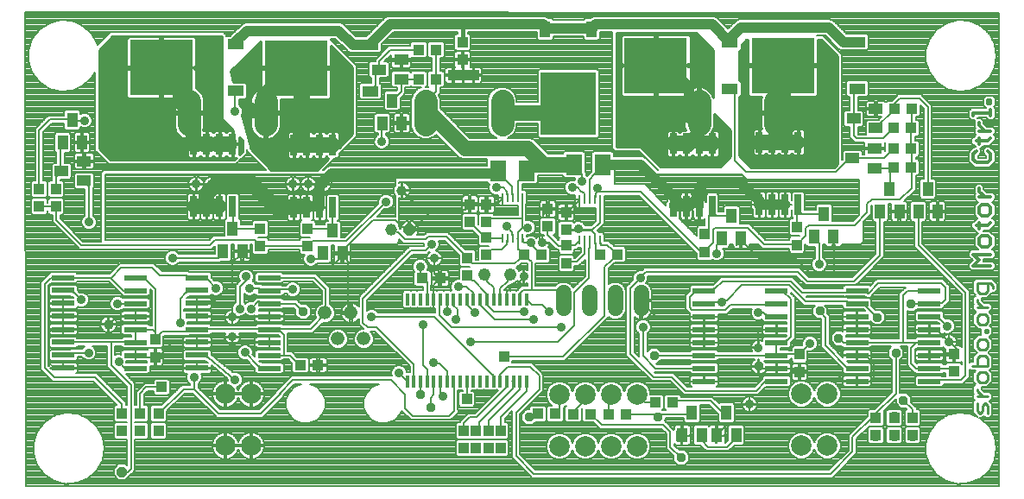
<source format=gbr>
G75*
G70*
%OFA0B0*%
%FSLAX24Y24*%
%IPPOS*%
%LPD*%
%AMOC8*
5,1,8,0,0,1.08239X$1,22.5*
%
%ADD10C,0.0120*%
%ADD11C,0.0110*%
%ADD12C,0.0525*%
%ADD13C,0.0787*%
%ADD14R,0.0394X0.0433*%
%ADD15R,0.2441X0.2126*%
%ADD16R,0.0630X0.0394*%
%ADD17R,0.0394X0.0551*%
%ADD18R,0.0866X0.0197*%
%ADD19R,0.0433X0.0394*%
%ADD20C,0.0480*%
%ADD21R,0.0118X0.0453*%
%ADD22R,0.0100X0.0370*%
%ADD23C,0.0600*%
%ADD24R,0.0260X0.0800*%
%ADD25R,0.0630X0.0787*%
%ADD26OC8,0.0460*%
%ADD27C,0.0460*%
%ADD28C,0.0886*%
%ADD29R,0.2126X0.2441*%
%ADD30R,0.0394X0.0630*%
%ADD31R,0.0551X0.0394*%
%ADD32C,0.0079*%
%ADD33C,0.0098*%
%ADD34C,0.0354*%
%ADD35OC8,0.0394*%
%ADD36OC8,0.0354*%
%ADD37C,0.0394*%
%ADD38R,0.0394X0.0394*%
%ADD39C,0.0591*%
%ADD40C,0.0197*%
%ADD41C,0.0394*%
%ADD42C,0.0787*%
%ADD43C,0.0400*%
%ADD44C,0.0320*%
%ADD45C,0.0160*%
%ADD46C,0.0118*%
D10*
X040372Y010728D02*
X040595Y010950D01*
X040372Y011173D01*
X041040Y011173D01*
X040929Y011453D02*
X040706Y011453D01*
X040595Y011564D01*
X040595Y011787D01*
X040706Y011898D01*
X040929Y011898D01*
X041040Y011787D01*
X041040Y011564D01*
X040929Y011453D01*
X040595Y012178D02*
X040595Y012400D01*
X040484Y012289D02*
X040929Y012289D01*
X041040Y012400D01*
X040929Y012661D02*
X040706Y012661D01*
X040595Y012772D01*
X040595Y012995D01*
X040706Y013106D01*
X040929Y013106D01*
X041040Y012995D01*
X041040Y012772D01*
X040929Y012661D01*
X041040Y013386D02*
X040595Y013386D01*
X040818Y013386D02*
X040595Y013609D01*
X040595Y013720D01*
X040484Y014715D02*
X040929Y014715D01*
X041040Y014826D01*
X041040Y015049D01*
X040929Y015160D01*
X040595Y015440D02*
X040595Y015663D01*
X040484Y015551D02*
X040929Y015551D01*
X041040Y015663D01*
X041040Y015924D02*
X040595Y015924D01*
X040595Y016146D02*
X040818Y015924D01*
X040595Y016146D02*
X040595Y016257D01*
X040372Y016528D02*
X040372Y016639D01*
X041040Y016639D01*
X041040Y016528D02*
X041040Y016750D01*
X041040Y017011D02*
X041040Y017122D01*
X040929Y017122D01*
X040929Y017011D01*
X041040Y017011D01*
X040484Y015160D02*
X040372Y015049D01*
X040372Y014826D01*
X040484Y014715D01*
X040372Y010728D02*
X041040Y010728D01*
D11*
X041021Y010051D02*
X040529Y010051D01*
X040529Y009755D01*
X040628Y009657D01*
X040825Y009657D01*
X040923Y009755D01*
X040923Y010051D01*
X041021Y010051D02*
X041120Y009952D01*
X041120Y009854D01*
X040529Y009415D02*
X040529Y009317D01*
X040726Y009120D01*
X040923Y009120D02*
X040529Y009120D01*
X040628Y008869D02*
X040529Y008771D01*
X040529Y008574D01*
X040628Y008475D01*
X040825Y008475D01*
X040923Y008574D01*
X040923Y008771D01*
X040825Y008869D01*
X040628Y008869D01*
X040825Y008252D02*
X040923Y008252D01*
X040923Y008153D01*
X040825Y008153D01*
X040825Y008252D01*
X040825Y007902D02*
X040628Y007902D01*
X040529Y007804D01*
X040529Y007607D01*
X040628Y007509D01*
X040825Y007509D01*
X040923Y007607D01*
X040923Y007804D01*
X040825Y007902D01*
X040825Y007258D02*
X040628Y007258D01*
X040529Y007159D01*
X040529Y006864D01*
X040333Y006864D02*
X040923Y006864D01*
X040923Y007159D01*
X040825Y007258D01*
X040825Y006613D02*
X040628Y006613D01*
X040529Y006515D01*
X040529Y006318D01*
X040628Y006220D01*
X040825Y006220D01*
X040923Y006318D01*
X040923Y006515D01*
X040825Y006613D01*
X040529Y005978D02*
X040529Y005879D01*
X040726Y005683D01*
X040923Y005683D02*
X040529Y005683D01*
X040529Y005432D02*
X040529Y005136D01*
X040628Y005038D01*
X040726Y005136D01*
X040726Y005333D01*
X040825Y005432D01*
X040923Y005333D01*
X040923Y005038D01*
D12*
X016840Y007914D03*
X015840Y007914D03*
X015340Y008914D03*
X016340Y008914D03*
D13*
X012488Y005784D03*
X011488Y005784D03*
X011488Y003788D03*
X012488Y003788D03*
X024391Y003766D03*
X025391Y003766D03*
X026391Y003766D03*
X027391Y003766D03*
X027391Y005763D03*
X026391Y005763D03*
X025391Y005763D03*
X024391Y005763D03*
X033738Y005784D03*
X034738Y005784D03*
X034738Y003788D03*
X033738Y003788D03*
D14*
X036608Y004196D03*
X037317Y004196D03*
X038025Y004196D03*
X038025Y004865D03*
X037317Y004865D03*
X036608Y004865D03*
X033657Y006642D03*
X033657Y007312D03*
X039618Y007318D03*
X039618Y006648D03*
X033557Y011544D03*
X033557Y012213D03*
X030002Y011946D03*
X030002Y011276D03*
X024657Y011513D03*
X024655Y012121D03*
X023939Y012251D03*
X023939Y012920D03*
X024655Y012790D03*
X021571Y013099D03*
X020935Y013111D03*
X020935Y012442D03*
X021571Y012430D03*
X021575Y011822D03*
X021575Y011152D03*
X020834Y011032D03*
X020834Y010363D03*
X024657Y010843D03*
X014671Y011481D03*
X014671Y012150D03*
X012840Y012170D03*
X012840Y011501D03*
X008785Y007881D03*
X008785Y007211D03*
X008911Y005042D03*
X008203Y005042D03*
X007494Y005042D03*
X007494Y004373D03*
X008203Y004373D03*
X008911Y004373D03*
X020703Y004373D03*
X021175Y004373D03*
X021647Y004373D03*
X022120Y004373D03*
X022120Y003703D03*
X021647Y003703D03*
X021175Y003703D03*
X020703Y003703D03*
X004954Y013014D03*
X004305Y013014D03*
X004305Y013684D03*
X004954Y013684D03*
X020655Y018696D03*
X020655Y019365D03*
D15*
X014212Y018369D03*
X009017Y018392D03*
X028100Y018469D03*
X033014Y018469D03*
D16*
X030974Y017572D03*
X030974Y019367D03*
X035888Y019367D03*
X035888Y017572D03*
X017086Y017471D03*
X017086Y019266D03*
X011891Y019290D03*
X011891Y017495D03*
D17*
X017553Y016243D03*
X018301Y016243D03*
X017927Y017109D03*
X011773Y012164D03*
X011399Y011298D03*
X012147Y011298D03*
X015262Y011217D03*
X016010Y011217D03*
X015636Y012083D03*
X005958Y015495D03*
X005210Y015495D03*
X005584Y016361D03*
X029502Y005062D03*
X030840Y005062D03*
X030466Y004196D03*
X031214Y004196D03*
X029876Y004196D03*
X029128Y004196D03*
X030653Y011804D03*
X031401Y011804D03*
X031027Y012670D03*
X034222Y011867D03*
X034970Y011867D03*
X034596Y012733D03*
X036766Y012837D03*
X037514Y012837D03*
X038242Y012837D03*
X038990Y012837D03*
X038616Y013703D03*
X037140Y013703D03*
D18*
X035880Y009764D03*
X035880Y009268D03*
X035880Y008768D03*
X035880Y008268D03*
X035880Y007764D03*
X035880Y007268D03*
X035880Y006768D03*
X035880Y006268D03*
X038675Y006264D03*
X038675Y006764D03*
X038675Y007264D03*
X038675Y007764D03*
X038675Y008264D03*
X038675Y008764D03*
X038675Y009264D03*
X038675Y009764D03*
X032769Y009764D03*
X032769Y009264D03*
X032769Y008764D03*
X032769Y008264D03*
X032769Y007764D03*
X032769Y007264D03*
X032769Y006764D03*
X032769Y006264D03*
X029974Y006268D03*
X029974Y006768D03*
X029974Y007268D03*
X029974Y007764D03*
X029974Y008268D03*
X029974Y008768D03*
X029974Y009268D03*
X029974Y009764D03*
X013191Y009776D03*
X013191Y009276D03*
X013191Y008776D03*
X013191Y008276D03*
X013191Y007776D03*
X013191Y007276D03*
X013191Y006776D03*
X010395Y006780D03*
X010395Y007280D03*
X010395Y007780D03*
X010395Y008276D03*
X010395Y008780D03*
X010395Y009280D03*
X010395Y009780D03*
X010395Y010276D03*
X008025Y010276D03*
X008025Y009776D03*
X008025Y009276D03*
X008025Y008776D03*
X008025Y008276D03*
X008025Y007776D03*
X008025Y007276D03*
X008025Y006776D03*
X005230Y006780D03*
X005230Y007280D03*
X005230Y007780D03*
X005230Y008276D03*
X005230Y008780D03*
X005230Y009280D03*
X005230Y009780D03*
X005230Y010276D03*
X013191Y010276D03*
D19*
X019108Y010251D03*
X019777Y010251D03*
X023025Y011152D03*
X023695Y011152D03*
X025954Y011164D03*
X026624Y011164D03*
X037297Y014530D03*
X037966Y014530D03*
X037966Y015259D03*
X037297Y015259D03*
X037297Y016046D03*
X037966Y016046D03*
X037986Y016794D03*
X037317Y016794D03*
X019620Y017936D03*
X018951Y017936D03*
X018951Y019077D03*
X019620Y019077D03*
X015075Y006894D03*
X014405Y006894D03*
X023565Y005014D03*
X024234Y005014D03*
X024927Y005011D03*
X025596Y005011D03*
X026305Y005011D03*
X026974Y005011D03*
X028096Y005463D03*
X028766Y005463D03*
D20*
X022496Y010387D03*
X021496Y010387D03*
D21*
X021586Y009444D03*
X021330Y009444D03*
X021075Y009444D03*
X020819Y009444D03*
X020563Y009444D03*
X020307Y009444D03*
X020051Y009444D03*
X019795Y009444D03*
X019539Y009444D03*
X019283Y009444D03*
X019027Y009444D03*
X018771Y009444D03*
X018516Y009444D03*
X021842Y009444D03*
X022098Y009444D03*
X022354Y009444D03*
X022610Y009444D03*
X022866Y009444D03*
X023122Y009444D03*
X023122Y006274D03*
X022866Y006274D03*
X022610Y006274D03*
X022354Y006274D03*
X022098Y006274D03*
X021842Y006274D03*
X021586Y006274D03*
X021330Y006274D03*
X021075Y006274D03*
X020819Y006274D03*
X020563Y006274D03*
X020307Y006274D03*
X020051Y006274D03*
X019795Y006274D03*
X019539Y006274D03*
X019283Y006274D03*
X019027Y006274D03*
X018771Y006274D03*
X018516Y006274D03*
D22*
X022185Y011803D03*
X022382Y011803D03*
X022579Y011803D03*
X022776Y011803D03*
X022973Y011803D03*
X025170Y011717D03*
X025367Y011717D03*
X025564Y011717D03*
X025761Y011717D03*
X025958Y011717D03*
X025958Y013281D03*
X025761Y013281D03*
X025564Y013281D03*
X025367Y013281D03*
X025170Y013281D03*
X022973Y013368D03*
X022776Y013368D03*
X022579Y013368D03*
X022382Y013368D03*
X022185Y013368D03*
D23*
X024547Y009690D02*
X024547Y009090D01*
X025547Y009090D02*
X025547Y009690D01*
X026547Y009690D02*
X026547Y009090D01*
X027547Y009090D02*
X027547Y009690D01*
D24*
X028791Y013029D03*
X029291Y013029D03*
X029791Y013029D03*
X030291Y013029D03*
X032106Y013088D03*
X032606Y013088D03*
X033106Y013088D03*
X033606Y013088D03*
X030291Y015449D03*
X029791Y015449D03*
X029291Y015449D03*
X028791Y015449D03*
X032106Y015508D03*
X032606Y015508D03*
X033106Y015508D03*
X033606Y015508D03*
X015638Y015406D03*
X015138Y015406D03*
X014638Y015406D03*
X014138Y015406D03*
X011775Y015437D03*
X011275Y015437D03*
X010775Y015437D03*
X010275Y015437D03*
X010275Y013017D03*
X010775Y013017D03*
X011275Y013017D03*
X011775Y013017D03*
X014138Y012986D03*
X014638Y012986D03*
X015138Y012986D03*
X015638Y012986D03*
D25*
X022017Y014404D03*
X023120Y014404D03*
X024949Y014640D03*
X026051Y014640D03*
D26*
X018592Y012121D03*
D27*
X017892Y012121D03*
D28*
X019226Y016194D02*
X019226Y017079D01*
X022179Y017079D02*
X022179Y016194D01*
X029777Y016194D02*
X029777Y017079D01*
X032730Y017079D02*
X032730Y016194D01*
X013045Y016194D02*
X013045Y017079D01*
X010092Y017079D02*
X010092Y016194D01*
D29*
X024730Y016999D03*
D30*
X023832Y019873D03*
X025628Y019873D03*
D31*
X018281Y018684D03*
X017415Y018310D03*
X018281Y017936D03*
X006037Y014766D03*
X005171Y014392D03*
X006037Y014018D03*
X035703Y014885D03*
X036569Y015259D03*
X036608Y016046D03*
X035742Y016420D03*
X036608Y016794D03*
X036569Y014511D03*
D32*
X041352Y002227D02*
X003793Y002227D01*
X003773Y020514D01*
X041352Y020495D01*
X041352Y002227D01*
X041352Y002234D02*
X003793Y002234D01*
X003793Y002312D02*
X005321Y002312D01*
X005333Y002309D02*
X005333Y002309D01*
X005785Y002346D01*
X005785Y002346D01*
X006201Y002529D01*
X006535Y002836D01*
X006752Y003236D01*
X006826Y003684D01*
X006826Y003684D01*
X006752Y004132D01*
X006535Y004531D01*
X006535Y004531D01*
X006201Y004839D01*
X005785Y005021D01*
X005333Y005059D01*
X005333Y005059D01*
X004892Y004947D01*
X004512Y004699D01*
X004512Y004699D01*
X004512Y004699D01*
X004233Y004340D01*
X004086Y003911D01*
X004086Y003457D01*
X004233Y003027D01*
X004512Y002669D01*
X004892Y002420D01*
X004892Y002420D01*
X005333Y002309D01*
X005369Y002312D02*
X039770Y002312D01*
X039781Y002309D02*
X039781Y002309D01*
X039341Y002420D01*
X039341Y002420D01*
X038961Y002669D01*
X038961Y002669D01*
X038682Y003027D01*
X038682Y003027D01*
X038534Y003457D01*
X038534Y003457D01*
X038534Y003911D01*
X038534Y003911D01*
X038682Y004340D01*
X038682Y004340D01*
X038961Y004699D01*
X038961Y004699D01*
X038961Y004699D01*
X039341Y004947D01*
X039341Y004947D01*
X039781Y005059D01*
X039781Y005059D01*
X040234Y005021D01*
X040234Y005021D01*
X040529Y004892D01*
X040499Y004922D01*
X040458Y004963D01*
X040458Y004963D01*
X040422Y004999D01*
X040356Y005065D01*
X040356Y005065D01*
X040356Y005503D01*
X040410Y005557D01*
X040356Y005611D01*
X040356Y005754D01*
X040383Y005781D01*
X040356Y005808D01*
X040356Y006049D01*
X040455Y006148D01*
X040389Y006214D01*
X040356Y006246D01*
X040356Y006246D01*
X040356Y006587D01*
X040458Y006688D01*
X040461Y006691D01*
X040458Y006691D01*
X040261Y006691D01*
X040230Y006722D01*
X040230Y006414D01*
X040138Y006322D01*
X039972Y006156D01*
X039842Y006156D01*
X039226Y006156D01*
X039226Y006117D01*
X039157Y006048D01*
X038193Y006048D01*
X038124Y006117D01*
X038124Y006412D01*
X038193Y006481D01*
X039157Y006481D01*
X039167Y006471D01*
X039303Y006471D01*
X039303Y006597D01*
X039206Y006597D01*
X039157Y006548D01*
X038193Y006548D01*
X038134Y006607D01*
X038088Y006607D01*
X037901Y006794D01*
X037809Y006886D01*
X037809Y007496D01*
X037809Y007613D01*
X037717Y007613D01*
X037586Y007613D01*
X037545Y007613D01*
X037671Y007487D01*
X037671Y007243D01*
X037533Y007105D01*
X037533Y005814D01*
X037549Y005829D01*
X037793Y005829D01*
X037966Y005656D01*
X037966Y005462D01*
X038091Y005337D01*
X038183Y005245D01*
X038183Y005199D01*
X038271Y005199D01*
X038340Y005130D01*
X038340Y004599D01*
X038271Y004530D01*
X037780Y004530D01*
X038271Y004530D01*
X038340Y004461D01*
X038340Y003930D01*
X038271Y003861D01*
X037780Y003861D01*
X037710Y003930D01*
X037710Y004461D01*
X037780Y004530D01*
X037710Y004599D01*
X037710Y005130D01*
X037780Y005199D01*
X037783Y005199D01*
X037744Y005239D01*
X037549Y005239D01*
X037376Y005412D01*
X037376Y005587D01*
X036921Y005132D01*
X036923Y005130D01*
X036923Y004599D01*
X036854Y004530D01*
X036362Y004530D01*
X036293Y004461D01*
X036293Y003930D01*
X036362Y003861D01*
X036854Y003861D01*
X036923Y003930D01*
X036923Y004461D01*
X036854Y004530D01*
X036362Y004530D01*
X036350Y004542D01*
X035860Y004052D01*
X035860Y003611D01*
X035860Y003481D01*
X035014Y002634D01*
X034921Y002542D01*
X024291Y002542D01*
X023334Y002542D01*
X023242Y002634D01*
X022553Y003323D01*
X022553Y003454D01*
X022553Y005115D01*
X022277Y004839D01*
X022277Y004707D01*
X022366Y004707D01*
X022435Y004638D01*
X022435Y004107D01*
X022366Y004038D01*
X021874Y004038D01*
X021402Y004038D01*
X021874Y004038D01*
X022366Y004038D01*
X022435Y003969D01*
X022435Y003438D01*
X022366Y003369D01*
X021874Y003369D01*
X021402Y003369D01*
X021305Y003369D01*
X021044Y003369D01*
X020929Y003369D01*
X020833Y003369D01*
X020572Y003369D01*
X020457Y003369D01*
X020388Y003438D01*
X020388Y003553D01*
X020388Y003814D01*
X020388Y003969D01*
X020457Y004038D01*
X020929Y004038D01*
X020457Y004038D01*
X020388Y004107D01*
X020388Y004638D01*
X020457Y004707D01*
X020545Y004707D01*
X020545Y004714D01*
X020637Y004806D01*
X020874Y005042D01*
X021004Y005042D01*
X021129Y005042D01*
X022017Y005930D01*
X021990Y005930D01*
X021970Y005950D01*
X021950Y005930D01*
X021734Y005930D01*
X021714Y005950D01*
X021694Y005930D01*
X021478Y005930D01*
X021458Y005950D01*
X021438Y005930D01*
X021222Y005930D01*
X021203Y005950D01*
X021183Y005930D01*
X020976Y005930D01*
X020976Y005908D01*
X021066Y005908D01*
X021136Y005839D01*
X021136Y005347D01*
X021066Y005278D01*
X020575Y005278D01*
X020506Y005347D01*
X020506Y005839D01*
X020575Y005908D01*
X020661Y005908D01*
X020661Y005930D01*
X020466Y005930D01*
X020466Y005206D01*
X020476Y005196D01*
X020476Y005065D01*
X020384Y004973D01*
X020384Y004973D01*
X020289Y004878D01*
X020197Y004786D01*
X018780Y004786D01*
X018649Y004786D01*
X018297Y005139D01*
X018233Y004985D01*
X018020Y004771D01*
X017741Y004656D01*
X017439Y004656D01*
X017161Y004771D01*
X016948Y004985D01*
X016832Y005263D01*
X016832Y005565D01*
X016948Y005844D01*
X017161Y006057D01*
X017420Y006164D01*
X014761Y006164D01*
X015020Y006057D01*
X015233Y005844D01*
X015348Y005565D01*
X015348Y005263D01*
X015233Y004985D01*
X015020Y004771D01*
X014741Y004656D01*
X014439Y004656D01*
X014161Y004771D01*
X013948Y004985D01*
X013832Y005263D01*
X013832Y005565D01*
X013948Y005844D01*
X014161Y006057D01*
X014420Y006164D01*
X014173Y006164D01*
X013773Y005764D01*
X013773Y005725D01*
X013681Y005633D01*
X012913Y004865D01*
X012783Y004865D01*
X011169Y004865D01*
X011077Y004957D01*
X010224Y005810D01*
X009939Y005810D01*
X009226Y005126D01*
X009226Y004777D01*
X009157Y004707D01*
X008665Y004707D01*
X008596Y004638D01*
X008596Y004107D01*
X008665Y004038D01*
X009157Y004038D01*
X009226Y004107D01*
X009226Y004638D01*
X009157Y004707D01*
X008665Y004707D01*
X008448Y004707D01*
X008006Y004707D01*
X008006Y004707D01*
X008448Y004707D01*
X008517Y004638D01*
X008517Y004107D01*
X008448Y004038D01*
X008006Y004038D01*
X008006Y002831D01*
X007913Y002739D01*
X007913Y002739D01*
X007888Y002713D01*
X007795Y002621D01*
X023255Y002621D01*
X023178Y002698D02*
X007873Y002698D01*
X007950Y002775D02*
X023101Y002775D01*
X023024Y002853D02*
X008006Y002853D01*
X008006Y002930D02*
X022946Y002930D01*
X022869Y003007D02*
X008006Y003007D01*
X008006Y003085D02*
X022792Y003085D01*
X022714Y003162D02*
X008006Y003162D01*
X008006Y003239D02*
X022637Y003239D01*
X022560Y003316D02*
X012686Y003316D01*
X012778Y003354D02*
X012922Y003498D01*
X013000Y003686D01*
X013000Y003749D01*
X012527Y003749D01*
X012527Y003827D01*
X013000Y003827D01*
X013000Y003890D01*
X012922Y004078D01*
X012778Y004222D01*
X012590Y004300D01*
X012527Y004300D01*
X012527Y003828D01*
X012449Y003828D01*
X012449Y004300D01*
X012386Y004300D01*
X012198Y004222D01*
X012054Y004078D01*
X011988Y003918D01*
X011922Y004078D01*
X011778Y004222D01*
X011590Y004300D01*
X011527Y004300D01*
X011527Y003828D01*
X011449Y003828D01*
X011449Y004300D01*
X011386Y004300D01*
X011198Y004222D01*
X011054Y004078D01*
X010976Y003890D01*
X010976Y003827D01*
X011448Y003827D01*
X011448Y003749D01*
X010976Y003749D01*
X010976Y003686D01*
X011054Y003498D01*
X011198Y003354D01*
X011386Y003276D01*
X011449Y003276D01*
X011449Y003749D01*
X011527Y003749D01*
X011527Y003276D01*
X011590Y003276D01*
X011778Y003354D01*
X011922Y003498D01*
X011988Y003658D01*
X012054Y003498D01*
X012198Y003354D01*
X012386Y003276D01*
X012449Y003276D01*
X012449Y003749D01*
X012527Y003749D01*
X012527Y003276D01*
X012590Y003276D01*
X012778Y003354D01*
X012817Y003394D02*
X020432Y003394D01*
X020388Y003471D02*
X012895Y003471D01*
X012943Y003548D02*
X020388Y003548D01*
X020388Y003626D02*
X012975Y003626D01*
X013000Y003703D02*
X020388Y003703D01*
X020388Y003780D02*
X012527Y003780D01*
X012527Y003703D02*
X012449Y003703D01*
X012448Y003749D02*
X011976Y003749D01*
X011527Y003749D01*
X011527Y003827D01*
X011976Y003827D01*
X012448Y003827D01*
X012448Y003749D01*
X012448Y003780D02*
X011527Y003780D01*
X011527Y003703D02*
X011449Y003703D01*
X011448Y003780D02*
X008006Y003780D01*
X008006Y003703D02*
X010976Y003703D01*
X011001Y003626D02*
X008006Y003626D01*
X008006Y003548D02*
X011033Y003548D01*
X011081Y003471D02*
X008006Y003471D01*
X008006Y003394D02*
X011159Y003394D01*
X011289Y003316D02*
X008006Y003316D01*
X007691Y003316D02*
X006765Y003316D01*
X006752Y003239D02*
X007691Y003239D01*
X007691Y003162D02*
X006712Y003162D01*
X006670Y003085D02*
X007355Y003085D01*
X007363Y003093D02*
X007179Y002909D01*
X007179Y002648D01*
X007363Y002463D01*
X007624Y002463D01*
X007782Y002621D01*
X007795Y002621D01*
X007705Y002544D02*
X023333Y002544D01*
X023399Y002700D02*
X024226Y002700D01*
X034856Y002700D01*
X035703Y003546D01*
X035703Y004117D01*
X036510Y004924D01*
X036569Y004865D01*
X036608Y004865D01*
X036667Y004865D01*
X036687Y004885D01*
X036569Y005003D01*
X037376Y005810D01*
X037376Y007365D01*
X037591Y007567D02*
X037809Y007567D01*
X037809Y007490D02*
X037668Y007490D01*
X037671Y007412D02*
X037809Y007412D01*
X037809Y007335D02*
X037671Y007335D01*
X037671Y007258D02*
X037809Y007258D01*
X037809Y007181D02*
X037609Y007181D01*
X037533Y007103D02*
X037809Y007103D01*
X037809Y007026D02*
X037533Y007026D01*
X037533Y006949D02*
X037809Y006949D01*
X037824Y006871D02*
X037533Y006871D01*
X037533Y006794D02*
X037901Y006794D01*
X037978Y006717D02*
X037533Y006717D01*
X037533Y006640D02*
X038056Y006640D01*
X038179Y006562D02*
X037533Y006562D01*
X037533Y006485D02*
X039303Y006485D01*
X039303Y006562D02*
X039171Y006562D01*
X039104Y006314D02*
X039907Y006314D01*
X040073Y006479D01*
X040073Y009707D01*
X039167Y010613D01*
X038242Y011538D01*
X038242Y012837D01*
X038557Y012822D02*
X038950Y012822D01*
X038950Y012798D02*
X038675Y012798D01*
X038675Y012513D01*
X038557Y012513D01*
X038557Y013162D01*
X038488Y013231D01*
X037996Y013231D01*
X037927Y013162D01*
X037927Y012513D01*
X037828Y012513D01*
X037828Y012798D01*
X037553Y012798D01*
X037553Y012877D01*
X037828Y012877D01*
X037828Y013162D01*
X037759Y013231D01*
X037697Y013231D01*
X038143Y013678D01*
X038143Y013808D01*
X038143Y014215D01*
X038232Y014215D01*
X038301Y014284D01*
X038301Y014776D01*
X038232Y014845D01*
X038143Y014845D01*
X038143Y014944D01*
X038232Y014944D01*
X038301Y015013D01*
X038301Y015504D01*
X038232Y015574D01*
X038124Y015574D01*
X038124Y015731D01*
X038232Y015731D01*
X038301Y015800D01*
X038301Y016292D01*
X038232Y016361D01*
X038143Y016361D01*
X038143Y016479D01*
X038251Y016479D01*
X038321Y016548D01*
X038321Y016926D01*
X038458Y016788D01*
X038458Y014097D01*
X038370Y014097D01*
X038301Y014028D01*
X038301Y013379D01*
X038370Y013310D01*
X038862Y013310D01*
X038931Y013379D01*
X038931Y014028D01*
X038862Y014097D01*
X038773Y014097D01*
X038773Y016788D01*
X038773Y016918D01*
X040770Y016918D01*
X040751Y016937D02*
X040855Y016833D01*
X040871Y016833D01*
X040862Y016824D01*
X040862Y016817D01*
X040298Y016817D01*
X040194Y016713D01*
X040194Y016565D01*
X040194Y016454D01*
X040298Y016350D01*
X040435Y016350D01*
X040417Y016331D01*
X040417Y016072D01*
X040454Y016035D01*
X040417Y015997D01*
X040417Y015850D01*
X040473Y015793D01*
X040417Y015737D01*
X040417Y015730D01*
X040410Y015730D01*
X040305Y015625D01*
X040305Y015478D01*
X040410Y015373D01*
X040417Y015373D01*
X040417Y015366D01*
X040445Y015339D01*
X040410Y015339D01*
X040298Y015227D01*
X040194Y015123D01*
X040194Y014900D01*
X040194Y014753D01*
X040410Y014537D01*
X040557Y014537D01*
X040855Y014537D01*
X041003Y014537D01*
X041114Y014648D01*
X041218Y014753D01*
X041218Y014975D01*
X041218Y015123D01*
X041003Y015339D01*
X040855Y015339D01*
X040751Y015234D01*
X040751Y015087D01*
X040862Y014975D01*
X040862Y014900D01*
X040855Y014893D01*
X040557Y014893D01*
X040550Y014900D01*
X040550Y014975D01*
X040662Y015087D01*
X040662Y015234D01*
X040634Y015262D01*
X040669Y015262D01*
X040773Y015366D01*
X040773Y015373D01*
X040855Y015373D01*
X041003Y015373D01*
X041218Y015589D01*
X041218Y015737D01*
X041162Y015793D01*
X041218Y015850D01*
X041218Y015997D01*
X041114Y016102D01*
X040891Y016102D01*
X040773Y016220D01*
X040773Y016331D01*
X040669Y016436D01*
X040532Y016436D01*
X040550Y016454D01*
X040550Y016461D01*
X040862Y016461D01*
X040862Y016454D01*
X040966Y016350D01*
X041114Y016350D01*
X041218Y016454D01*
X041218Y016824D01*
X041162Y016881D01*
X041218Y016937D01*
X041218Y017196D01*
X041114Y017300D01*
X040966Y017300D01*
X040855Y017300D01*
X040751Y017196D01*
X040751Y017049D01*
X040751Y016937D01*
X040751Y016996D02*
X038696Y016996D01*
X038619Y017073D02*
X040751Y017073D01*
X040751Y017150D02*
X038541Y017150D01*
X038464Y017227D02*
X040782Y017227D01*
X040847Y016841D02*
X038773Y016841D01*
X038773Y016918D02*
X038439Y017253D01*
X038346Y017345D01*
X037468Y017345D01*
X037376Y017253D01*
X037232Y017109D01*
X037051Y017109D01*
X036992Y017050D01*
X036933Y017109D01*
X036647Y017109D01*
X036647Y016834D01*
X036569Y016834D01*
X036569Y017109D01*
X036284Y017109D01*
X036214Y017040D01*
X036214Y016833D01*
X036569Y016833D01*
X036569Y016755D01*
X036569Y016754D02*
X036647Y016754D01*
X036647Y016479D01*
X036818Y016479D01*
X036700Y016361D01*
X036284Y016361D01*
X036214Y016292D01*
X036214Y015810D01*
X035925Y015810D01*
X035919Y015816D01*
X035919Y016105D01*
X036066Y016105D01*
X036136Y016174D01*
X036136Y016666D01*
X036066Y016735D01*
X035919Y016735D01*
X035919Y017257D01*
X036251Y017257D01*
X036321Y017326D01*
X036321Y017817D01*
X036251Y017886D01*
X035524Y017886D01*
X035454Y017817D01*
X035454Y017326D01*
X035524Y017257D01*
X035604Y017257D01*
X035604Y016735D01*
X035417Y016735D01*
X035348Y016666D01*
X035348Y016174D01*
X035417Y016105D01*
X035604Y016105D01*
X035604Y015685D01*
X035696Y015593D01*
X035795Y015495D01*
X035925Y015495D01*
X036175Y015495D01*
X036175Y015298D01*
X036529Y015298D01*
X036529Y015219D01*
X036175Y015219D01*
X036175Y015042D01*
X036096Y015042D01*
X036096Y015130D01*
X036027Y015199D01*
X035378Y015199D01*
X035309Y015130D01*
X035309Y014832D01*
X035295Y014818D01*
X035295Y018891D01*
X035197Y018989D01*
X034571Y019615D01*
X034432Y019615D01*
X034318Y019615D01*
X034312Y019621D01*
X034647Y019621D01*
X035168Y019100D01*
X035284Y019052D01*
X035409Y019052D01*
X035950Y019052D01*
X036251Y019052D01*
X036321Y019121D01*
X036321Y019613D01*
X036251Y019682D01*
X035950Y019682D01*
X035477Y019682D01*
X035044Y020114D01*
X034956Y020203D01*
X034840Y020251D01*
X031454Y020251D01*
X031329Y020251D01*
X031213Y020203D01*
X030898Y019888D01*
X030563Y020223D01*
X030556Y020240D01*
X030468Y020329D01*
X030352Y020377D01*
X030226Y020377D01*
X025864Y020377D01*
X025738Y020377D01*
X025623Y020329D01*
X025600Y020306D01*
X025382Y020306D01*
X025313Y020237D01*
X025313Y020219D01*
X024147Y020219D01*
X024147Y020237D01*
X024078Y020306D01*
X023955Y020306D01*
X023932Y020329D01*
X023816Y020377D01*
X023691Y020377D01*
X020699Y020377D01*
X020600Y020377D01*
X017911Y020377D01*
X017786Y020377D01*
X017670Y020329D01*
X016930Y019589D01*
X016534Y019589D01*
X016137Y019986D01*
X016048Y020075D01*
X015932Y020123D01*
X012389Y020123D01*
X012264Y020123D01*
X012148Y020075D01*
X011686Y019612D01*
X011678Y019605D01*
X011528Y019605D01*
X011515Y019593D01*
X011515Y019659D01*
X011417Y019757D01*
X007062Y019757D01*
X006964Y019659D01*
X006561Y019255D01*
X006555Y019289D01*
X006555Y019289D01*
X006339Y019689D01*
X006004Y019996D01*
X005588Y020179D01*
X005136Y020216D01*
X005136Y020216D01*
X004696Y020105D01*
X004695Y020105D02*
X004315Y019856D01*
X004036Y019498D01*
X003889Y019068D01*
X003889Y018614D01*
X004036Y018185D01*
X004315Y017826D01*
X004315Y017826D01*
X004315Y017826D01*
X004695Y017578D01*
X004696Y017578D01*
X005136Y017466D01*
X005588Y017504D01*
X005588Y017504D01*
X006004Y017686D01*
X006004Y017686D01*
X006339Y017994D01*
X006449Y018197D01*
X006449Y015177D01*
X006547Y015079D01*
X006976Y014650D01*
X007114Y014650D01*
X011898Y014650D01*
X011996Y014748D01*
X012311Y015063D01*
X012311Y015202D01*
X012311Y015235D01*
X012319Y015205D01*
X012319Y015158D01*
X012336Y015140D01*
X012342Y015117D01*
X012383Y015093D01*
X013045Y014432D01*
X006929Y014432D01*
X006799Y014432D01*
X006706Y014340D01*
X006706Y011676D01*
X006004Y011676D01*
X005132Y012548D01*
X005132Y012680D01*
X005200Y012680D01*
X005269Y012749D01*
X005269Y013280D01*
X005200Y013349D01*
X004709Y013349D01*
X004640Y013280D01*
X004640Y013172D01*
X004620Y013172D01*
X004620Y013280D01*
X004551Y013349D01*
X004059Y013349D01*
X003990Y013280D01*
X003990Y012749D01*
X004059Y012680D01*
X004551Y012680D01*
X004620Y012749D01*
X004620Y012857D01*
X004640Y012857D01*
X004640Y012749D01*
X004709Y012680D01*
X004817Y012680D01*
X004817Y012548D01*
X004817Y012418D01*
X005781Y011453D01*
X005874Y011361D01*
X010814Y011361D01*
X010945Y011361D01*
X011084Y011501D01*
X011084Y011188D01*
X009701Y011188D01*
X009697Y011197D01*
X009614Y011281D01*
X009505Y011325D01*
X009388Y011325D01*
X009279Y011281D01*
X009196Y011197D01*
X009151Y011089D01*
X009151Y010971D01*
X009196Y010863D01*
X009279Y010780D01*
X009388Y010735D01*
X009505Y010735D01*
X009614Y010780D01*
X009697Y010863D01*
X009701Y010873D01*
X011160Y010873D01*
X011173Y010864D01*
X011224Y010873D01*
X011276Y010873D01*
X011286Y010884D01*
X011301Y010886D01*
X011314Y010904D01*
X011645Y010904D01*
X011714Y010973D01*
X011714Y011558D01*
X011832Y011558D01*
X011832Y011337D01*
X012108Y011337D01*
X012108Y011259D01*
X011832Y011259D01*
X011832Y010973D01*
X011902Y010904D01*
X012108Y010904D01*
X012108Y011258D01*
X012187Y011258D01*
X012187Y010904D01*
X012393Y010904D01*
X012462Y010973D01*
X012462Y011259D01*
X012187Y011259D01*
X012187Y011337D01*
X012462Y011337D01*
X012462Y011558D01*
X012525Y011558D01*
X012525Y011235D01*
X012595Y011166D01*
X013086Y011166D01*
X013155Y011235D01*
X013155Y011345D01*
X014356Y011345D01*
X014356Y011216D01*
X014425Y011146D01*
X014543Y011146D01*
X014506Y011057D01*
X014506Y010940D01*
X014551Y010831D01*
X014634Y010748D01*
X014742Y010703D01*
X014860Y010703D01*
X014968Y010748D01*
X015043Y010824D01*
X015507Y010824D01*
X015576Y010893D01*
X015576Y011526D01*
X015695Y011526D01*
X015695Y011256D01*
X015970Y011256D01*
X015970Y011178D01*
X015695Y011178D01*
X015695Y010893D01*
X015764Y010824D01*
X015970Y010824D01*
X015970Y011178D01*
X016049Y011178D01*
X016049Y011256D01*
X016325Y011256D01*
X016325Y011542D01*
X016308Y011558D01*
X018110Y011558D01*
X018202Y011650D01*
X018202Y011768D01*
X018273Y011697D01*
X018366Y011605D01*
X019159Y011605D01*
X019159Y011507D01*
X019163Y011497D01*
X019145Y011479D01*
X018720Y011479D01*
X018590Y011479D01*
X016740Y009629D01*
X016647Y009536D01*
X016647Y009145D01*
X016556Y009237D01*
X016416Y009295D01*
X016380Y009295D01*
X016380Y008954D01*
X016301Y008954D01*
X016301Y009295D01*
X016265Y009295D01*
X016125Y009237D01*
X016018Y009130D01*
X015960Y008990D01*
X015960Y008953D01*
X016301Y008953D01*
X016301Y008875D01*
X015960Y008875D01*
X015960Y008838D01*
X016018Y008698D01*
X016125Y008591D01*
X016265Y008533D01*
X016301Y008533D01*
X016301Y008875D01*
X016380Y008875D01*
X016380Y008533D01*
X016416Y008533D01*
X016556Y008591D01*
X016647Y008683D01*
X016647Y008591D01*
X016647Y008461D01*
X016814Y008295D01*
X016765Y008295D01*
X016625Y008237D01*
X016518Y008130D01*
X016460Y007990D01*
X016460Y007838D01*
X016518Y007698D01*
X016625Y007591D01*
X016765Y007533D01*
X016916Y007533D01*
X017056Y007591D01*
X017163Y007698D01*
X017221Y007838D01*
X017221Y007990D01*
X017163Y008130D01*
X017101Y008192D01*
X017271Y008192D01*
X018616Y006847D01*
X018616Y006619D01*
X018490Y006619D01*
X018490Y006656D01*
X018445Y006764D01*
X018362Y006847D01*
X018253Y006892D01*
X018136Y006892D01*
X018027Y006847D01*
X017944Y006764D01*
X017899Y006656D01*
X017899Y006538D01*
X017924Y006479D01*
X017822Y006479D01*
X014043Y006479D01*
X013951Y006387D01*
X013531Y005967D01*
X013439Y005875D01*
X013439Y005836D01*
X012783Y005180D01*
X011299Y005180D01*
X010447Y006032D01*
X010447Y006170D01*
X010456Y006174D01*
X010539Y006257D01*
X010584Y006365D01*
X010584Y006483D01*
X010551Y006564D01*
X010877Y006564D01*
X010947Y006633D01*
X010947Y006770D01*
X010406Y006770D01*
X010406Y006790D01*
X010947Y006790D01*
X010947Y006886D01*
X011577Y006374D01*
X011577Y006296D01*
X011527Y006296D01*
X011527Y005824D01*
X011449Y005824D01*
X011449Y006296D01*
X011386Y006296D01*
X011198Y006218D01*
X011054Y006074D01*
X010976Y005886D01*
X010976Y005823D01*
X011448Y005823D01*
X011448Y005745D01*
X010976Y005745D01*
X010976Y005682D01*
X011054Y005494D01*
X011198Y005350D01*
X011386Y005272D01*
X011449Y005272D01*
X011449Y005745D01*
X011527Y005745D01*
X011527Y005272D01*
X011590Y005272D01*
X011778Y005350D01*
X011922Y005494D01*
X011988Y005654D01*
X012054Y005494D01*
X012198Y005350D01*
X012386Y005272D01*
X012449Y005272D01*
X012449Y005745D01*
X012527Y005745D01*
X012527Y005272D01*
X012590Y005272D01*
X012778Y005350D01*
X012922Y005494D01*
X013000Y005682D01*
X013000Y005745D01*
X012527Y005745D01*
X012527Y005823D01*
X013000Y005823D01*
X013000Y005886D01*
X012922Y006074D01*
X012778Y006218D01*
X012590Y006296D01*
X012527Y006296D01*
X012527Y005824D01*
X012449Y005824D01*
X012449Y006296D01*
X012386Y006296D01*
X012198Y006218D01*
X012054Y006074D01*
X011988Y005914D01*
X011934Y006044D01*
X012039Y006087D01*
X012122Y006170D01*
X012167Y006279D01*
X012167Y006396D01*
X012122Y006505D01*
X012039Y006588D01*
X011931Y006633D01*
X011813Y006633D01*
X011777Y006617D01*
X010947Y007291D01*
X010947Y007428D01*
X010877Y007497D01*
X009913Y007497D01*
X009844Y007428D01*
X009844Y007133D01*
X009913Y007064D01*
X010653Y007064D01*
X010755Y007042D01*
X010810Y006997D01*
X010405Y006997D01*
X010405Y006790D01*
X010386Y006790D01*
X010386Y006997D01*
X009913Y006997D01*
X009844Y006928D01*
X009844Y006790D01*
X010385Y006790D01*
X010385Y006770D01*
X009844Y006770D01*
X009844Y006633D01*
X009913Y006564D01*
X010027Y006564D01*
X009994Y006483D01*
X009994Y006365D01*
X010039Y006257D01*
X010122Y006174D01*
X010132Y006170D01*
X010132Y006125D01*
X009878Y006125D01*
X009814Y006126D01*
X009812Y006125D01*
X009811Y006125D01*
X009766Y006081D01*
X009033Y005377D01*
X008665Y005377D01*
X008596Y005307D01*
X008596Y004777D01*
X008665Y004707D01*
X008596Y004630D02*
X008517Y004630D01*
X008517Y004553D02*
X008596Y004553D01*
X008596Y004476D02*
X008517Y004476D01*
X008517Y004398D02*
X008596Y004398D01*
X008596Y004321D02*
X008517Y004321D01*
X008517Y004244D02*
X008596Y004244D01*
X008596Y004166D02*
X008517Y004166D01*
X008499Y004089D02*
X008614Y004089D01*
X008006Y004012D02*
X011027Y004012D01*
X010995Y003935D02*
X008006Y003935D01*
X008006Y003857D02*
X010976Y003857D01*
X011065Y004089D02*
X009208Y004089D01*
X009226Y004166D02*
X011143Y004166D01*
X011251Y004244D02*
X009226Y004244D01*
X009226Y004321D02*
X020388Y004321D01*
X020388Y004244D02*
X012725Y004244D01*
X012833Y004166D02*
X020388Y004166D01*
X020406Y004089D02*
X012911Y004089D01*
X012949Y004012D02*
X020431Y004012D01*
X020388Y003935D02*
X012981Y003935D01*
X013000Y003857D02*
X020388Y003857D01*
X020388Y004398D02*
X009226Y004398D01*
X009226Y004476D02*
X020388Y004476D01*
X020388Y004553D02*
X009226Y004553D01*
X009226Y004630D02*
X020388Y004630D01*
X020545Y004707D02*
X017865Y004707D01*
X018033Y004785D02*
X020616Y004785D01*
X020694Y004862D02*
X020273Y004862D01*
X020350Y004939D02*
X020771Y004939D01*
X020848Y005017D02*
X020427Y005017D01*
X020476Y005094D02*
X021181Y005094D01*
X021259Y005171D02*
X020476Y005171D01*
X020466Y005248D02*
X021336Y005248D01*
X021413Y005326D02*
X021114Y005326D01*
X021136Y005403D02*
X021490Y005403D01*
X021568Y005480D02*
X021136Y005480D01*
X021136Y005558D02*
X021645Y005558D01*
X021722Y005635D02*
X021136Y005635D01*
X021136Y005712D02*
X021800Y005712D01*
X021877Y005789D02*
X021136Y005789D01*
X021108Y005867D02*
X021954Y005867D01*
X021964Y005944D02*
X021976Y005944D01*
X021720Y005944D02*
X021709Y005944D01*
X021464Y005944D02*
X021453Y005944D01*
X021208Y005944D02*
X021197Y005944D01*
X020819Y005788D02*
X020821Y005593D01*
X020819Y005788D02*
X020819Y006274D01*
X020309Y006272D02*
X020309Y005140D01*
X020319Y005131D01*
X020132Y004944D01*
X018714Y004944D01*
X018439Y005219D01*
X018439Y005770D01*
X017888Y006322D01*
X014108Y006322D01*
X013596Y005810D01*
X013616Y005810D01*
X013616Y005790D01*
X012848Y005022D01*
X011234Y005022D01*
X010289Y005967D01*
X009876Y005967D01*
X008911Y005042D01*
X008596Y005017D02*
X008517Y005017D01*
X008517Y005094D02*
X008596Y005094D01*
X008596Y005171D02*
X008517Y005171D01*
X008517Y005248D02*
X008596Y005248D01*
X008614Y005326D02*
X008499Y005326D01*
X008517Y005307D02*
X008448Y005377D01*
X008360Y005377D01*
X008360Y005745D01*
X008504Y005889D01*
X008714Y005889D01*
X008714Y005800D01*
X008784Y005731D01*
X009275Y005731D01*
X009344Y005800D01*
X009344Y006292D01*
X009275Y006361D01*
X008784Y006361D01*
X008714Y006292D01*
X008714Y006203D01*
X008374Y006203D01*
X008281Y006111D01*
X008045Y005875D01*
X008045Y005745D01*
X008045Y005377D01*
X008006Y005377D01*
X008006Y006198D01*
X007913Y006290D01*
X007644Y006560D01*
X008507Y006560D01*
X008576Y006629D01*
X008576Y006877D01*
X008746Y006877D01*
X008746Y007172D01*
X008824Y007172D01*
X008824Y006877D01*
X009031Y006877D01*
X009100Y006946D01*
X009100Y007172D01*
X008825Y007172D01*
X008825Y007251D01*
X009100Y007251D01*
X009100Y007477D01*
X009031Y007546D01*
X009100Y007615D01*
X009100Y007997D01*
X009126Y008022D01*
X009921Y008022D01*
X009937Y008012D01*
X009984Y008022D01*
X010031Y008022D01*
X010045Y008036D01*
X010150Y008060D01*
X010877Y008060D01*
X010942Y008125D01*
X011501Y008125D01*
X011466Y008042D01*
X011466Y007993D01*
X011751Y007993D01*
X011751Y007973D01*
X011466Y007973D01*
X011466Y007924D01*
X011511Y007816D01*
X011594Y007733D01*
X011703Y007688D01*
X011752Y007688D01*
X011752Y007973D01*
X011771Y007973D01*
X011771Y007688D01*
X011820Y007688D01*
X011929Y007733D01*
X012012Y007816D01*
X012057Y007924D01*
X012057Y007973D01*
X011772Y007973D01*
X011772Y007993D01*
X012057Y007993D01*
X012057Y008042D01*
X012022Y008125D01*
X012644Y008125D01*
X012709Y008060D01*
X013533Y008060D01*
X013588Y008004D01*
X013588Y007993D01*
X013201Y007993D01*
X013201Y007786D01*
X013181Y007786D01*
X013181Y007766D01*
X013201Y007766D01*
X013201Y007560D01*
X013588Y007560D01*
X013588Y007493D01*
X012709Y007493D01*
X012640Y007424D01*
X012640Y007217D01*
X012541Y007316D01*
X012545Y007326D01*
X012545Y007443D01*
X012500Y007552D01*
X012417Y007635D01*
X012309Y007680D01*
X012191Y007680D01*
X012082Y007635D01*
X011999Y007552D01*
X011954Y007443D01*
X011954Y007326D01*
X011999Y007217D01*
X012082Y007134D01*
X012191Y007089D01*
X012309Y007089D01*
X012318Y007093D01*
X012638Y006774D01*
X012640Y006771D01*
X012640Y006629D01*
X012709Y006560D01*
X013673Y006560D01*
X013742Y006629D01*
X013742Y006924D01*
X013673Y006993D01*
X012945Y006993D01*
X012841Y007016D01*
X012797Y007060D01*
X013673Y007060D01*
X013730Y007117D01*
X013811Y007117D01*
X013917Y007117D01*
X014071Y006963D01*
X014071Y006649D01*
X014140Y006579D01*
X014671Y006579D01*
X014740Y006649D01*
X014809Y006579D01*
X015035Y006579D01*
X015035Y006855D01*
X014740Y006855D01*
X014740Y006649D01*
X014740Y007140D01*
X014740Y006934D01*
X015035Y006934D01*
X015035Y007209D01*
X014809Y007209D01*
X014740Y007140D01*
X014671Y007209D01*
X014270Y007209D01*
X014047Y007432D01*
X013917Y007432D01*
X013903Y007432D01*
X013903Y008004D01*
X013903Y008135D01*
X013898Y008140D01*
X014720Y008140D01*
X014850Y008140D01*
X015250Y008540D01*
X015265Y008533D01*
X015416Y008533D01*
X015556Y008591D01*
X015663Y008698D01*
X015721Y008838D01*
X015721Y008990D01*
X015663Y009130D01*
X015556Y009237D01*
X015525Y009249D01*
X015525Y009891D01*
X015433Y009983D01*
X014984Y010432D01*
X014854Y010432D01*
X013734Y010432D01*
X013673Y010493D01*
X012709Y010493D01*
X012640Y010424D01*
X012640Y010129D01*
X012709Y010060D01*
X013673Y010060D01*
X013730Y010117D01*
X014854Y010117D01*
X015210Y009760D01*
X015210Y009272D01*
X015125Y009237D01*
X015018Y009130D01*
X014960Y008990D01*
X014960Y008838D01*
X015002Y008737D01*
X014720Y008455D01*
X013710Y008455D01*
X013673Y008493D01*
X012709Y008493D01*
X012656Y008440D01*
X010931Y008440D01*
X010877Y008493D01*
X010041Y008493D01*
X010041Y008564D01*
X010386Y008564D01*
X010386Y008770D01*
X010405Y008770D01*
X010405Y008564D01*
X010877Y008564D01*
X010947Y008633D01*
X010947Y008770D01*
X010406Y008770D01*
X010406Y008790D01*
X010947Y008790D01*
X010947Y008928D01*
X010877Y008997D01*
X010405Y008997D01*
X010405Y008790D01*
X010386Y008790D01*
X010386Y008997D01*
X009913Y008997D01*
X009903Y008987D01*
X009903Y009074D01*
X009913Y009064D01*
X010386Y009064D01*
X010386Y009270D01*
X010405Y009270D01*
X010405Y009064D01*
X010877Y009064D01*
X010947Y009133D01*
X010947Y009270D01*
X010406Y009270D01*
X010406Y009290D01*
X010947Y009290D01*
X010947Y009428D01*
X010877Y009497D01*
X010405Y009497D01*
X010405Y009290D01*
X010386Y009290D01*
X010386Y009497D01*
X010002Y009497D01*
X010045Y009540D01*
X010150Y009564D01*
X010877Y009564D01*
X010947Y009633D01*
X010947Y009640D01*
X010964Y009622D01*
X011073Y009577D01*
X011190Y009577D01*
X011299Y009622D01*
X011382Y009705D01*
X011427Y009814D01*
X011427Y009931D01*
X011382Y010040D01*
X011299Y010123D01*
X011190Y010168D01*
X011073Y010168D01*
X011063Y010164D01*
X010948Y010279D01*
X010947Y010281D01*
X010947Y010424D01*
X010877Y010493D01*
X010138Y010493D01*
X010045Y010513D01*
X010031Y010526D01*
X009983Y010526D01*
X009936Y010536D01*
X009920Y010526D01*
X009043Y010526D01*
X008740Y010829D01*
X008610Y010829D01*
X007409Y010829D01*
X007317Y010737D01*
X007013Y010434D01*
X006996Y010434D01*
X005771Y010434D01*
X005712Y010493D01*
X004748Y010493D01*
X004679Y010424D01*
X004679Y010422D01*
X004600Y010343D01*
X004360Y010103D01*
X004360Y009973D01*
X004360Y006721D01*
X004452Y006629D01*
X004452Y006629D01*
X004722Y006359D01*
X004814Y006266D01*
X006405Y006266D01*
X007295Y005377D01*
X007248Y005377D01*
X007179Y005307D01*
X007179Y004777D01*
X007248Y004707D01*
X007179Y004638D01*
X007179Y004107D01*
X007248Y004038D01*
X007691Y004038D01*
X007691Y003027D01*
X007624Y003093D01*
X007363Y003093D01*
X007277Y003007D02*
X006628Y003007D01*
X006586Y002930D02*
X007200Y002930D01*
X007179Y002853D02*
X006544Y002853D01*
X006469Y002775D02*
X007179Y002775D01*
X007179Y002698D02*
X006385Y002698D01*
X006301Y002621D02*
X007206Y002621D01*
X007283Y002544D02*
X006217Y002544D01*
X006201Y002529D02*
X006201Y002529D01*
X006059Y002466D02*
X007360Y002466D01*
X007627Y002466D02*
X039271Y002466D01*
X039152Y002544D02*
X034923Y002544D01*
X035000Y002621D02*
X039034Y002621D01*
X038938Y002698D02*
X035077Y002698D01*
X035155Y002775D02*
X038878Y002775D01*
X038818Y002853D02*
X035232Y002853D01*
X035309Y002930D02*
X038757Y002930D01*
X038697Y003007D02*
X035386Y003007D01*
X035464Y003085D02*
X038662Y003085D01*
X038636Y003162D02*
X035541Y003162D01*
X035618Y003239D02*
X038609Y003239D01*
X038583Y003316D02*
X035696Y003316D01*
X035773Y003394D02*
X038556Y003394D01*
X038534Y003471D02*
X035850Y003471D01*
X035860Y003548D02*
X038534Y003548D01*
X038534Y003626D02*
X035860Y003626D01*
X035860Y003703D02*
X038534Y003703D01*
X038534Y003780D02*
X035860Y003780D01*
X035860Y003857D02*
X038534Y003857D01*
X038543Y003935D02*
X038340Y003935D01*
X038340Y004012D02*
X038569Y004012D01*
X038596Y004089D02*
X038340Y004089D01*
X038340Y004166D02*
X038622Y004166D01*
X038649Y004244D02*
X038340Y004244D01*
X038340Y004321D02*
X038675Y004321D01*
X038727Y004398D02*
X038340Y004398D01*
X038326Y004476D02*
X038787Y004476D01*
X038847Y004553D02*
X038294Y004553D01*
X038340Y004630D02*
X038907Y004630D01*
X038974Y004707D02*
X038340Y004707D01*
X038340Y004785D02*
X039092Y004785D01*
X039211Y004862D02*
X038340Y004862D01*
X038340Y004939D02*
X039329Y004939D01*
X039615Y005017D02*
X038340Y005017D01*
X038340Y005094D02*
X040356Y005094D01*
X040356Y005171D02*
X038299Y005171D01*
X038179Y005248D02*
X040356Y005248D01*
X040356Y005326D02*
X038102Y005326D01*
X038025Y005403D02*
X040356Y005403D01*
X040356Y005480D02*
X037966Y005480D01*
X037966Y005558D02*
X040410Y005558D01*
X040356Y005635D02*
X037966Y005635D01*
X037911Y005712D02*
X040356Y005712D01*
X040374Y005789D02*
X037833Y005789D01*
X037671Y005534D02*
X038025Y005180D01*
X038025Y004865D01*
X038045Y004865D01*
X037710Y004862D02*
X037632Y004862D01*
X037632Y004785D02*
X037710Y004785D01*
X037710Y004707D02*
X037632Y004707D01*
X037632Y004630D02*
X037710Y004630D01*
X037632Y004599D02*
X037632Y005130D01*
X037562Y005199D01*
X037071Y005199D01*
X037002Y005130D01*
X037002Y004599D01*
X037071Y004530D01*
X037002Y004461D01*
X037002Y003930D01*
X037071Y003861D01*
X037562Y003861D01*
X037632Y003930D01*
X037632Y004461D01*
X037562Y004530D01*
X037632Y004599D01*
X037585Y004553D02*
X037757Y004553D01*
X037725Y004476D02*
X037617Y004476D01*
X037562Y004530D02*
X037071Y004530D01*
X037562Y004530D01*
X037632Y004398D02*
X037710Y004398D01*
X037710Y004321D02*
X037632Y004321D01*
X037632Y004244D02*
X037710Y004244D01*
X037710Y004166D02*
X037632Y004166D01*
X037632Y004089D02*
X037710Y004089D01*
X037710Y004012D02*
X037632Y004012D01*
X037632Y003935D02*
X037710Y003935D01*
X038025Y004176D02*
X038025Y004196D01*
X038025Y004215D01*
X037317Y004196D02*
X037317Y004176D01*
X037002Y004166D02*
X036923Y004166D01*
X036923Y004089D02*
X037002Y004089D01*
X037002Y004012D02*
X036923Y004012D01*
X036923Y003935D02*
X037002Y003935D01*
X037002Y004244D02*
X036923Y004244D01*
X036923Y004321D02*
X037002Y004321D01*
X037002Y004398D02*
X036923Y004398D01*
X036908Y004476D02*
X037016Y004476D01*
X037048Y004553D02*
X036876Y004553D01*
X036923Y004630D02*
X037002Y004630D01*
X037002Y004707D02*
X036923Y004707D01*
X036923Y004785D02*
X037002Y004785D01*
X037002Y004862D02*
X036923Y004862D01*
X036923Y004939D02*
X037002Y004939D01*
X037002Y005017D02*
X036923Y005017D01*
X036923Y005094D02*
X037002Y005094D01*
X036960Y005171D02*
X037043Y005171D01*
X037037Y005248D02*
X037539Y005248D01*
X037591Y005171D02*
X037751Y005171D01*
X037710Y005094D02*
X037632Y005094D01*
X037632Y005017D02*
X037710Y005017D01*
X037710Y004939D02*
X037632Y004939D01*
X037317Y004885D02*
X037317Y004865D01*
X036608Y004865D02*
X036608Y004845D01*
X036293Y004930D02*
X035545Y004182D01*
X035545Y004052D01*
X035545Y003611D01*
X034791Y002857D01*
X024291Y002857D01*
X023465Y002857D01*
X022868Y003454D01*
X022868Y004996D01*
X023773Y005902D01*
X023773Y006032D01*
X023773Y006544D01*
X023681Y006636D01*
X023419Y006899D01*
X023327Y006991D01*
X022573Y006991D01*
X022573Y007070D01*
X024476Y007070D01*
X024606Y007070D01*
X026281Y008745D01*
X026281Y008765D01*
X026310Y008736D01*
X026464Y008672D01*
X026630Y008672D01*
X026784Y008736D01*
X026901Y008854D01*
X026965Y009007D01*
X026965Y009774D01*
X026901Y009927D01*
X026784Y010045D01*
X026630Y010109D01*
X026464Y010109D01*
X026310Y010045D01*
X026281Y010016D01*
X026281Y010619D01*
X026512Y010849D01*
X026889Y010849D01*
X026958Y010918D01*
X026958Y011410D01*
X026889Y011479D01*
X026512Y011479D01*
X026299Y011692D01*
X026169Y011692D01*
X026127Y011692D01*
X026126Y011697D01*
X026126Y011951D01*
X026057Y012020D01*
X025919Y012020D01*
X025919Y012036D01*
X025862Y012093D01*
X026115Y012346D01*
X026115Y012477D01*
X026115Y013037D01*
X026126Y013047D01*
X026126Y013432D01*
X027460Y013432D01*
X029687Y011205D01*
X029687Y011011D01*
X029756Y010942D01*
X030247Y010942D01*
X030281Y010975D01*
X030295Y010961D01*
X030404Y010916D01*
X030521Y010916D01*
X030630Y010961D01*
X030713Y011044D01*
X030758Y011153D01*
X030758Y011270D01*
X030713Y011379D01*
X030681Y011410D01*
X030899Y011410D01*
X030968Y011479D01*
X030968Y011558D01*
X031086Y011558D01*
X031086Y011479D01*
X031156Y011410D01*
X031362Y011410D01*
X031362Y011558D01*
X031441Y011558D01*
X031441Y011410D01*
X031647Y011410D01*
X031716Y011479D01*
X031716Y011558D01*
X032074Y011558D01*
X032232Y011400D01*
X032362Y011400D01*
X033242Y011400D01*
X033242Y011279D01*
X033311Y011209D01*
X033803Y011209D01*
X033872Y011279D01*
X033872Y011558D01*
X033907Y011558D01*
X033907Y011542D01*
X033976Y011473D01*
X034258Y011473D01*
X034258Y011048D01*
X034248Y011044D01*
X034165Y010961D01*
X034120Y010853D01*
X034120Y010735D01*
X034165Y010627D01*
X034248Y010544D01*
X034356Y010499D01*
X034474Y010499D01*
X034582Y010544D01*
X034665Y010627D01*
X034710Y010735D01*
X034710Y010853D01*
X034665Y010961D01*
X034582Y011044D01*
X034573Y011048D01*
X034573Y011558D01*
X034655Y011558D01*
X034655Y011542D01*
X034724Y011473D01*
X034931Y011473D01*
X034931Y011558D01*
X035009Y011558D01*
X035009Y011473D01*
X035216Y011473D01*
X035285Y011542D01*
X035285Y011558D01*
X036024Y011558D01*
X036116Y011650D01*
X036116Y011780D01*
X036116Y012418D01*
X036431Y012733D01*
X036431Y012863D01*
X036431Y013048D01*
X036451Y013067D01*
X036451Y012513D01*
X036211Y012513D01*
X036134Y012436D02*
X036608Y012436D01*
X036608Y012444D02*
X036608Y011210D01*
X035696Y010298D01*
X034016Y010298D01*
X033754Y010560D01*
X033661Y010652D01*
X027673Y010652D01*
X027580Y010560D01*
X027566Y010546D01*
X027451Y010546D01*
X027342Y010501D01*
X027259Y010418D01*
X027214Y010309D01*
X027214Y010192D01*
X027218Y010182D01*
X027059Y010022D01*
X027059Y010022D01*
X026966Y009930D01*
X026966Y007391D01*
X026966Y007260D01*
X027059Y007168D01*
X027074Y007168D01*
X027960Y006282D01*
X028091Y006282D01*
X028669Y006282D01*
X029200Y005751D01*
X029331Y005751D01*
X032047Y005751D01*
X032139Y005843D01*
X032344Y006048D01*
X033251Y006048D01*
X033321Y006117D01*
X033321Y006412D01*
X033251Y006481D01*
X032287Y006481D01*
X032218Y006412D01*
X032218Y006367D01*
X031917Y006066D01*
X030470Y006066D01*
X030525Y006121D01*
X030525Y006259D01*
X029984Y006259D01*
X029984Y006278D01*
X030525Y006278D01*
X030525Y006416D01*
X030456Y006485D01*
X029984Y006485D01*
X029984Y006279D01*
X029964Y006279D01*
X029964Y006485D01*
X029492Y006485D01*
X029423Y006416D01*
X029423Y006278D01*
X029964Y006278D01*
X029964Y006259D01*
X029423Y006259D01*
X029423Y006121D01*
X029478Y006066D01*
X029331Y006066D01*
X028891Y006505D01*
X028799Y006597D01*
X028091Y006597D01*
X028071Y006617D01*
X029427Y006617D01*
X029492Y006552D01*
X030456Y006552D01*
X030525Y006621D01*
X030525Y006916D01*
X030456Y006985D01*
X029492Y006985D01*
X029439Y006932D01*
X028169Y006932D01*
X028130Y006971D01*
X028167Y006971D01*
X028307Y007111D01*
X029433Y007111D01*
X029492Y007052D01*
X030456Y007052D01*
X030521Y007117D01*
X031927Y007117D01*
X031785Y006975D01*
X031785Y006863D01*
X032070Y006863D01*
X032070Y006843D01*
X031785Y006843D01*
X031785Y006731D01*
X031958Y006558D01*
X032071Y006558D01*
X032071Y006843D01*
X032090Y006843D01*
X032090Y006558D01*
X032203Y006558D01*
X032240Y006595D01*
X032287Y006548D01*
X032760Y006548D01*
X032760Y006754D01*
X032779Y006754D01*
X032779Y006548D01*
X033251Y006548D01*
X033321Y006617D01*
X033321Y006755D01*
X032780Y006755D01*
X032780Y006774D01*
X033321Y006774D01*
X033321Y006912D01*
X033251Y006981D01*
X032779Y006981D01*
X032779Y006775D01*
X032760Y006775D01*
X032760Y006981D01*
X032370Y006981D01*
X032303Y007048D01*
X033251Y007048D01*
X033321Y007117D01*
X033321Y007156D01*
X033342Y007156D01*
X033342Y007046D01*
X033411Y006977D01*
X033342Y006908D01*
X033342Y006682D01*
X033618Y006682D01*
X033618Y006977D01*
X033411Y006977D01*
X033903Y006977D01*
X033696Y006977D01*
X033696Y006682D01*
X033618Y006682D01*
X033618Y006603D01*
X033696Y006603D01*
X033696Y006308D01*
X033903Y006308D01*
X033972Y006377D01*
X033972Y006603D01*
X033697Y006603D01*
X033697Y006682D01*
X033972Y006682D01*
X033972Y006908D01*
X033903Y006977D01*
X033972Y007046D01*
X033972Y007424D01*
X033996Y007448D01*
X034006Y007444D01*
X034123Y007444D01*
X034232Y007489D01*
X034315Y007572D01*
X034360Y007680D01*
X034360Y007798D01*
X034315Y007906D01*
X034232Y007989D01*
X034123Y008034D01*
X034006Y008034D01*
X033897Y007989D01*
X033814Y007906D01*
X033769Y007798D01*
X033769Y007680D01*
X033772Y007673D01*
X033748Y007646D01*
X033411Y007646D01*
X033342Y007577D01*
X033342Y007471D01*
X033261Y007471D01*
X033251Y007481D01*
X032931Y007481D01*
X032931Y007548D01*
X033251Y007548D01*
X033321Y007617D01*
X033321Y007756D01*
X033322Y007758D01*
X033482Y007918D01*
X033482Y008048D01*
X033482Y009382D01*
X033482Y009513D01*
X033321Y009674D01*
X033321Y009693D01*
X033811Y009203D01*
X033941Y009203D01*
X034250Y009203D01*
X034147Y009101D01*
X034147Y008857D01*
X034320Y008684D01*
X034496Y008684D01*
X034502Y008678D01*
X034502Y007591D01*
X034594Y007499D01*
X035329Y006764D01*
X035329Y006621D01*
X035398Y006552D01*
X036362Y006552D01*
X036431Y006621D01*
X036431Y006916D01*
X036362Y006985D01*
X035553Y006985D01*
X035486Y007052D01*
X035870Y007052D01*
X035870Y007258D01*
X035890Y007258D01*
X035890Y007259D02*
X035890Y007278D01*
X036431Y007278D01*
X036431Y007416D01*
X036362Y007485D01*
X035890Y007485D01*
X035890Y007279D01*
X035870Y007279D01*
X035870Y007485D01*
X035398Y007485D01*
X035329Y007416D01*
X035329Y007278D01*
X035870Y007278D01*
X035870Y007259D01*
X035329Y007259D01*
X035329Y007210D01*
X034817Y007721D01*
X034817Y008678D01*
X034817Y008808D01*
X034738Y008887D01*
X034738Y009101D01*
X034636Y009203D01*
X035329Y009203D01*
X035329Y009121D01*
X035398Y009052D01*
X036135Y009052D01*
X036202Y008985D01*
X035890Y008985D01*
X035890Y008779D01*
X035870Y008779D01*
X035870Y008985D01*
X035398Y008985D01*
X035329Y008916D01*
X035329Y008778D01*
X035870Y008778D01*
X035870Y008759D01*
X035329Y008759D01*
X035329Y008621D01*
X035398Y008552D01*
X035870Y008552D01*
X035870Y008758D01*
X035890Y008758D01*
X035890Y008552D01*
X036362Y008552D01*
X036401Y008591D01*
X036545Y008448D01*
X036789Y008448D01*
X036962Y008621D01*
X036962Y008865D01*
X036789Y009038D01*
X036594Y009038D01*
X036431Y009202D01*
X036431Y009416D01*
X036362Y009485D01*
X035623Y009485D01*
X035529Y009505D01*
X035516Y009518D01*
X035467Y009518D01*
X035420Y009529D01*
X035404Y009518D01*
X033941Y009518D01*
X033909Y009550D01*
X035396Y009550D01*
X035398Y009548D01*
X035400Y009548D01*
X035407Y009543D01*
X035446Y009548D01*
X036125Y009548D01*
X036230Y009524D01*
X036244Y009511D01*
X036248Y009511D01*
X036291Y009511D01*
X036338Y009500D01*
X036354Y009511D01*
X036378Y009511D01*
X036419Y009551D01*
X036448Y009570D01*
X036451Y009584D01*
X036772Y009904D01*
X037744Y009904D01*
X037586Y009747D01*
X037494Y009654D01*
X036521Y009654D01*
X036450Y009576D02*
X037494Y009576D01*
X037494Y009499D02*
X035557Y009499D01*
X035451Y009361D02*
X035880Y009268D01*
X035886Y009274D01*
X036136Y009274D01*
X036667Y008743D01*
X036869Y008958D02*
X037494Y008958D01*
X037494Y008881D02*
X036947Y008881D01*
X036962Y008804D02*
X037494Y008804D01*
X037494Y008726D02*
X036962Y008726D01*
X036962Y008649D02*
X037494Y008649D01*
X037494Y008572D02*
X036913Y008572D01*
X036836Y008494D02*
X037494Y008494D01*
X037494Y008417D02*
X036429Y008417D01*
X036431Y008416D02*
X036362Y008485D01*
X035890Y008485D01*
X035890Y008279D01*
X035870Y008279D01*
X035870Y008485D01*
X035398Y008485D01*
X035329Y008416D01*
X035329Y008278D01*
X035870Y008278D01*
X035870Y008259D01*
X035329Y008259D01*
X035329Y008196D01*
X035293Y008231D01*
X035049Y008231D01*
X034876Y008058D01*
X034876Y007813D01*
X035049Y007640D01*
X035244Y007640D01*
X035277Y007607D01*
X035339Y007607D01*
X035398Y007548D01*
X036362Y007548D01*
X036427Y007613D01*
X037206Y007613D01*
X037080Y007487D01*
X037080Y007243D01*
X037218Y007105D01*
X037218Y005875D01*
X036543Y005199D01*
X036362Y005199D01*
X036293Y005130D01*
X036293Y004930D01*
X036293Y004939D02*
X031155Y004939D01*
X031155Y004862D02*
X036225Y004862D01*
X036148Y004785D02*
X031155Y004785D01*
X031155Y004737D02*
X031155Y005386D01*
X031086Y005455D01*
X030595Y005455D01*
X030553Y005414D01*
X030295Y005672D01*
X030165Y005672D01*
X029100Y005672D01*
X029100Y005709D01*
X029031Y005778D01*
X028500Y005778D01*
X028431Y005709D01*
X028431Y005218D01*
X028431Y005709D01*
X028362Y005778D01*
X027903Y005778D01*
X027903Y005864D01*
X027825Y006052D01*
X027681Y006196D01*
X027493Y006274D01*
X027290Y006274D01*
X027102Y006196D01*
X026958Y006052D01*
X026891Y005893D01*
X026825Y006052D01*
X026681Y006196D01*
X026493Y006274D01*
X026290Y006274D01*
X026102Y006196D01*
X025958Y006052D01*
X025891Y005893D01*
X025825Y006052D01*
X025681Y006196D01*
X025493Y006274D01*
X025290Y006274D01*
X025102Y006196D01*
X024958Y006052D01*
X024891Y005893D01*
X024825Y006052D01*
X024681Y006196D01*
X024493Y006274D01*
X024290Y006274D01*
X024102Y006196D01*
X023958Y006052D01*
X023880Y005864D01*
X023880Y005661D01*
X023958Y005473D01*
X024101Y005329D01*
X023969Y005329D01*
X023899Y005260D01*
X023899Y004769D01*
X023899Y005260D01*
X023830Y005329D01*
X023299Y005329D01*
X023230Y005260D01*
X023230Y005180D01*
X023100Y005180D01*
X022927Y005007D01*
X022927Y004762D01*
X023100Y004589D01*
X023344Y004589D01*
X023455Y004700D01*
X023830Y004700D01*
X023899Y004769D01*
X023969Y004700D01*
X024499Y004700D01*
X024569Y004769D01*
X024569Y005260D01*
X024553Y005276D01*
X024653Y005317D01*
X024592Y005256D01*
X024592Y004765D01*
X024661Y004696D01*
X025192Y004696D01*
X025262Y004765D01*
X025331Y004696D01*
X025688Y004696D01*
X025860Y004524D01*
X025952Y004432D01*
X028334Y004432D01*
X028517Y004248D01*
X028517Y003808D01*
X028517Y003678D01*
X028793Y003402D01*
X028793Y003207D01*
X028966Y003034D01*
X029211Y003034D01*
X029384Y003207D01*
X029384Y003452D01*
X029211Y003625D01*
X029016Y003625D01*
X028832Y003808D01*
X028832Y003851D01*
X028882Y003802D01*
X029088Y003802D01*
X029088Y004136D01*
X029128Y004136D01*
X029128Y003841D01*
X029167Y003841D01*
X029167Y003802D01*
X029373Y003802D01*
X029443Y003871D01*
X029443Y004156D01*
X029167Y004156D01*
X029167Y004176D01*
X029423Y004176D01*
X029423Y004235D01*
X029443Y004235D01*
X029443Y004520D01*
X029373Y004589D01*
X029167Y004589D01*
X029167Y004471D01*
X029128Y004471D01*
X029128Y004235D01*
X029088Y004235D01*
X029088Y004589D01*
X028882Y004589D01*
X028813Y004520D01*
X028813Y004422D01*
X028801Y004410D01*
X028465Y004747D01*
X028443Y004747D01*
X028478Y004782D01*
X028478Y004845D01*
X029187Y004845D01*
X029187Y004737D01*
X029256Y004668D01*
X029747Y004668D01*
X029817Y004737D01*
X029817Y005357D01*
X030165Y005357D01*
X030525Y004997D01*
X030525Y004737D01*
X030595Y004668D01*
X031086Y004668D01*
X031155Y004737D01*
X031126Y004707D02*
X036071Y004707D01*
X035993Y004630D02*
X028581Y004630D01*
X028658Y004553D02*
X028846Y004553D01*
X028813Y004476D02*
X028736Y004476D01*
X028675Y004314D02*
X028399Y004589D01*
X026017Y004589D01*
X025596Y005011D01*
X025596Y005014D01*
X025604Y005022D01*
X025584Y005022D01*
X025262Y005017D02*
X025262Y005017D01*
X025262Y005094D02*
X025262Y005094D01*
X025262Y005171D02*
X025262Y005171D01*
X025262Y005225D02*
X025262Y005225D01*
X025262Y004765D01*
X025262Y005225D01*
X025262Y004939D02*
X025262Y004939D01*
X025262Y004862D02*
X025262Y004862D01*
X025262Y004785D02*
X025262Y004785D01*
X025319Y004707D02*
X025204Y004707D01*
X024927Y005011D02*
X024876Y005062D01*
X025391Y005577D01*
X025391Y005763D01*
X024913Y005944D02*
X024870Y005944D01*
X024838Y006021D02*
X024945Y006021D01*
X025004Y006099D02*
X024779Y006099D01*
X024702Y006176D02*
X025081Y006176D01*
X025239Y006253D02*
X024544Y006253D01*
X024239Y006253D02*
X023773Y006253D01*
X023773Y006176D02*
X024081Y006176D01*
X024004Y006099D02*
X023773Y006099D01*
X023773Y006021D02*
X023945Y006021D01*
X023913Y005944D02*
X023773Y005944D01*
X023738Y005867D02*
X023881Y005867D01*
X023880Y005789D02*
X023661Y005789D01*
X023584Y005712D02*
X023880Y005712D01*
X023890Y005635D02*
X023506Y005635D01*
X023429Y005558D02*
X023922Y005558D01*
X023954Y005480D02*
X023352Y005480D01*
X023274Y005403D02*
X024027Y005403D01*
X023965Y005326D02*
X023834Y005326D01*
X023899Y005248D02*
X023899Y005248D01*
X023899Y005171D02*
X023899Y005171D01*
X023899Y005094D02*
X023899Y005094D01*
X023899Y005017D02*
X023899Y005017D01*
X023899Y004939D02*
X023899Y004939D01*
X023899Y004862D02*
X023899Y004862D01*
X023899Y004785D02*
X023899Y004785D01*
X023838Y004707D02*
X023961Y004707D01*
X024234Y005014D02*
X024277Y005074D01*
X024305Y005003D01*
X024391Y004995D01*
X024391Y005763D01*
X024569Y005248D02*
X024592Y005248D01*
X024592Y005171D02*
X024569Y005171D01*
X024569Y005094D02*
X024592Y005094D01*
X024592Y005017D02*
X024569Y005017D01*
X024569Y004939D02*
X024592Y004939D01*
X024592Y004862D02*
X024569Y004862D01*
X024569Y004785D02*
X024592Y004785D01*
X024650Y004707D02*
X024507Y004707D01*
X024493Y004278D02*
X024290Y004278D01*
X024102Y004200D01*
X023958Y004056D01*
X023880Y003868D01*
X023880Y003665D01*
X023958Y003477D01*
X024102Y003333D01*
X024290Y003255D01*
X024493Y003255D01*
X024681Y003333D01*
X024825Y003477D01*
X024891Y003636D01*
X024958Y003477D01*
X025102Y003333D01*
X025290Y003255D01*
X025493Y003255D01*
X025681Y003333D01*
X025825Y003477D01*
X025891Y003636D01*
X025958Y003477D01*
X026102Y003333D01*
X026290Y003255D01*
X026493Y003255D01*
X026681Y003333D01*
X026825Y003477D01*
X026891Y003636D01*
X026958Y003477D01*
X027102Y003333D01*
X027290Y003255D01*
X027493Y003255D01*
X027681Y003333D01*
X027825Y003477D01*
X027903Y003665D01*
X027903Y003868D01*
X027825Y004056D01*
X027681Y004200D01*
X027493Y004278D01*
X027290Y004278D01*
X027102Y004200D01*
X026958Y004056D01*
X026891Y003897D01*
X026825Y004056D01*
X026681Y004200D01*
X026493Y004278D01*
X026290Y004278D01*
X026102Y004200D01*
X025958Y004056D01*
X025891Y003897D01*
X025825Y004056D01*
X025681Y004200D01*
X025493Y004278D01*
X025290Y004278D01*
X025102Y004200D01*
X024958Y004056D01*
X024891Y003897D01*
X024825Y004056D01*
X024681Y004200D01*
X024493Y004278D01*
X024576Y004244D02*
X025206Y004244D01*
X025068Y004166D02*
X024715Y004166D01*
X024792Y004089D02*
X024990Y004089D01*
X024939Y004012D02*
X024844Y004012D01*
X024876Y003935D02*
X024907Y003935D01*
X024887Y003626D02*
X024896Y003626D01*
X024928Y003548D02*
X024855Y003548D01*
X024820Y003471D02*
X024963Y003471D01*
X025040Y003394D02*
X024742Y003394D01*
X024642Y003316D02*
X025141Y003316D01*
X025642Y003316D02*
X026141Y003316D01*
X026040Y003394D02*
X025742Y003394D01*
X025820Y003471D02*
X025963Y003471D01*
X025928Y003548D02*
X025855Y003548D01*
X025887Y003626D02*
X025896Y003626D01*
X025876Y003935D02*
X025907Y003935D01*
X025939Y004012D02*
X025844Y004012D01*
X025792Y004089D02*
X025990Y004089D01*
X026068Y004166D02*
X025715Y004166D01*
X025576Y004244D02*
X026206Y004244D01*
X026576Y004244D02*
X027206Y004244D01*
X027068Y004166D02*
X026715Y004166D01*
X026792Y004089D02*
X026990Y004089D01*
X026939Y004012D02*
X026844Y004012D01*
X026876Y003935D02*
X026907Y003935D01*
X026887Y003626D02*
X026896Y003626D01*
X026928Y003548D02*
X026855Y003548D01*
X026820Y003471D02*
X026963Y003471D01*
X027040Y003394D02*
X026742Y003394D01*
X026642Y003316D02*
X027141Y003316D01*
X027642Y003316D02*
X028793Y003316D01*
X028793Y003239D02*
X023082Y003239D01*
X023005Y003316D02*
X024141Y003316D01*
X024040Y003394D02*
X022928Y003394D01*
X022868Y003471D02*
X023963Y003471D01*
X023928Y003548D02*
X022868Y003548D01*
X022868Y003626D02*
X023896Y003626D01*
X023880Y003703D02*
X022868Y003703D01*
X022868Y003780D02*
X023880Y003780D01*
X023880Y003857D02*
X022868Y003857D01*
X022868Y003935D02*
X023907Y003935D01*
X023939Y004012D02*
X022868Y004012D01*
X022868Y004089D02*
X023990Y004089D01*
X024068Y004166D02*
X022868Y004166D01*
X022868Y004244D02*
X024206Y004244D01*
X023385Y004630D02*
X025754Y004630D01*
X025831Y004553D02*
X022868Y004553D01*
X022868Y004630D02*
X023059Y004630D01*
X022982Y004707D02*
X022868Y004707D01*
X022868Y004785D02*
X022927Y004785D01*
X022927Y004862D02*
X022868Y004862D01*
X022868Y004939D02*
X022927Y004939D01*
X022937Y005017D02*
X022888Y005017D01*
X022965Y005094D02*
X023014Y005094D01*
X023043Y005171D02*
X023091Y005171D01*
X023120Y005248D02*
X023230Y005248D01*
X023197Y005326D02*
X023296Y005326D01*
X023596Y005062D02*
X023222Y004885D01*
X023565Y005014D02*
X023596Y004987D01*
X023596Y005062D01*
X022710Y005062D02*
X022710Y003389D01*
X023399Y002700D01*
X023392Y002930D02*
X034864Y002930D01*
X034941Y003007D02*
X023314Y003007D01*
X023237Y003085D02*
X028916Y003085D01*
X028838Y003162D02*
X023160Y003162D01*
X022553Y003394D02*
X022390Y003394D01*
X022435Y003471D02*
X022553Y003471D01*
X022553Y003548D02*
X022435Y003548D01*
X022435Y003626D02*
X022553Y003626D01*
X022553Y003703D02*
X022435Y003703D01*
X022435Y003780D02*
X022553Y003780D01*
X022553Y003857D02*
X022435Y003857D01*
X022435Y003935D02*
X022553Y003935D01*
X022553Y004012D02*
X022392Y004012D01*
X022417Y004089D02*
X022553Y004089D01*
X022553Y004166D02*
X022435Y004166D01*
X022435Y004244D02*
X022553Y004244D01*
X022553Y004321D02*
X022435Y004321D01*
X022435Y004398D02*
X022553Y004398D01*
X022553Y004476D02*
X022435Y004476D01*
X022435Y004553D02*
X022553Y004553D01*
X022553Y004630D02*
X022435Y004630D01*
X022553Y004707D02*
X022277Y004707D01*
X022277Y004785D02*
X022553Y004785D01*
X022553Y004862D02*
X022300Y004862D01*
X022378Y004939D02*
X022553Y004939D01*
X022553Y005017D02*
X022455Y005017D01*
X022532Y005094D02*
X022553Y005094D01*
X022710Y005062D02*
X023616Y005967D01*
X023616Y006479D01*
X023262Y006833D01*
X022395Y006833D01*
X022100Y006538D01*
X022100Y006263D01*
X022098Y006264D01*
X022098Y006274D01*
X022100Y006272D01*
X022080Y006253D01*
X021842Y006274D02*
X021842Y006481D01*
X021766Y006558D01*
X021764Y006556D01*
X021785Y006534D01*
X021764Y006556D02*
X019557Y008763D01*
X017132Y008763D01*
X017244Y009035D02*
X019596Y009035D01*
X019596Y009099D02*
X019596Y008920D01*
X017386Y008920D01*
X017382Y008930D01*
X017299Y009013D01*
X017190Y009058D01*
X017073Y009058D01*
X016964Y009013D01*
X016962Y009011D01*
X016962Y009406D01*
X018720Y011164D01*
X019276Y011164D01*
X019368Y011256D01*
X019386Y011274D01*
X019395Y011271D01*
X019314Y011190D01*
X019269Y011081D01*
X019269Y011032D01*
X019555Y011032D01*
X019555Y011012D01*
X019575Y011012D01*
X019575Y011032D01*
X019860Y011032D01*
X019860Y011081D01*
X019815Y011190D01*
X019732Y011273D01*
X019624Y011317D01*
X019705Y011398D01*
X019750Y011507D01*
X019750Y011624D01*
X019715Y011707D01*
X019956Y011707D01*
X020519Y011144D01*
X020519Y010767D01*
X020589Y010698D01*
X020926Y010698D01*
X020589Y010698D01*
X020519Y010628D01*
X020519Y010223D01*
X020427Y010223D01*
X020319Y010178D01*
X020236Y010095D01*
X020191Y009987D01*
X020191Y009869D01*
X020224Y009788D01*
X020199Y009788D01*
X020179Y009768D01*
X020159Y009788D01*
X019943Y009788D01*
X019923Y009768D01*
X019903Y009788D01*
X019687Y009788D01*
X019667Y009768D01*
X019647Y009788D01*
X019539Y009788D01*
X019441Y009788D01*
X019441Y010003D01*
X019443Y010005D01*
X019512Y009936D01*
X019738Y009936D01*
X019738Y010211D01*
X019817Y010211D01*
X019817Y010290D01*
X020112Y010290D01*
X020112Y010496D01*
X020043Y010566D01*
X019817Y010566D01*
X019817Y010290D01*
X019738Y010290D01*
X019738Y010211D01*
X019443Y010211D01*
X019443Y010005D01*
X019443Y010496D01*
X019443Y010290D01*
X019738Y010290D01*
X019738Y010566D01*
X019512Y010566D01*
X019443Y010496D01*
X019373Y010566D01*
X019282Y010566D01*
X019317Y010649D01*
X019317Y010766D01*
X019272Y010875D01*
X019189Y010958D01*
X019080Y011003D01*
X018963Y011003D01*
X018854Y010958D01*
X018771Y010875D01*
X018726Y010766D01*
X018726Y010649D01*
X018771Y010540D01*
X018794Y010517D01*
X018773Y010496D01*
X018773Y010005D01*
X018843Y009936D01*
X019126Y009936D01*
X019126Y009788D01*
X018919Y009788D01*
X018899Y009768D01*
X018879Y009788D01*
X018663Y009788D01*
X018643Y009768D01*
X018623Y009788D01*
X018408Y009788D01*
X018338Y009719D01*
X018338Y009168D01*
X018408Y009099D01*
X018623Y009099D01*
X018643Y009119D01*
X018663Y009099D01*
X018879Y009099D01*
X018899Y009119D01*
X018919Y009099D01*
X019135Y009099D01*
X019155Y009119D01*
X019175Y009099D01*
X019391Y009099D01*
X019411Y009119D01*
X019431Y009099D01*
X019539Y009099D01*
X019539Y009443D01*
X019539Y009443D01*
X019539Y009099D01*
X019596Y009099D01*
X019539Y009113D02*
X019539Y009113D01*
X019539Y009190D02*
X019539Y009190D01*
X019539Y009267D02*
X019539Y009267D01*
X019539Y009344D02*
X019539Y009344D01*
X019539Y009422D02*
X019539Y009422D01*
X019539Y009444D02*
X019539Y010001D01*
X019777Y010239D01*
X019777Y010251D01*
X019565Y010440D01*
X019565Y011022D01*
X019575Y011012D02*
X019860Y011012D01*
X019860Y010964D01*
X019815Y010855D01*
X019732Y010772D01*
X019623Y010727D01*
X019575Y010727D01*
X019575Y011012D01*
X019555Y011012D02*
X019555Y010727D01*
X019506Y010727D01*
X019397Y010772D01*
X019314Y010855D01*
X019269Y010964D01*
X019269Y011012D01*
X019555Y011012D01*
X019555Y010967D02*
X019575Y010967D01*
X019575Y010890D02*
X019555Y010890D01*
X019555Y010813D02*
X019575Y010813D01*
X019575Y010736D02*
X019555Y010736D01*
X019485Y010736D02*
X019317Y010736D01*
X019317Y010658D02*
X020549Y010658D01*
X020551Y010736D02*
X019644Y010736D01*
X019773Y010813D02*
X020519Y010813D01*
X020519Y010890D02*
X019830Y010890D01*
X019860Y010967D02*
X020519Y010967D01*
X020519Y011045D02*
X019860Y011045D01*
X019843Y011122D02*
X020519Y011122D01*
X020464Y011199D02*
X019805Y011199D01*
X019722Y011277D02*
X020387Y011277D01*
X020310Y011354D02*
X019660Y011354D01*
X019718Y011431D02*
X020232Y011431D01*
X020155Y011508D02*
X019750Y011508D01*
X019750Y011586D02*
X020078Y011586D01*
X020001Y011663D02*
X019734Y011663D01*
X019454Y011566D02*
X019210Y011322D01*
X018655Y011322D01*
X016805Y009471D01*
X016805Y008526D01*
X016982Y008349D01*
X017336Y008349D01*
X018773Y006912D01*
X018773Y006276D01*
X018771Y006274D01*
X018754Y006495D01*
X018616Y006640D02*
X018490Y006640D01*
X018465Y006717D02*
X018616Y006717D01*
X018616Y006794D02*
X018415Y006794D01*
X018304Y006871D02*
X018591Y006871D01*
X018514Y006949D02*
X015409Y006949D01*
X015409Y006934D02*
X015409Y007140D01*
X015340Y007209D01*
X015114Y007209D01*
X015114Y006934D01*
X015035Y006934D01*
X015035Y006855D01*
X015114Y006855D01*
X015114Y006934D01*
X015409Y006934D01*
X015409Y006855D02*
X015114Y006855D01*
X015114Y006579D01*
X015340Y006579D01*
X015409Y006649D01*
X015409Y006855D01*
X015409Y006794D02*
X017974Y006794D01*
X017925Y006717D02*
X015409Y006717D01*
X015400Y006640D02*
X017899Y006640D01*
X017899Y006562D02*
X013675Y006562D01*
X013742Y006640D02*
X014080Y006640D01*
X014071Y006717D02*
X013742Y006717D01*
X013742Y006794D02*
X014071Y006794D01*
X014071Y006871D02*
X013742Y006871D01*
X013717Y006949D02*
X014071Y006949D01*
X014008Y007026D02*
X012831Y007026D01*
X012762Y006873D02*
X012250Y007385D01*
X012526Y007490D02*
X012706Y007490D01*
X012709Y007560D02*
X013181Y007560D01*
X013181Y007766D01*
X012640Y007766D01*
X012640Y007629D01*
X012709Y007560D01*
X012701Y007567D02*
X012485Y007567D01*
X012394Y007644D02*
X012640Y007644D01*
X012640Y007722D02*
X011902Y007722D01*
X011995Y007799D02*
X012640Y007799D01*
X012640Y007786D02*
X013181Y007786D01*
X013181Y007993D01*
X012709Y007993D01*
X012640Y007924D01*
X012640Y007786D01*
X012640Y007876D02*
X012037Y007876D01*
X012057Y007953D02*
X012669Y007953D01*
X012661Y008108D02*
X012029Y008108D01*
X012057Y008031D02*
X013562Y008031D01*
X013746Y008070D02*
X013533Y008282D01*
X013533Y008298D01*
X014785Y008298D01*
X015368Y008881D01*
X015340Y008908D01*
X015340Y008914D01*
X015334Y008914D01*
X015329Y008920D01*
X015368Y008959D01*
X015368Y009826D01*
X014919Y010274D01*
X013193Y010274D01*
X013191Y010276D01*
X012945Y009993D02*
X012841Y010016D01*
X012827Y010030D01*
X012779Y010030D01*
X012732Y010041D01*
X012716Y010030D01*
X012677Y010030D01*
X012673Y010040D01*
X012731Y010040D01*
X012735Y010040D02*
X013897Y010040D01*
X013925Y010068D02*
X013842Y009985D01*
X013838Y009975D01*
X013690Y009975D01*
X013673Y009993D01*
X012945Y009993D01*
X012762Y009873D02*
X013191Y009776D01*
X013620Y009818D01*
X014092Y009818D01*
X014388Y009808D02*
X015162Y009808D01*
X015210Y009731D02*
X014376Y009731D01*
X014388Y009759D02*
X014388Y009876D01*
X014343Y009985D01*
X014260Y010068D01*
X014151Y010113D01*
X014034Y010113D01*
X013925Y010068D01*
X014287Y010040D02*
X014931Y010040D01*
X015008Y009963D02*
X014352Y009963D01*
X014384Y009885D02*
X015085Y009885D01*
X015210Y009654D02*
X014344Y009654D01*
X014343Y009650D02*
X014388Y009759D01*
X014343Y009650D02*
X014260Y009567D01*
X014151Y009522D01*
X014034Y009522D01*
X013925Y009567D01*
X013842Y009650D01*
X013838Y009660D01*
X013742Y009660D01*
X013742Y009629D01*
X013673Y009560D01*
X012709Y009560D01*
X012640Y009629D01*
X012640Y009672D01*
X012590Y009622D01*
X012482Y009577D01*
X012364Y009577D01*
X012256Y009622D01*
X012210Y009668D01*
X012210Y009332D01*
X012220Y009328D01*
X012273Y009275D01*
X012327Y009328D01*
X012435Y009373D01*
X012553Y009373D01*
X012562Y009369D01*
X012614Y009420D01*
X012616Y009435D01*
X012659Y009465D01*
X012696Y009503D01*
X012711Y009503D01*
X012722Y009511D01*
X012774Y009503D01*
X012827Y009503D01*
X012837Y009493D01*
X013673Y009493D01*
X013742Y009424D01*
X014129Y009424D01*
X014260Y009424D01*
X014429Y009255D01*
X014624Y009255D01*
X014797Y009082D01*
X014797Y008837D01*
X014624Y008664D01*
X014379Y008664D01*
X014206Y008837D01*
X014206Y009032D01*
X014129Y009109D01*
X013722Y009109D01*
X013673Y009060D01*
X012789Y009060D01*
X012789Y009019D01*
X012778Y008993D01*
X013181Y008993D01*
X013181Y008786D01*
X013181Y008766D01*
X013201Y008766D01*
X013201Y008786D01*
X013742Y008786D01*
X013742Y008924D01*
X013673Y008993D01*
X013201Y008993D01*
X013201Y008786D01*
X013181Y008786D01*
X012640Y008786D01*
X012640Y008818D01*
X012553Y008782D01*
X012435Y008782D01*
X012327Y008827D01*
X012273Y008880D01*
X012220Y008827D01*
X012112Y008782D01*
X012057Y008782D01*
X012057Y008757D01*
X011772Y008757D01*
X011772Y008737D01*
X012057Y008737D01*
X012057Y008688D01*
X012012Y008579D01*
X011929Y008496D01*
X011820Y008451D01*
X011771Y008451D01*
X011771Y008737D01*
X011752Y008737D01*
X011752Y008451D01*
X011703Y008451D01*
X011594Y008496D01*
X011511Y008579D01*
X011466Y008688D01*
X011466Y008737D01*
X011751Y008737D01*
X011751Y008757D01*
X011466Y008757D01*
X011466Y008806D01*
X011511Y008914D01*
X011594Y008997D01*
X011703Y009042D01*
X011752Y009042D01*
X011752Y008757D01*
X011771Y008757D01*
X011771Y008985D01*
X011758Y009019D01*
X011758Y009136D01*
X011803Y009245D01*
X011886Y009328D01*
X011895Y009332D01*
X011895Y009993D01*
X011988Y010085D01*
X012048Y010145D01*
X012047Y010146D01*
X012002Y010255D01*
X012002Y010372D01*
X012047Y010481D01*
X012130Y010564D01*
X012238Y010609D01*
X012356Y010609D01*
X012464Y010564D01*
X012547Y010481D01*
X012592Y010372D01*
X012592Y010255D01*
X012547Y010146D01*
X012543Y010142D01*
X012590Y010123D01*
X012673Y010040D01*
X012651Y010117D02*
X012596Y010117D01*
X012567Y010195D02*
X012640Y010195D01*
X012640Y010272D02*
X012592Y010272D01*
X012592Y010349D02*
X012640Y010349D01*
X012642Y010426D02*
X012570Y010426D01*
X012524Y010504D02*
X017615Y010504D01*
X017692Y010581D02*
X012423Y010581D01*
X012171Y010581D02*
X008989Y010581D01*
X008911Y010658D02*
X017769Y010658D01*
X017847Y010736D02*
X014937Y010736D01*
X015033Y010813D02*
X017924Y010813D01*
X018001Y010890D02*
X016322Y010890D01*
X016325Y010893D02*
X016325Y011178D01*
X016049Y011178D01*
X016049Y010824D01*
X016255Y010824D01*
X016325Y010893D01*
X016325Y010967D02*
X018078Y010967D01*
X018156Y011045D02*
X016325Y011045D01*
X016325Y011122D02*
X018233Y011122D01*
X018310Y011199D02*
X016049Y011199D01*
X016010Y011217D02*
X015817Y010944D01*
X015573Y010700D01*
X014675Y010700D01*
X014344Y011030D01*
X012336Y011030D01*
X012147Y011298D01*
X012147Y011231D01*
X011762Y010845D01*
X011762Y010077D01*
X011061Y009377D01*
X010825Y009377D01*
X010395Y009280D01*
X010399Y009188D01*
X010399Y008873D01*
X010395Y008780D01*
X010825Y008778D01*
X011762Y008778D01*
X011762Y008747D01*
X011771Y008726D02*
X011752Y008726D01*
X011762Y008778D02*
X012762Y008778D01*
X013191Y008776D01*
X013201Y008766D02*
X013201Y008560D01*
X013673Y008560D01*
X013742Y008629D01*
X013742Y008766D01*
X013201Y008766D01*
X013181Y008766D02*
X013181Y008560D01*
X012709Y008560D01*
X012640Y008629D01*
X012640Y008766D01*
X013181Y008766D01*
X013181Y008804D02*
X013201Y008804D01*
X013201Y008881D02*
X013181Y008881D01*
X013181Y008958D02*
X013201Y008958D01*
X013181Y009266D02*
X014195Y009266D01*
X014502Y008959D01*
X014797Y008958D02*
X014960Y008958D01*
X014960Y008881D02*
X014797Y008881D01*
X014763Y008804D02*
X014974Y008804D01*
X014991Y008726D02*
X014686Y008726D01*
X014836Y008572D02*
X013685Y008572D01*
X013742Y008649D02*
X014914Y008649D01*
X014759Y008494D02*
X011924Y008494D01*
X012004Y008572D02*
X012697Y008572D01*
X012640Y008649D02*
X012041Y008649D01*
X012057Y008726D02*
X012640Y008726D01*
X012640Y008804D02*
X012604Y008804D01*
X012384Y008804D02*
X012163Y008804D01*
X012053Y009077D02*
X012053Y009928D01*
X012297Y010172D01*
X012297Y010314D01*
X012024Y010426D02*
X010944Y010426D01*
X010947Y010349D02*
X012002Y010349D01*
X012002Y010272D02*
X010955Y010272D01*
X011032Y010195D02*
X012027Y010195D01*
X012020Y010117D02*
X011305Y010117D01*
X011382Y010040D02*
X011942Y010040D01*
X011895Y009963D02*
X011414Y009963D01*
X011427Y009885D02*
X011895Y009885D01*
X011895Y009808D02*
X011424Y009808D01*
X011392Y009731D02*
X011895Y009731D01*
X011895Y009654D02*
X011330Y009654D01*
X011132Y009873D02*
X010825Y010180D01*
X010395Y010276D01*
X009966Y010369D01*
X008970Y010369D01*
X008970Y010377D01*
X008675Y010672D01*
X007474Y010672D01*
X007079Y010276D01*
X007061Y010276D01*
X007061Y010259D01*
X007543Y009776D01*
X008025Y009776D01*
X007543Y009560D02*
X008507Y009560D01*
X008576Y009629D01*
X008576Y009839D01*
X008643Y009772D01*
X008643Y008416D01*
X008576Y008416D01*
X008576Y008424D01*
X008507Y008493D01*
X007543Y008493D01*
X007474Y008424D01*
X007474Y008129D01*
X007543Y008060D01*
X007864Y008060D01*
X007864Y007993D01*
X007543Y007993D01*
X007494Y007944D01*
X007142Y007944D01*
X005765Y007944D01*
X005712Y007997D01*
X004748Y007997D01*
X004679Y007928D01*
X004679Y007633D01*
X004748Y007564D01*
X005712Y007564D01*
X005777Y007629D01*
X006047Y007629D01*
X006043Y007627D01*
X005960Y007544D01*
X005956Y007534D01*
X005705Y007534D01*
X005688Y007545D01*
X005642Y007534D01*
X005594Y007534D01*
X005580Y007520D01*
X005475Y007497D01*
X004748Y007497D01*
X004679Y007428D01*
X004679Y007133D01*
X004748Y007064D01*
X005712Y007064D01*
X005781Y007133D01*
X005781Y007219D01*
X005956Y007219D01*
X005960Y007209D01*
X006043Y007126D01*
X006152Y007081D01*
X006269Y007081D01*
X006378Y007126D01*
X006461Y007209D01*
X006506Y007318D01*
X006506Y007435D01*
X006461Y007544D01*
X006378Y007627D01*
X006374Y007629D01*
X006919Y007629D01*
X006919Y006969D01*
X006919Y006839D01*
X007691Y006067D01*
X007691Y005377D01*
X007651Y005377D01*
X007651Y005466D01*
X007559Y005558D01*
X006535Y006581D01*
X006405Y006581D01*
X005730Y006581D01*
X005781Y006633D01*
X005781Y006770D01*
X005240Y006770D01*
X005240Y006790D01*
X005781Y006790D01*
X005781Y006928D01*
X005712Y006997D01*
X005240Y006997D01*
X005240Y006790D01*
X005220Y006790D01*
X004736Y006790D01*
X004756Y006770D01*
X005220Y006770D01*
X005220Y006790D01*
X005220Y006997D01*
X004748Y006997D01*
X004679Y006928D01*
X004679Y006847D01*
X004675Y006851D01*
X004675Y009973D01*
X004762Y010060D01*
X005712Y010060D01*
X005771Y010119D01*
X006978Y010119D01*
X007478Y009619D01*
X007484Y009619D01*
X007543Y009560D01*
X007527Y009576D02*
X006180Y009576D01*
X006177Y009583D02*
X006094Y009666D01*
X005986Y009711D01*
X005868Y009711D01*
X005858Y009707D01*
X005783Y009783D01*
X005781Y009785D01*
X005781Y009928D01*
X005712Y009997D01*
X004748Y009997D01*
X004679Y009928D01*
X004679Y009633D01*
X004748Y009564D01*
X005475Y009564D01*
X005580Y009540D01*
X005624Y009497D01*
X005240Y009497D01*
X005240Y009290D01*
X005220Y009290D01*
X005220Y009270D01*
X005240Y009270D01*
X005240Y009064D01*
X005712Y009064D01*
X005781Y009133D01*
X005781Y009157D01*
X005868Y009121D01*
X005986Y009121D01*
X006094Y009166D01*
X006177Y009249D01*
X006222Y009357D01*
X006222Y009475D01*
X006177Y009583D01*
X006212Y009499D02*
X007136Y009499D01*
X007161Y009525D02*
X007078Y009442D01*
X007033Y009333D01*
X007033Y009216D01*
X007078Y009107D01*
X007161Y009024D01*
X007270Y008979D01*
X007387Y008979D01*
X007496Y009024D01*
X007537Y009066D01*
X007543Y009060D01*
X008507Y009060D01*
X008576Y009129D01*
X008576Y009424D01*
X008507Y009493D01*
X007543Y009493D01*
X007535Y009485D01*
X007496Y009525D01*
X007387Y009570D01*
X007270Y009570D01*
X007161Y009525D01*
X007070Y009422D02*
X006222Y009422D01*
X006217Y009344D02*
X007038Y009344D01*
X007033Y009267D02*
X006185Y009267D01*
X006118Y009190D02*
X007044Y009190D01*
X007076Y009113D02*
X005761Y009113D01*
X005712Y008997D02*
X005240Y008997D01*
X005240Y008790D01*
X005781Y008790D01*
X005781Y008928D01*
X005712Y008997D01*
X005751Y008958D02*
X007509Y008958D01*
X007543Y008993D02*
X007474Y008924D01*
X007474Y008786D01*
X008015Y008786D01*
X008015Y008766D01*
X007474Y008766D01*
X007474Y008629D01*
X007543Y008560D01*
X008015Y008560D01*
X008015Y008766D01*
X008035Y008766D01*
X008035Y008560D01*
X008507Y008560D01*
X008576Y008629D01*
X008576Y008766D01*
X008035Y008766D01*
X008035Y008786D01*
X008015Y008786D01*
X008015Y008993D01*
X007543Y008993D01*
X007507Y009035D02*
X008643Y009035D01*
X008643Y008958D02*
X008542Y008958D01*
X008576Y008924D02*
X008507Y008993D01*
X008035Y008993D01*
X008035Y008786D01*
X008576Y008786D01*
X008576Y008924D01*
X008576Y008881D02*
X008643Y008881D01*
X008643Y008804D02*
X008576Y008804D01*
X008576Y008726D02*
X008643Y008726D01*
X008643Y008649D02*
X008576Y008649D01*
X008519Y008572D02*
X008643Y008572D01*
X008643Y008494D02*
X007297Y008494D01*
X007297Y008491D02*
X007297Y008534D01*
X007249Y008650D01*
X007160Y008738D01*
X007045Y008786D01*
X007002Y008786D01*
X007002Y008491D01*
X007297Y008491D01*
X007297Y008451D02*
X007002Y008451D01*
X007002Y008156D01*
X007045Y008156D01*
X007160Y008204D01*
X007249Y008293D01*
X007297Y008409D01*
X007297Y008451D01*
X007297Y008417D02*
X007474Y008417D01*
X007474Y008340D02*
X007269Y008340D01*
X007219Y008263D02*
X007474Y008263D01*
X007474Y008185D02*
X007115Y008185D01*
X007002Y008185D02*
X006962Y008185D01*
X006962Y008156D02*
X006962Y008451D01*
X007002Y008451D01*
X007002Y008491D01*
X006962Y008491D01*
X006962Y008451D01*
X006667Y008451D01*
X006667Y008409D01*
X006715Y008293D01*
X006804Y008204D01*
X006919Y008156D01*
X006962Y008156D01*
X006962Y008263D02*
X007002Y008263D01*
X007002Y008340D02*
X006962Y008340D01*
X006962Y008417D02*
X007002Y008417D01*
X006982Y008471D02*
X007287Y008776D01*
X008025Y008776D01*
X007596Y008778D01*
X005659Y008778D01*
X005230Y008780D01*
X005234Y008684D01*
X005234Y008369D01*
X005230Y008276D01*
X005230Y008270D01*
X004817Y008270D01*
X004675Y008129D01*
X004675Y006995D01*
X004890Y006780D01*
X005230Y006780D01*
X005220Y006794D02*
X005240Y006794D01*
X005240Y006871D02*
X005220Y006871D01*
X005220Y006949D02*
X005240Y006949D01*
X005230Y007280D02*
X005659Y007377D01*
X006210Y007377D01*
X006099Y007103D02*
X005752Y007103D01*
X005781Y007181D02*
X005989Y007181D01*
X005760Y006949D02*
X006919Y006949D01*
X006919Y007026D02*
X004675Y007026D01*
X004675Y007103D02*
X004709Y007103D01*
X004679Y007181D02*
X004675Y007181D01*
X004675Y007258D02*
X004679Y007258D01*
X004675Y007335D02*
X004679Y007335D01*
X004675Y007412D02*
X004679Y007412D01*
X004675Y007490D02*
X004741Y007490D01*
X004745Y007567D02*
X004675Y007567D01*
X004675Y007644D02*
X004679Y007644D01*
X004675Y007722D02*
X004679Y007722D01*
X004675Y007799D02*
X004679Y007799D01*
X004675Y007876D02*
X004679Y007876D01*
X004675Y007953D02*
X004705Y007953D01*
X004675Y008031D02*
X007864Y008031D01*
X008021Y007810D02*
X008045Y007786D01*
X008035Y007776D01*
X008025Y007776D01*
X007596Y007786D01*
X007077Y007786D01*
X007077Y006904D01*
X007848Y006133D01*
X007848Y002896D01*
X007730Y002778D01*
X007494Y002778D01*
X007633Y003085D02*
X007691Y003085D01*
X007691Y003394D02*
X006778Y003394D01*
X006791Y003471D02*
X007691Y003471D01*
X007691Y003548D02*
X006804Y003548D01*
X006817Y003626D02*
X007691Y003626D01*
X007691Y003703D02*
X006823Y003703D01*
X006810Y003780D02*
X007691Y003780D01*
X007691Y003857D02*
X006797Y003857D01*
X006785Y003935D02*
X007691Y003935D01*
X007691Y004012D02*
X006772Y004012D01*
X006759Y004089D02*
X007197Y004089D01*
X007179Y004166D02*
X006733Y004166D01*
X006752Y004132D02*
X006752Y004132D01*
X006691Y004244D02*
X007179Y004244D01*
X007179Y004321D02*
X006649Y004321D01*
X006607Y004398D02*
X007179Y004398D01*
X007179Y004476D02*
X006566Y004476D01*
X006512Y004553D02*
X007179Y004553D01*
X007179Y004630D02*
X006428Y004630D01*
X006344Y004707D02*
X007248Y004707D01*
X007691Y004707D01*
X007691Y004707D01*
X007248Y004707D01*
X007179Y004785D02*
X006260Y004785D01*
X006201Y004839D02*
X006201Y004839D01*
X006148Y004862D02*
X007179Y004862D01*
X007179Y004939D02*
X005972Y004939D01*
X005796Y005017D02*
X007179Y005017D01*
X007179Y005094D02*
X003790Y005094D01*
X003790Y005171D02*
X007179Y005171D01*
X007179Y005248D02*
X003790Y005248D01*
X003790Y005326D02*
X007197Y005326D01*
X007268Y005403D02*
X003790Y005403D01*
X003789Y005480D02*
X007191Y005480D01*
X007114Y005558D02*
X003789Y005558D01*
X003789Y005635D02*
X007037Y005635D01*
X006959Y005712D02*
X003789Y005712D01*
X003789Y005789D02*
X006882Y005789D01*
X006805Y005867D02*
X003789Y005867D01*
X003789Y005944D02*
X006727Y005944D01*
X006650Y006021D02*
X003789Y006021D01*
X003789Y006099D02*
X006573Y006099D01*
X006496Y006176D02*
X003789Y006176D01*
X003789Y006253D02*
X006418Y006253D01*
X006470Y006424D02*
X007494Y005400D01*
X007494Y005042D01*
X007494Y005022D01*
X008203Y005042D02*
X008203Y005810D01*
X008439Y006046D01*
X009029Y006046D01*
X009069Y006007D01*
X009344Y006021D02*
X009705Y006021D01*
X009784Y006099D02*
X009344Y006099D01*
X009344Y006176D02*
X010120Y006176D01*
X010042Y006253D02*
X009344Y006253D01*
X009306Y006330D02*
X010008Y006330D01*
X009994Y006408D02*
X007796Y006408D01*
X007718Y006485D02*
X009995Y006485D01*
X010027Y006562D02*
X008510Y006562D01*
X008576Y006640D02*
X009844Y006640D01*
X009844Y006717D02*
X008576Y006717D01*
X008576Y006794D02*
X009844Y006794D01*
X009844Y006871D02*
X008576Y006871D01*
X008470Y006993D02*
X007671Y006993D01*
X007671Y007060D01*
X008015Y007060D01*
X008015Y007266D01*
X008035Y007266D01*
X008035Y007060D01*
X008470Y007060D01*
X008470Y006993D01*
X008470Y007026D02*
X007671Y007026D01*
X007596Y006810D02*
X008025Y006776D01*
X008015Y007103D02*
X008035Y007103D01*
X008035Y007181D02*
X008015Y007181D01*
X008015Y007258D02*
X008035Y007258D01*
X008025Y007276D02*
X008454Y007211D01*
X008785Y007211D01*
X008785Y007164D01*
X008809Y007140D01*
X009449Y007780D01*
X010395Y007780D01*
X010825Y007778D01*
X011762Y007778D01*
X011762Y007983D01*
X011752Y007953D02*
X011771Y007953D01*
X011771Y007876D02*
X011752Y007876D01*
X011752Y007799D02*
X011771Y007799D01*
X011762Y007778D02*
X012762Y007778D01*
X013191Y007776D01*
X013181Y007799D02*
X013201Y007799D01*
X013201Y007876D02*
X013181Y007876D01*
X013181Y007953D02*
X013201Y007953D01*
X013181Y007722D02*
X013201Y007722D01*
X013201Y007644D02*
X013181Y007644D01*
X013181Y007567D02*
X013201Y007567D01*
X013191Y007276D02*
X013620Y007274D01*
X013746Y007274D01*
X013982Y007274D01*
X014384Y006873D01*
X014405Y006894D01*
X014401Y006894D01*
X014740Y006871D02*
X015035Y006871D01*
X015035Y006794D02*
X015114Y006794D01*
X015114Y006717D02*
X015035Y006717D01*
X015035Y006640D02*
X015114Y006640D01*
X015114Y006871D02*
X018085Y006871D01*
X018195Y006597D02*
X018462Y006329D01*
X018516Y006274D01*
X019027Y006274D02*
X019027Y005770D01*
X019029Y005770D01*
X019029Y005751D01*
X019027Y005770D02*
X019027Y005729D01*
X019423Y005633D02*
X019423Y005278D01*
X019423Y005633D02*
X019541Y005751D01*
X019541Y006272D01*
X019539Y006274D01*
X019283Y006274D02*
X019283Y006737D01*
X019128Y006892D01*
X019128Y008408D01*
X019132Y008412D01*
X019132Y008463D01*
X019226Y008369D01*
X019754Y008833D02*
X019754Y009172D01*
X019797Y009215D01*
X019797Y009451D01*
X019795Y009450D01*
X019795Y009444D01*
X019539Y009444D02*
X019539Y009788D01*
X019539Y009444D01*
X019539Y009444D01*
X019539Y009499D02*
X019539Y009499D01*
X019539Y009576D02*
X019539Y009576D01*
X019539Y009654D02*
X019539Y009654D01*
X019539Y009731D02*
X019539Y009731D01*
X019441Y009808D02*
X020216Y009808D01*
X020191Y009885D02*
X019441Y009885D01*
X019441Y009963D02*
X019485Y009963D01*
X019443Y010040D02*
X019443Y010040D01*
X019443Y010117D02*
X019443Y010117D01*
X019443Y010195D02*
X019443Y010195D01*
X019443Y010272D02*
X019738Y010272D01*
X019777Y010251D02*
X019596Y010062D01*
X019738Y010040D02*
X019817Y010040D01*
X019817Y009963D02*
X019738Y009963D01*
X019817Y009936D02*
X020043Y009936D01*
X020112Y010005D01*
X020112Y010211D01*
X019817Y010211D01*
X019817Y009936D01*
X019817Y010117D02*
X019738Y010117D01*
X019738Y010195D02*
X019817Y010195D01*
X019817Y010272D02*
X020519Y010272D01*
X020519Y010349D02*
X020112Y010349D01*
X020112Y010426D02*
X020519Y010426D01*
X020519Y010504D02*
X020105Y010504D01*
X019817Y010504D02*
X019738Y010504D01*
X019738Y010426D02*
X019817Y010426D01*
X019817Y010349D02*
X019738Y010349D01*
X019443Y010349D02*
X019443Y010349D01*
X019443Y010426D02*
X019443Y010426D01*
X019435Y010504D02*
X019450Y010504D01*
X019289Y010581D02*
X020519Y010581D01*
X020834Y010363D02*
X021029Y010148D01*
X021092Y010148D01*
X021573Y009668D01*
X021586Y009444D01*
X021580Y009438D01*
X021580Y009243D01*
X021864Y008959D01*
X023014Y008959D01*
X023336Y009219D02*
X023122Y009434D01*
X023122Y009444D01*
X023140Y009444D01*
X022866Y009444D02*
X022866Y009666D01*
X022994Y009794D01*
X023313Y009794D01*
X023313Y010881D01*
X023234Y010959D01*
X023025Y011152D01*
X022817Y010959D01*
X022675Y010818D01*
X021029Y010818D01*
X020834Y011032D01*
X020643Y011243D01*
X020021Y011865D01*
X019329Y011865D01*
X019226Y011763D01*
X018431Y011763D01*
X018171Y012022D01*
X018132Y012022D01*
X017892Y012121D01*
X018202Y012281D02*
X018202Y013346D01*
X018242Y013329D01*
X018285Y013329D01*
X018285Y013624D01*
X018325Y013624D01*
X018325Y013329D01*
X018368Y013329D01*
X018483Y013377D01*
X018572Y013466D01*
X018620Y013582D01*
X018620Y013625D01*
X018325Y013625D01*
X018325Y013664D01*
X018620Y013664D01*
X018620Y013707D01*
X018572Y013823D01*
X018483Y013911D01*
X018368Y013959D01*
X018325Y013959D01*
X018325Y013664D01*
X018285Y013664D01*
X018285Y013959D01*
X018242Y013959D01*
X018202Y013943D01*
X018202Y013975D01*
X021584Y013975D01*
X021584Y013962D01*
X021654Y013892D01*
X021699Y013892D01*
X021663Y013806D01*
X021663Y013688D01*
X021708Y013579D01*
X021791Y013496D01*
X021900Y013451D01*
X022017Y013451D01*
X022017Y013452D01*
X022017Y013368D01*
X022185Y013368D01*
X022185Y013368D01*
X022017Y013368D01*
X022017Y013134D01*
X022086Y013065D01*
X022185Y013065D01*
X022185Y013368D01*
X022185Y013330D01*
X021954Y013099D01*
X021571Y013099D01*
X021624Y013099D01*
X021494Y013229D01*
X021494Y013200D01*
X021582Y013111D01*
X020935Y013111D01*
X020746Y012896D01*
X019494Y012896D01*
X018825Y012227D01*
X018592Y012121D01*
X018352Y012219D01*
X018313Y012219D01*
X018053Y012479D01*
X017195Y012479D01*
X016203Y011487D01*
X016010Y011217D01*
X016203Y010944D01*
X016214Y010932D01*
X016214Y009040D01*
X016340Y008914D01*
X016332Y008922D01*
X016332Y008940D01*
X016301Y008958D02*
X016380Y008958D01*
X016380Y009035D02*
X016301Y009035D01*
X016301Y009113D02*
X016380Y009113D01*
X016380Y009190D02*
X016301Y009190D01*
X016301Y009267D02*
X016380Y009267D01*
X016482Y009267D02*
X016647Y009267D01*
X016647Y009190D02*
X016603Y009190D01*
X016647Y009344D02*
X015525Y009344D01*
X015525Y009267D02*
X016198Y009267D01*
X016078Y009190D02*
X015603Y009190D01*
X015670Y009113D02*
X016011Y009113D01*
X015979Y009035D02*
X015702Y009035D01*
X015721Y008958D02*
X015960Y008958D01*
X015974Y008804D02*
X015706Y008804D01*
X015721Y008881D02*
X016301Y008881D01*
X016301Y008804D02*
X016380Y008804D01*
X016380Y008726D02*
X016301Y008726D01*
X016301Y008649D02*
X016380Y008649D01*
X016380Y008572D02*
X016301Y008572D01*
X016172Y008572D02*
X015508Y008572D01*
X015613Y008649D02*
X016067Y008649D01*
X016006Y008726D02*
X015674Y008726D01*
X015348Y008853D02*
X015348Y008920D01*
X015346Y008920D01*
X015340Y008914D01*
X015340Y008912D01*
X015329Y008900D01*
X014979Y009035D02*
X014797Y009035D01*
X014766Y009113D02*
X015011Y009113D01*
X015078Y009190D02*
X014689Y009190D01*
X014417Y009267D02*
X015198Y009267D01*
X015210Y009344D02*
X014339Y009344D01*
X014262Y009422D02*
X015210Y009422D01*
X015210Y009499D02*
X012830Y009499D01*
X012693Y009499D02*
X012210Y009499D01*
X012210Y009422D02*
X012614Y009422D01*
X012762Y009345D02*
X013191Y009276D01*
X013181Y009266D01*
X013100Y009266D01*
X012762Y009345D02*
X012494Y009077D01*
X012367Y009344D02*
X012210Y009344D01*
X012210Y009576D02*
X012692Y009576D01*
X012640Y009654D02*
X012621Y009654D01*
X012762Y009873D02*
X012423Y009873D01*
X012225Y009654D02*
X012210Y009654D01*
X011895Y009576D02*
X010890Y009576D01*
X010947Y009422D02*
X011895Y009422D01*
X011895Y009499D02*
X010004Y009499D01*
X009966Y009684D02*
X009746Y009463D01*
X009746Y008534D01*
X010041Y008494D02*
X011599Y008494D01*
X011519Y008572D02*
X010885Y008572D01*
X010947Y008649D02*
X011482Y008649D01*
X011466Y008726D02*
X010947Y008726D01*
X010947Y008804D02*
X011466Y008804D01*
X011498Y008881D02*
X010947Y008881D01*
X010916Y008958D02*
X011555Y008958D01*
X011687Y009035D02*
X009903Y009035D01*
X010386Y008958D02*
X010405Y008958D01*
X010405Y008881D02*
X010386Y008881D01*
X010386Y008804D02*
X010405Y008804D01*
X010405Y008726D02*
X010386Y008726D01*
X010386Y008649D02*
X010405Y008649D01*
X010405Y008572D02*
X010386Y008572D01*
X010395Y008276D02*
X009966Y008180D01*
X009061Y008180D01*
X008974Y008093D01*
X008785Y007881D01*
X008785Y008014D01*
X008801Y008030D01*
X008801Y009837D01*
X008360Y010278D01*
X008045Y010278D01*
X008043Y010276D01*
X008025Y010276D01*
X008576Y009808D02*
X008607Y009808D01*
X008576Y009731D02*
X008643Y009731D01*
X008643Y009654D02*
X008576Y009654D01*
X008524Y009576D02*
X008643Y009576D01*
X008643Y009499D02*
X007521Y009499D01*
X007443Y009654D02*
X006107Y009654D01*
X005835Y009731D02*
X007366Y009731D01*
X007288Y009808D02*
X005781Y009808D01*
X005781Y009885D02*
X007211Y009885D01*
X007134Y009963D02*
X005746Y009963D01*
X005770Y010117D02*
X006979Y010117D01*
X007057Y010040D02*
X004742Y010040D01*
X004714Y009963D02*
X004675Y009963D01*
X004675Y009885D02*
X004679Y009885D01*
X004675Y009808D02*
X004679Y009808D01*
X004675Y009731D02*
X004679Y009731D01*
X004675Y009654D02*
X004679Y009654D01*
X004675Y009576D02*
X004735Y009576D01*
X004748Y009497D02*
X004679Y009428D01*
X004679Y009290D01*
X005220Y009290D01*
X005220Y009497D01*
X004748Y009497D01*
X004675Y009499D02*
X005621Y009499D01*
X005659Y009684D02*
X005230Y009780D01*
X005220Y009422D02*
X005240Y009422D01*
X005240Y009344D02*
X005220Y009344D01*
X005230Y009280D02*
X005234Y009188D01*
X005234Y008873D01*
X005230Y008780D01*
X005220Y008770D02*
X005240Y008770D01*
X005240Y008564D01*
X005712Y008564D01*
X005781Y008633D01*
X005781Y008770D01*
X005240Y008770D01*
X005240Y008790D01*
X005220Y008790D01*
X005220Y008770D01*
X005220Y008564D01*
X004748Y008564D01*
X004679Y008633D01*
X004679Y008770D01*
X005220Y008770D01*
X005220Y008790D02*
X004679Y008790D01*
X004679Y008928D01*
X004748Y008997D01*
X005220Y008997D01*
X005220Y008790D01*
X005220Y008804D02*
X005240Y008804D01*
X005240Y008881D02*
X005220Y008881D01*
X005220Y008958D02*
X005240Y008958D01*
X005220Y009064D02*
X005220Y009270D01*
X004679Y009270D01*
X004679Y009133D01*
X004748Y009064D01*
X005220Y009064D01*
X005220Y009113D02*
X005240Y009113D01*
X005240Y009190D02*
X005220Y009190D01*
X005220Y009267D02*
X005240Y009267D01*
X005659Y009684D02*
X005927Y009416D01*
X005781Y008881D02*
X007474Y008881D01*
X007474Y008804D02*
X005781Y008804D01*
X005781Y008726D02*
X006792Y008726D01*
X006804Y008738D02*
X006715Y008650D01*
X006667Y008534D01*
X006667Y008491D01*
X006962Y008491D01*
X006962Y008786D01*
X006919Y008786D01*
X006804Y008738D01*
X006715Y008649D02*
X005781Y008649D01*
X005720Y008572D02*
X006683Y008572D01*
X006667Y008494D02*
X004675Y008494D01*
X004679Y008424D02*
X004679Y008286D01*
X005220Y008286D01*
X005220Y008266D01*
X005240Y008266D01*
X005240Y008060D01*
X005712Y008060D01*
X005781Y008129D01*
X005781Y008266D01*
X005240Y008266D01*
X005240Y008286D01*
X005781Y008286D01*
X005781Y008424D01*
X005712Y008493D01*
X005240Y008493D01*
X005240Y008286D01*
X005220Y008286D01*
X005220Y008493D01*
X004748Y008493D01*
X004679Y008424D01*
X004679Y008417D02*
X004675Y008417D01*
X004675Y008340D02*
X004679Y008340D01*
X004679Y008266D02*
X004679Y008129D01*
X004748Y008060D01*
X005220Y008060D01*
X005220Y008266D01*
X004679Y008266D01*
X004679Y008263D02*
X004675Y008263D01*
X004675Y008185D02*
X004679Y008185D01*
X004675Y008108D02*
X004700Y008108D01*
X004360Y008108D02*
X003787Y008108D01*
X003787Y008185D02*
X004360Y008185D01*
X004360Y008263D02*
X003786Y008263D01*
X003786Y008340D02*
X004360Y008340D01*
X004360Y008417D02*
X003786Y008417D01*
X003786Y008494D02*
X004360Y008494D01*
X004360Y008572D02*
X003786Y008572D01*
X003786Y008649D02*
X004360Y008649D01*
X004360Y008726D02*
X003786Y008726D01*
X003786Y008804D02*
X004360Y008804D01*
X004360Y008881D02*
X003786Y008881D01*
X003786Y008958D02*
X004360Y008958D01*
X004360Y009035D02*
X003786Y009035D01*
X003786Y009113D02*
X004360Y009113D01*
X004360Y009190D02*
X003786Y009190D01*
X003785Y009267D02*
X004360Y009267D01*
X004360Y009344D02*
X003785Y009344D01*
X003785Y009422D02*
X004360Y009422D01*
X004360Y009499D02*
X003785Y009499D01*
X003785Y009576D02*
X004360Y009576D01*
X004360Y009654D02*
X003785Y009654D01*
X003785Y009731D02*
X004360Y009731D01*
X004360Y009808D02*
X003785Y009808D01*
X003785Y009885D02*
X004360Y009885D01*
X004360Y009963D02*
X003785Y009963D01*
X003785Y010040D02*
X004360Y010040D01*
X004374Y010117D02*
X003785Y010117D01*
X003784Y010195D02*
X004451Y010195D01*
X004529Y010272D02*
X003784Y010272D01*
X003784Y010349D02*
X004606Y010349D01*
X004682Y010426D02*
X003784Y010426D01*
X003784Y010504D02*
X007083Y010504D01*
X007161Y010581D02*
X003784Y010581D01*
X003784Y010658D02*
X007238Y010658D01*
X007315Y010736D02*
X003784Y010736D01*
X003784Y010813D02*
X007392Y010813D01*
X007061Y010276D02*
X005230Y010276D01*
X005212Y010276D01*
X005210Y010278D01*
X004758Y010278D01*
X004517Y010038D01*
X004517Y006786D01*
X004880Y006424D01*
X006470Y006424D01*
X006555Y006562D02*
X007196Y006562D01*
X007273Y006485D02*
X006632Y006485D01*
X006709Y006408D02*
X007350Y006408D01*
X007428Y006330D02*
X006786Y006330D01*
X006864Y006253D02*
X007505Y006253D01*
X007582Y006176D02*
X006941Y006176D01*
X007018Y006099D02*
X007659Y006099D01*
X007691Y006021D02*
X007096Y006021D01*
X007173Y005944D02*
X007691Y005944D01*
X007691Y005867D02*
X007250Y005867D01*
X007327Y005789D02*
X007691Y005789D01*
X007691Y005712D02*
X007405Y005712D01*
X007482Y005635D02*
X007691Y005635D01*
X007691Y005558D02*
X007559Y005558D01*
X007636Y005480D02*
X007691Y005480D01*
X007691Y005403D02*
X007651Y005403D01*
X008006Y005403D02*
X008045Y005403D01*
X008045Y005480D02*
X008006Y005480D01*
X008006Y005558D02*
X008045Y005558D01*
X008045Y005635D02*
X008006Y005635D01*
X008006Y005712D02*
X008045Y005712D01*
X008045Y005789D02*
X008006Y005789D01*
X008006Y005867D02*
X008045Y005867D01*
X008006Y005944D02*
X008114Y005944D01*
X008191Y006021D02*
X008006Y006021D01*
X008006Y006099D02*
X008269Y006099D01*
X008346Y006176D02*
X008006Y006176D01*
X007950Y006253D02*
X008714Y006253D01*
X008753Y006330D02*
X007873Y006330D01*
X007596Y006810D02*
X007376Y007030D01*
X007474Y007309D02*
X007434Y007325D01*
X007317Y007325D01*
X007234Y007291D01*
X007234Y007629D01*
X007474Y007629D01*
X007543Y007560D01*
X008507Y007560D01*
X008516Y007569D01*
X008539Y007546D01*
X009031Y007546D01*
X008824Y007546D01*
X008824Y007251D01*
X008746Y007251D01*
X008746Y007546D01*
X008539Y007546D01*
X008486Y007493D01*
X008035Y007493D01*
X008035Y007286D01*
X008015Y007286D01*
X008015Y007493D01*
X007543Y007493D01*
X007474Y007424D01*
X007474Y007309D01*
X007474Y007335D02*
X007234Y007335D01*
X007234Y007412D02*
X007474Y007412D01*
X007540Y007490D02*
X007234Y007490D01*
X007234Y007567D02*
X007536Y007567D01*
X008015Y007490D02*
X008035Y007490D01*
X008035Y007412D02*
X008015Y007412D01*
X008015Y007335D02*
X008035Y007335D01*
X008514Y007567D02*
X008518Y007567D01*
X008746Y007490D02*
X008824Y007490D01*
X008824Y007412D02*
X008746Y007412D01*
X008746Y007335D02*
X008824Y007335D01*
X008824Y007258D02*
X008746Y007258D01*
X008825Y007181D02*
X009844Y007181D01*
X009844Y007258D02*
X009100Y007258D01*
X009100Y007335D02*
X009844Y007335D01*
X009844Y007412D02*
X009100Y007412D01*
X009087Y007490D02*
X009906Y007490D01*
X009913Y007564D02*
X010386Y007564D01*
X010386Y007770D01*
X010405Y007770D01*
X010405Y007564D01*
X010877Y007564D01*
X010947Y007633D01*
X010947Y007770D01*
X010406Y007770D01*
X010406Y007790D01*
X010947Y007790D01*
X010947Y007928D01*
X010877Y007997D01*
X010405Y007997D01*
X010405Y007790D01*
X010386Y007790D01*
X010386Y007997D01*
X009913Y007997D01*
X009844Y007928D01*
X009844Y007790D01*
X010385Y007790D01*
X010385Y007770D01*
X009844Y007770D01*
X009844Y007633D01*
X009913Y007564D01*
X009910Y007567D02*
X009052Y007567D01*
X009100Y007644D02*
X009844Y007644D01*
X009844Y007722D02*
X009100Y007722D01*
X009100Y007799D02*
X009844Y007799D01*
X009844Y007876D02*
X009100Y007876D01*
X009100Y007953D02*
X009870Y007953D01*
X010040Y008031D02*
X011466Y008031D01*
X011466Y007953D02*
X010921Y007953D01*
X010947Y007876D02*
X011486Y007876D01*
X011528Y007799D02*
X010947Y007799D01*
X010947Y007722D02*
X011621Y007722D01*
X011752Y007722D02*
X011771Y007722D01*
X012015Y007567D02*
X010881Y007567D01*
X010884Y007490D02*
X011974Y007490D01*
X011954Y007412D02*
X010947Y007412D01*
X010947Y007335D02*
X011954Y007335D01*
X011983Y007258D02*
X010988Y007258D01*
X011083Y007181D02*
X012036Y007181D01*
X012157Y007103D02*
X011178Y007103D01*
X011274Y007026D02*
X012386Y007026D01*
X012463Y006949D02*
X011369Y006949D01*
X011464Y006871D02*
X012540Y006871D01*
X012617Y006794D02*
X011559Y006794D01*
X011654Y006717D02*
X012640Y006717D01*
X012640Y006640D02*
X011749Y006640D01*
X011535Y006408D02*
X010584Y006408D01*
X010583Y006485D02*
X011440Y006485D01*
X011345Y006562D02*
X010551Y006562D01*
X010570Y006330D02*
X011577Y006330D01*
X011527Y006253D02*
X011449Y006253D01*
X011449Y006176D02*
X011527Y006176D01*
X011527Y006099D02*
X011449Y006099D01*
X011449Y006021D02*
X011527Y006021D01*
X011527Y005944D02*
X011449Y005944D01*
X011449Y005867D02*
X011527Y005867D01*
X011527Y005823D02*
X011976Y005823D01*
X012448Y005823D01*
X012448Y005745D01*
X011976Y005745D01*
X011527Y005745D01*
X011527Y005823D01*
X011527Y005789D02*
X012448Y005789D01*
X012449Y005712D02*
X012527Y005712D01*
X012527Y005635D02*
X012449Y005635D01*
X012449Y005558D02*
X012527Y005558D01*
X012527Y005480D02*
X012449Y005480D01*
X012449Y005403D02*
X012527Y005403D01*
X012527Y005326D02*
X012449Y005326D01*
X012257Y005326D02*
X011719Y005326D01*
X011831Y005403D02*
X012145Y005403D01*
X012068Y005480D02*
X011908Y005480D01*
X011948Y005558D02*
X012028Y005558D01*
X011996Y005635D02*
X011980Y005635D01*
X011976Y005944D02*
X012000Y005944D01*
X012032Y006021D02*
X011944Y006021D01*
X012051Y006099D02*
X012079Y006099D01*
X012124Y006176D02*
X012156Y006176D01*
X012156Y006253D02*
X012283Y006253D01*
X012167Y006330D02*
X013894Y006330D01*
X013817Y006253D02*
X012693Y006253D01*
X012820Y006176D02*
X013740Y006176D01*
X013662Y006099D02*
X012897Y006099D01*
X012944Y006021D02*
X013585Y006021D01*
X013508Y005944D02*
X012976Y005944D01*
X013000Y005867D02*
X013439Y005867D01*
X013393Y005789D02*
X012527Y005789D01*
X012527Y005867D02*
X012449Y005867D01*
X012449Y005944D02*
X012527Y005944D01*
X012527Y006021D02*
X012449Y006021D01*
X012449Y006099D02*
X012527Y006099D01*
X012527Y006176D02*
X012449Y006176D01*
X012449Y006253D02*
X012527Y006253D01*
X012162Y006408D02*
X013971Y006408D01*
X014108Y006099D02*
X014262Y006099D01*
X014125Y006021D02*
X014030Y006021D01*
X014048Y005944D02*
X013953Y005944D01*
X013971Y005867D02*
X013876Y005867D01*
X013925Y005789D02*
X013799Y005789D01*
X013761Y005712D02*
X013893Y005712D01*
X013861Y005635D02*
X013683Y005635D01*
X013606Y005558D02*
X013832Y005558D01*
X013832Y005480D02*
X013529Y005480D01*
X013452Y005403D02*
X013832Y005403D01*
X013832Y005326D02*
X013374Y005326D01*
X013297Y005248D02*
X013838Y005248D01*
X013870Y005171D02*
X013220Y005171D01*
X013142Y005094D02*
X013902Y005094D01*
X013934Y005017D02*
X013065Y005017D01*
X012988Y004939D02*
X013993Y004939D01*
X014070Y004862D02*
X009226Y004862D01*
X009226Y004785D02*
X014147Y004785D01*
X014315Y004707D02*
X009157Y004707D01*
X009226Y004939D02*
X011094Y004939D01*
X011017Y005017D02*
X009226Y005017D01*
X009226Y005094D02*
X010940Y005094D01*
X010862Y005171D02*
X009273Y005171D01*
X009354Y005248D02*
X010785Y005248D01*
X010708Y005326D02*
X009434Y005326D01*
X009515Y005403D02*
X010631Y005403D01*
X010553Y005480D02*
X009596Y005480D01*
X009676Y005558D02*
X010476Y005558D01*
X010399Y005635D02*
X009757Y005635D01*
X009837Y005712D02*
X010321Y005712D01*
X010244Y005789D02*
X009918Y005789D01*
X009624Y005944D02*
X009344Y005944D01*
X009344Y005867D02*
X009544Y005867D01*
X009463Y005789D02*
X009333Y005789D01*
X009382Y005712D02*
X008360Y005712D01*
X008360Y005635D02*
X009302Y005635D01*
X009221Y005558D02*
X008360Y005558D01*
X008360Y005480D02*
X009141Y005480D01*
X009060Y005403D02*
X008360Y005403D01*
X008517Y005307D02*
X008517Y004777D01*
X008448Y004707D01*
X008517Y004785D02*
X008596Y004785D01*
X008596Y004862D02*
X008517Y004862D01*
X008517Y004939D02*
X008596Y004939D01*
X008725Y005789D02*
X008405Y005789D01*
X008482Y005867D02*
X008714Y005867D01*
X010289Y005967D02*
X010289Y006424D01*
X010289Y006440D01*
X010536Y006253D02*
X011283Y006253D01*
X011156Y006176D02*
X010459Y006176D01*
X010447Y006099D02*
X011079Y006099D01*
X011032Y006021D02*
X010458Y006021D01*
X010535Y005944D02*
X011000Y005944D01*
X010976Y005867D02*
X010612Y005867D01*
X010690Y005789D02*
X011448Y005789D01*
X011449Y005712D02*
X011527Y005712D01*
X011527Y005635D02*
X011449Y005635D01*
X011449Y005558D02*
X011527Y005558D01*
X011527Y005480D02*
X011449Y005480D01*
X011449Y005403D02*
X011527Y005403D01*
X011527Y005326D02*
X011449Y005326D01*
X011257Y005326D02*
X011153Y005326D01*
X011145Y005403D02*
X011076Y005403D01*
X011068Y005480D02*
X010999Y005480D01*
X011028Y005558D02*
X010921Y005558D01*
X010996Y005635D02*
X010844Y005635D01*
X010767Y005712D02*
X010976Y005712D01*
X011231Y005248D02*
X012852Y005248D01*
X012929Y005326D02*
X012719Y005326D01*
X012831Y005403D02*
X013006Y005403D01*
X013083Y005480D02*
X012908Y005480D01*
X012948Y005558D02*
X013161Y005558D01*
X013238Y005635D02*
X012980Y005635D01*
X013000Y005712D02*
X013315Y005712D01*
X012130Y006485D02*
X017921Y006485D01*
X017262Y006099D02*
X014919Y006099D01*
X015055Y006021D02*
X017125Y006021D01*
X017048Y005944D02*
X015132Y005944D01*
X015210Y005867D02*
X016971Y005867D01*
X016925Y005789D02*
X015255Y005789D01*
X015287Y005712D02*
X016893Y005712D01*
X016861Y005635D02*
X015319Y005635D01*
X015348Y005558D02*
X016832Y005558D01*
X016832Y005480D02*
X015348Y005480D01*
X015348Y005403D02*
X016832Y005403D01*
X016832Y005326D02*
X015348Y005326D01*
X015342Y005248D02*
X016838Y005248D01*
X016870Y005171D02*
X015310Y005171D01*
X015278Y005094D02*
X016902Y005094D01*
X016934Y005017D02*
X015246Y005017D01*
X015188Y004939D02*
X016993Y004939D01*
X017070Y004862D02*
X015110Y004862D01*
X015033Y004785D02*
X017147Y004785D01*
X017315Y004707D02*
X014865Y004707D01*
X012527Y004244D02*
X012449Y004244D01*
X012449Y004166D02*
X012527Y004166D01*
X012527Y004089D02*
X012449Y004089D01*
X012449Y004012D02*
X012527Y004012D01*
X012527Y003935D02*
X012449Y003935D01*
X012449Y003857D02*
X012527Y003857D01*
X012527Y003626D02*
X012449Y003626D01*
X012449Y003548D02*
X012527Y003548D01*
X012527Y003471D02*
X012449Y003471D01*
X012449Y003394D02*
X012527Y003394D01*
X012527Y003316D02*
X012449Y003316D01*
X012289Y003316D02*
X011686Y003316D01*
X011817Y003394D02*
X012159Y003394D01*
X012081Y003471D02*
X011895Y003471D01*
X011943Y003548D02*
X012033Y003548D01*
X012001Y003626D02*
X011974Y003626D01*
X011981Y003935D02*
X011995Y003935D01*
X012027Y004012D02*
X011949Y004012D01*
X011911Y004089D02*
X012065Y004089D01*
X012143Y004166D02*
X011833Y004166D01*
X011725Y004244D02*
X012251Y004244D01*
X011527Y004244D02*
X011449Y004244D01*
X011449Y004166D02*
X011527Y004166D01*
X011527Y004089D02*
X011449Y004089D01*
X011449Y004012D02*
X011527Y004012D01*
X011527Y003935D02*
X011449Y003935D01*
X011449Y003857D02*
X011527Y003857D01*
X011527Y003626D02*
X011449Y003626D01*
X011449Y003548D02*
X011527Y003548D01*
X011527Y003471D02*
X011449Y003471D01*
X011449Y003394D02*
X011527Y003394D01*
X011527Y003316D02*
X011449Y003316D01*
X005883Y002389D02*
X039464Y002389D01*
X039781Y002309D02*
X040234Y002346D01*
X040650Y002529D01*
X040984Y002836D01*
X040984Y002836D01*
X041200Y003236D01*
X041275Y003684D01*
X041200Y004132D01*
X040984Y004531D01*
X040984Y004531D01*
X040650Y004839D01*
X040591Y004865D01*
X040700Y004865D01*
X040758Y004923D01*
X040775Y004941D01*
X040851Y004865D01*
X040995Y004865D01*
X041096Y004966D01*
X041096Y005261D01*
X041096Y005405D01*
X041031Y005471D01*
X040998Y005503D01*
X040998Y005503D01*
X040992Y005509D01*
X040995Y005509D01*
X041096Y005611D01*
X041096Y005754D01*
X040995Y005856D01*
X040798Y005856D01*
X040703Y005951D01*
X040703Y006046D01*
X040753Y006046D01*
X040896Y006046D01*
X040995Y006145D01*
X041096Y006246D01*
X041096Y006443D01*
X041096Y006586D01*
X041096Y006587D01*
X041031Y006652D01*
X040998Y006685D01*
X040992Y006691D01*
X040995Y006691D01*
X041096Y006792D01*
X041096Y007088D01*
X041096Y007231D01*
X041031Y007297D01*
X040998Y007329D01*
X040998Y007329D01*
X040962Y007365D01*
X040944Y007383D01*
X041096Y007535D01*
X041096Y007679D01*
X041096Y007732D01*
X041096Y007876D01*
X041352Y007876D01*
X041352Y007799D02*
X041096Y007799D01*
X041096Y007876D02*
X041096Y007876D01*
X041031Y007941D01*
X040998Y007974D01*
X040992Y007980D01*
X040995Y007980D01*
X041096Y008081D01*
X041096Y008323D01*
X041007Y008413D01*
X041096Y008502D01*
X041096Y008646D01*
X041096Y008699D01*
X041096Y008842D01*
X041096Y008842D01*
X041031Y008908D01*
X040998Y008941D01*
X040992Y008947D01*
X040995Y008947D01*
X041096Y009048D01*
X041096Y009192D01*
X040995Y009293D01*
X040798Y009293D01*
X040703Y009388D01*
X040703Y009484D01*
X040753Y009484D01*
X040896Y009484D01*
X040995Y009582D01*
X041093Y009681D01*
X041192Y009681D01*
X041293Y009782D01*
X041293Y009881D01*
X041293Y010024D01*
X041195Y010122D01*
X041093Y010224D01*
X040601Y010224D01*
X040458Y010224D01*
X040356Y010122D01*
X040356Y009684D01*
X040389Y009651D01*
X040455Y009585D01*
X040356Y009487D01*
X040356Y009245D01*
X040383Y009218D01*
X040356Y009192D01*
X040356Y009048D01*
X040458Y008947D01*
X040461Y008947D01*
X040458Y008944D01*
X040356Y008842D01*
X040356Y008645D01*
X040356Y008502D01*
X040424Y008435D01*
X040458Y008401D01*
X040489Y008370D01*
X040556Y008302D01*
X040652Y008302D01*
X040652Y008180D01*
X040652Y008081D01*
X040658Y008075D01*
X040556Y008075D01*
X040458Y007977D01*
X040356Y007876D01*
X040356Y007679D01*
X040356Y007535D01*
X040424Y007468D01*
X040458Y007434D01*
X040489Y007403D01*
X040509Y007383D01*
X040458Y007332D01*
X040356Y007231D01*
X040356Y007037D01*
X040261Y007037D01*
X040230Y007006D01*
X040230Y009642D01*
X040230Y009773D01*
X039325Y010678D01*
X038399Y011603D01*
X038399Y012444D01*
X038488Y012444D01*
X038557Y012513D01*
X038557Y012590D02*
X038675Y012590D01*
X038675Y012513D02*
X038744Y012444D01*
X038951Y012444D01*
X038951Y012798D01*
X039029Y012798D01*
X039029Y012444D01*
X039236Y012444D01*
X039305Y012513D01*
X040456Y012513D01*
X040417Y012474D02*
X040417Y012467D01*
X040410Y012467D01*
X040305Y012363D01*
X040305Y012215D01*
X040410Y012111D01*
X040417Y012111D01*
X040417Y012104D01*
X040521Y012000D01*
X040556Y012000D01*
X040521Y011965D01*
X040417Y011860D01*
X040417Y011638D01*
X040417Y011490D01*
X040556Y011351D01*
X040298Y011351D01*
X040297Y011349D01*
X040194Y011247D01*
X040194Y011247D01*
X040194Y011099D01*
X040196Y011097D01*
X040343Y010950D01*
X040194Y010801D01*
X040194Y010654D01*
X040298Y010550D01*
X040446Y010550D01*
X041114Y010550D01*
X041218Y010654D01*
X041218Y010801D01*
X041114Y010906D01*
X040773Y010906D01*
X040773Y010995D01*
X041114Y010995D01*
X041218Y011099D01*
X041218Y011247D01*
X041114Y011351D01*
X041079Y011351D01*
X041218Y011490D01*
X041218Y011638D01*
X041218Y011713D01*
X041218Y011860D01*
X041003Y012076D01*
X041003Y012076D01*
X040780Y012076D01*
X040745Y012076D01*
X040773Y012104D01*
X040773Y012111D01*
X040855Y012111D01*
X041003Y012111D01*
X041218Y012326D01*
X041218Y012474D01*
X041114Y012578D01*
X041098Y012578D01*
X041218Y012699D01*
X041218Y012846D01*
X041218Y012921D01*
X041218Y013069D01*
X041079Y013208D01*
X041114Y013208D01*
X041218Y013312D01*
X041218Y013460D01*
X041114Y013564D01*
X040891Y013564D01*
X040773Y013682D01*
X040773Y013794D01*
X040669Y013898D01*
X040521Y013898D01*
X040417Y013794D01*
X040417Y013535D01*
X040454Y013497D01*
X040417Y013460D01*
X040417Y013312D01*
X040521Y013208D01*
X040556Y013208D01*
X040521Y013173D01*
X040417Y013069D01*
X040417Y012846D01*
X040417Y012698D01*
X040537Y012578D01*
X040521Y012578D01*
X040417Y012474D01*
X040379Y012436D02*
X038399Y012436D01*
X038399Y012359D02*
X040305Y012359D01*
X040305Y012281D02*
X038399Y012281D01*
X038399Y012204D02*
X040317Y012204D01*
X040394Y012127D02*
X038399Y012127D01*
X038399Y012049D02*
X040471Y012049D01*
X040529Y011972D02*
X038399Y011972D01*
X038399Y011895D02*
X040451Y011895D01*
X040417Y011818D02*
X038399Y011818D01*
X038399Y011740D02*
X040417Y011740D01*
X040417Y011663D02*
X038399Y011663D01*
X038417Y011586D02*
X040417Y011586D01*
X040417Y011508D02*
X038494Y011508D01*
X038571Y011431D02*
X040476Y011431D01*
X040553Y011354D02*
X038649Y011354D01*
X038726Y011277D02*
X040224Y011277D01*
X040194Y011199D02*
X038803Y011199D01*
X038881Y011122D02*
X040194Y011122D01*
X040249Y011045D02*
X038958Y011045D01*
X039035Y010967D02*
X040326Y010967D01*
X040283Y010890D02*
X039112Y010890D01*
X039190Y010813D02*
X040206Y010813D01*
X040194Y010736D02*
X039267Y010736D01*
X039344Y010658D02*
X040194Y010658D01*
X040267Y010581D02*
X039422Y010581D01*
X039499Y010504D02*
X041352Y010504D01*
X041352Y010581D02*
X041145Y010581D01*
X041218Y010658D02*
X041352Y010658D01*
X041352Y010736D02*
X041218Y010736D01*
X041207Y010813D02*
X041352Y010813D01*
X041352Y010890D02*
X041129Y010890D01*
X041164Y011045D02*
X041352Y011045D01*
X041352Y011122D02*
X041218Y011122D01*
X041218Y011199D02*
X041352Y011199D01*
X041352Y011277D02*
X041188Y011277D01*
X041082Y011354D02*
X041352Y011354D01*
X041352Y011431D02*
X041159Y011431D01*
X041218Y011508D02*
X041352Y011508D01*
X041352Y011586D02*
X041218Y011586D01*
X041218Y011663D02*
X041352Y011663D01*
X041352Y011740D02*
X041218Y011740D01*
X041218Y011818D02*
X041352Y011818D01*
X041352Y011895D02*
X041184Y011895D01*
X041107Y011972D02*
X041352Y011972D01*
X041352Y012049D02*
X041029Y012049D01*
X041018Y012127D02*
X041352Y012127D01*
X041352Y012204D02*
X041096Y012204D01*
X041173Y012281D02*
X041352Y012281D01*
X041352Y012359D02*
X041218Y012359D01*
X041218Y012436D02*
X041352Y012436D01*
X041352Y012513D02*
X041179Y012513D01*
X041110Y012590D02*
X041352Y012590D01*
X041352Y012668D02*
X041187Y012668D01*
X041218Y012745D02*
X041352Y012745D01*
X041352Y012822D02*
X041218Y012822D01*
X041218Y012900D02*
X041352Y012900D01*
X041352Y012977D02*
X041218Y012977D01*
X041218Y013054D02*
X041352Y013054D01*
X041352Y013131D02*
X041156Y013131D01*
X041115Y013209D02*
X041352Y013209D01*
X041352Y013286D02*
X041192Y013286D01*
X041218Y013363D02*
X041352Y013363D01*
X041352Y013441D02*
X041218Y013441D01*
X041160Y013518D02*
X041352Y013518D01*
X041352Y013595D02*
X040860Y013595D01*
X040783Y013672D02*
X041352Y013672D01*
X041352Y013750D02*
X040773Y013750D01*
X040740Y013827D02*
X041352Y013827D01*
X041352Y013904D02*
X038931Y013904D01*
X038931Y013827D02*
X040450Y013827D01*
X040417Y013750D02*
X038931Y013750D01*
X038931Y013672D02*
X040417Y013672D01*
X040417Y013595D02*
X038931Y013595D01*
X038931Y013518D02*
X040434Y013518D01*
X040417Y013535D02*
X040417Y013535D01*
X040417Y013441D02*
X038931Y013441D01*
X038915Y013363D02*
X040417Y013363D01*
X040443Y013286D02*
X037752Y013286D01*
X037782Y013209D02*
X037974Y013209D01*
X037927Y013131D02*
X037828Y013131D01*
X037828Y013054D02*
X037927Y013054D01*
X037927Y012977D02*
X037828Y012977D01*
X037828Y012900D02*
X037927Y012900D01*
X037927Y012822D02*
X037553Y012822D01*
X037553Y012798D02*
X037553Y012444D01*
X037759Y012444D01*
X037828Y012513D01*
X037828Y012590D02*
X037927Y012590D01*
X037927Y012513D02*
X037996Y012444D01*
X038084Y012444D01*
X038084Y011603D01*
X038084Y011473D01*
X039102Y010455D01*
X039915Y009642D01*
X039915Y007601D01*
X039864Y007652D01*
X039688Y007652D01*
X039722Y007735D01*
X039722Y007784D01*
X039437Y007784D01*
X039437Y007804D01*
X039722Y007804D01*
X039722Y007853D01*
X039677Y007961D01*
X039594Y008044D01*
X039486Y008089D01*
X039437Y008089D01*
X039437Y007804D01*
X039417Y007804D01*
X039417Y008089D01*
X039368Y008089D01*
X039260Y008044D01*
X039177Y007961D01*
X039157Y007981D01*
X038193Y007981D01*
X038140Y007928D01*
X038098Y007928D01*
X037809Y007928D01*
X037809Y008995D01*
X037844Y008959D01*
X038089Y008959D01*
X038185Y009056D01*
X038193Y009048D01*
X039157Y009048D01*
X039226Y009117D01*
X039226Y009150D01*
X039350Y009274D01*
X039443Y009367D01*
X039443Y009839D01*
X039443Y009969D01*
X039285Y010127D01*
X039193Y010219D01*
X036772Y010219D01*
X036641Y010219D01*
X036382Y009960D01*
X036362Y009981D01*
X035398Y009981D01*
X035329Y009912D01*
X035329Y009865D01*
X033823Y009865D01*
X033482Y010206D01*
X033390Y010298D01*
X030752Y010298D01*
X030622Y010298D01*
X030325Y010001D01*
X030231Y009981D01*
X029492Y009981D01*
X029423Y009912D01*
X029423Y009769D01*
X029262Y009607D01*
X029262Y009477D01*
X029262Y009182D01*
X029262Y009052D01*
X029423Y008890D01*
X029423Y008778D01*
X029964Y008778D01*
X029964Y008759D01*
X029423Y008759D01*
X029423Y008621D01*
X029492Y008552D01*
X029964Y008552D01*
X029964Y008758D01*
X029984Y008758D01*
X029984Y008552D01*
X030456Y008552D01*
X030525Y008621D01*
X030525Y008759D01*
X029984Y008759D01*
X029984Y008778D01*
X030525Y008778D01*
X030525Y008873D01*
X030862Y008873D01*
X030954Y008965D01*
X031059Y009070D01*
X031812Y009070D01*
X031777Y008987D01*
X031777Y008869D01*
X031822Y008761D01*
X031905Y008678D01*
X032014Y008633D01*
X032131Y008633D01*
X032218Y008669D01*
X032218Y008617D01*
X032287Y008548D01*
X033167Y008548D01*
X033167Y008481D01*
X032779Y008481D01*
X032779Y008275D01*
X032760Y008275D01*
X032760Y008481D01*
X032287Y008481D01*
X032218Y008412D01*
X032218Y008274D01*
X032759Y008274D01*
X032759Y008255D01*
X032218Y008255D01*
X032218Y008117D01*
X032287Y008048D01*
X032760Y008048D01*
X032760Y008254D01*
X032779Y008254D01*
X032779Y008048D01*
X033167Y008048D01*
X033120Y008001D01*
X033027Y007981D01*
X032287Y007981D01*
X032218Y007912D01*
X032218Y007833D01*
X032131Y007869D01*
X032082Y007869D01*
X032082Y007584D01*
X032063Y007584D01*
X032063Y007869D01*
X032014Y007869D01*
X031905Y007824D01*
X031822Y007741D01*
X031777Y007632D01*
X031777Y007583D01*
X032062Y007583D01*
X032062Y007564D01*
X031777Y007564D01*
X031777Y007515D01*
X031812Y007432D01*
X030509Y007432D01*
X030456Y007485D01*
X029492Y007485D01*
X029433Y007426D01*
X028303Y007426D01*
X028167Y007562D01*
X027923Y007562D01*
X027777Y007416D01*
X027777Y008114D01*
X027787Y008119D01*
X027870Y008202D01*
X027915Y008310D01*
X027915Y008428D01*
X027870Y008536D01*
X027787Y008619D01*
X027679Y008664D01*
X027561Y008664D01*
X027453Y008619D01*
X027370Y008536D01*
X027325Y008428D01*
X027325Y008310D01*
X027370Y008202D01*
X027453Y008119D01*
X027462Y008114D01*
X027462Y007324D01*
X027462Y007225D01*
X027281Y007406D01*
X027281Y008765D01*
X027310Y008736D01*
X027464Y008672D01*
X027508Y008672D01*
X027508Y009351D01*
X027586Y009351D01*
X027586Y008672D01*
X027630Y008672D01*
X027784Y008736D01*
X027901Y008854D01*
X027965Y009007D01*
X027965Y009351D01*
X027587Y009351D01*
X027587Y009430D01*
X027965Y009430D01*
X027965Y009774D01*
X027901Y009927D01*
X027784Y010045D01*
X027740Y010063D01*
X027760Y010083D01*
X027805Y010192D01*
X027805Y010309D01*
X027796Y010330D01*
X027803Y010337D01*
X033531Y010337D01*
X033885Y009983D01*
X034016Y009983D01*
X035827Y009983D01*
X035919Y010075D01*
X036923Y011079D01*
X036923Y011210D01*
X036923Y012444D01*
X037011Y012444D01*
X037080Y012513D01*
X037199Y012513D01*
X037268Y012444D01*
X037474Y012444D01*
X037474Y012798D01*
X037199Y012798D01*
X037199Y012513D01*
X037199Y012590D02*
X037080Y012590D01*
X037080Y012513D02*
X037080Y013133D01*
X037199Y013133D01*
X037199Y012877D01*
X037474Y012877D01*
X037474Y012798D01*
X037553Y012798D01*
X037553Y012745D02*
X037474Y012745D01*
X037474Y012822D02*
X037080Y012822D01*
X037080Y012745D02*
X037199Y012745D01*
X037199Y012668D02*
X037080Y012668D01*
X037080Y012900D02*
X037199Y012900D01*
X037199Y012977D02*
X037080Y012977D01*
X037080Y013054D02*
X037199Y013054D01*
X037199Y013131D02*
X037080Y013131D01*
X036766Y012837D02*
X036766Y011144D01*
X035762Y010140D01*
X033951Y010140D01*
X033596Y010495D01*
X027738Y010495D01*
X027502Y010259D01*
X027510Y010251D02*
X027124Y009865D01*
X027124Y007326D01*
X027140Y007326D01*
X028025Y006440D01*
X028734Y006440D01*
X029266Y005908D01*
X031982Y005908D01*
X032338Y006264D01*
X032769Y006264D01*
X032318Y006021D02*
X033282Y006021D01*
X033304Y006074D02*
X033226Y005886D01*
X033226Y005682D01*
X033304Y005494D01*
X033448Y005350D01*
X033636Y005272D01*
X033840Y005272D01*
X034028Y005350D01*
X034172Y005494D01*
X034238Y005654D01*
X034304Y005494D01*
X034448Y005350D01*
X034636Y005272D01*
X034840Y005272D01*
X035028Y005350D01*
X035172Y005494D01*
X035250Y005682D01*
X035250Y005886D01*
X035172Y006074D01*
X035028Y006218D01*
X034840Y006296D01*
X034636Y006296D01*
X034448Y006218D01*
X034304Y006074D01*
X034238Y005914D01*
X034172Y006074D01*
X034028Y006218D01*
X033840Y006296D01*
X033636Y006296D01*
X033448Y006218D01*
X033304Y006074D01*
X033302Y006099D02*
X033329Y006099D01*
X033321Y006176D02*
X033406Y006176D01*
X033321Y006253D02*
X033533Y006253D01*
X033618Y006308D02*
X033411Y006308D01*
X033342Y006377D01*
X033342Y006603D01*
X033618Y006603D01*
X033618Y006308D01*
X033618Y006330D02*
X033696Y006330D01*
X033696Y006408D02*
X033618Y006408D01*
X033618Y006485D02*
X033696Y006485D01*
X033696Y006562D02*
X033618Y006562D01*
X033636Y006637D02*
X033508Y006764D01*
X032769Y006764D01*
X032769Y006774D01*
X032454Y006774D01*
X032179Y006774D01*
X032080Y006873D01*
X032080Y006853D01*
X032061Y006853D01*
X032071Y006863D02*
X032071Y007117D01*
X032090Y007117D01*
X032090Y006863D01*
X032071Y006863D01*
X032071Y006871D02*
X032090Y006871D01*
X032090Y006794D02*
X032071Y006794D01*
X032071Y006717D02*
X032090Y006717D01*
X032090Y006640D02*
X032071Y006640D01*
X032071Y006562D02*
X032090Y006562D01*
X032207Y006562D02*
X032273Y006562D01*
X032218Y006408D02*
X030525Y006408D01*
X030525Y006330D02*
X032182Y006330D01*
X032104Y006253D02*
X030525Y006253D01*
X030525Y006176D02*
X032027Y006176D01*
X031950Y006099D02*
X030503Y006099D01*
X030467Y006562D02*
X031954Y006562D01*
X031876Y006640D02*
X030525Y006640D01*
X030525Y006717D02*
X031799Y006717D01*
X031785Y006794D02*
X030525Y006794D01*
X030525Y006871D02*
X031785Y006871D01*
X031785Y006949D02*
X030492Y006949D01*
X030508Y007103D02*
X031913Y007103D01*
X031836Y007026D02*
X028222Y007026D01*
X028152Y006949D02*
X029456Y006949D01*
X029441Y007103D02*
X028299Y007103D01*
X028045Y007266D02*
X028047Y007268D01*
X029974Y007268D01*
X030403Y007274D01*
X032340Y007274D01*
X032769Y007264D01*
X032773Y007361D01*
X032773Y007668D01*
X032769Y007764D01*
X033199Y007857D01*
X033325Y007983D01*
X033325Y009448D01*
X033008Y009764D01*
X032769Y009764D01*
X033254Y009983D02*
X031419Y009983D01*
X030844Y009408D01*
X030671Y009329D01*
X030403Y009329D01*
X029974Y009268D01*
X029506Y009030D02*
X029419Y009117D01*
X029419Y009542D01*
X029643Y009766D01*
X029972Y009766D01*
X029974Y009764D01*
X030403Y009857D01*
X030687Y010140D01*
X033325Y010140D01*
X033758Y009707D01*
X035451Y009707D01*
X035880Y009764D01*
X036309Y009668D01*
X036313Y009668D01*
X036706Y010062D01*
X039128Y010062D01*
X039285Y009904D01*
X039285Y009432D01*
X039147Y009294D01*
X038773Y009294D01*
X038734Y009255D01*
X037966Y009255D01*
X038165Y009035D02*
X039915Y009035D01*
X039915Y008958D02*
X039180Y008958D01*
X039157Y008981D02*
X039226Y008912D01*
X039226Y008770D01*
X039228Y008767D01*
X039303Y008691D01*
X039313Y008696D01*
X039431Y008696D01*
X039539Y008651D01*
X039622Y008568D01*
X039667Y008459D01*
X039667Y008342D01*
X039622Y008233D01*
X039539Y008150D01*
X039431Y008105D01*
X039313Y008105D01*
X039226Y008141D01*
X039226Y008117D01*
X039157Y008048D01*
X038685Y008048D01*
X038685Y008254D01*
X038665Y008254D01*
X038665Y008048D01*
X038193Y008048D01*
X038124Y008117D01*
X038124Y008255D01*
X038665Y008255D01*
X038665Y008274D01*
X038124Y008274D01*
X038124Y008412D01*
X038193Y008481D01*
X038665Y008481D01*
X038665Y008275D01*
X038685Y008275D01*
X038685Y008481D01*
X039068Y008481D01*
X039025Y008524D01*
X038920Y008548D01*
X038193Y008548D01*
X038124Y008617D01*
X038124Y008912D01*
X038193Y008981D01*
X039157Y008981D01*
X039226Y008881D02*
X039915Y008881D01*
X039915Y008804D02*
X039226Y008804D01*
X039269Y008726D02*
X039915Y008726D01*
X039915Y008649D02*
X039541Y008649D01*
X039618Y008572D02*
X039915Y008572D01*
X039915Y008494D02*
X039652Y008494D01*
X039667Y008417D02*
X039915Y008417D01*
X039915Y008340D02*
X039666Y008340D01*
X039634Y008263D02*
X039915Y008263D01*
X039915Y008185D02*
X039574Y008185D01*
X039438Y008108D02*
X039915Y008108D01*
X039915Y008031D02*
X039608Y008031D01*
X039680Y007953D02*
X039915Y007953D01*
X039915Y007876D02*
X039713Y007876D01*
X039716Y007722D02*
X039915Y007722D01*
X039915Y007799D02*
X039437Y007799D01*
X039447Y007794D02*
X039714Y007526D01*
X039750Y007526D01*
X039618Y007318D01*
X039427Y007322D01*
X039104Y007322D01*
X038675Y007264D01*
X038685Y007258D02*
X039303Y007258D01*
X039303Y007278D02*
X039303Y007052D01*
X039372Y006983D01*
X039579Y006983D01*
X039579Y007278D01*
X039657Y007278D01*
X039657Y006983D01*
X039864Y006983D01*
X039915Y006931D01*
X039915Y007035D01*
X039864Y006983D01*
X039372Y006983D01*
X039303Y006914D01*
X039303Y006912D01*
X039226Y006912D01*
X039157Y006981D01*
X038193Y006981D01*
X038176Y006964D01*
X038124Y007017D01*
X038124Y007496D01*
X038184Y007557D01*
X038193Y007548D01*
X039157Y007548D01*
X039206Y007597D01*
X039260Y007544D01*
X039303Y007526D01*
X039303Y007357D01*
X039578Y007357D01*
X039578Y007278D01*
X039303Y007278D01*
X039226Y007274D02*
X039226Y007412D01*
X039157Y007481D01*
X038685Y007481D01*
X038685Y007275D01*
X038665Y007275D01*
X038665Y007481D01*
X038193Y007481D01*
X038124Y007412D01*
X038124Y007274D01*
X038665Y007274D01*
X038665Y007255D01*
X038124Y007255D01*
X038124Y007117D01*
X038193Y007048D01*
X038665Y007048D01*
X038665Y007254D01*
X038685Y007254D01*
X038685Y007048D01*
X039157Y007048D01*
X039226Y007117D01*
X039226Y007255D01*
X038685Y007255D01*
X038685Y007274D01*
X039226Y007274D01*
X039226Y007335D02*
X039578Y007335D01*
X039579Y007258D02*
X039657Y007258D01*
X039657Y007181D02*
X039579Y007181D01*
X039579Y007103D02*
X039657Y007103D01*
X039657Y007026D02*
X039579Y007026D01*
X039329Y007026D02*
X038124Y007026D01*
X038124Y007103D02*
X038138Y007103D01*
X038124Y007181D02*
X038124Y007181D01*
X038124Y007258D02*
X038665Y007258D01*
X038665Y007335D02*
X038685Y007335D01*
X038685Y007412D02*
X038665Y007412D01*
X038665Y007181D02*
X038685Y007181D01*
X038685Y007103D02*
X038665Y007103D01*
X038675Y006764D02*
X038153Y006764D01*
X037966Y006951D01*
X037966Y007562D01*
X038163Y007759D01*
X038163Y007770D01*
X038246Y007770D01*
X038675Y007764D01*
X038163Y007770D02*
X037651Y007770D01*
X037651Y009589D01*
X037829Y009766D01*
X038673Y009766D01*
X038675Y009764D01*
X038704Y009294D02*
X038773Y009294D01*
X038744Y009264D01*
X038675Y009264D01*
X038704Y009294D01*
X038734Y009294D01*
X039222Y009113D02*
X039915Y009113D01*
X039915Y009190D02*
X039266Y009190D01*
X039343Y009267D02*
X039915Y009267D01*
X039915Y009344D02*
X039421Y009344D01*
X039443Y009422D02*
X039915Y009422D01*
X039915Y009499D02*
X039443Y009499D01*
X039443Y009576D02*
X039915Y009576D01*
X039904Y009654D02*
X039443Y009654D01*
X039443Y009731D02*
X039826Y009731D01*
X039749Y009808D02*
X039443Y009808D01*
X039443Y009885D02*
X039672Y009885D01*
X039595Y009963D02*
X039443Y009963D01*
X039372Y010040D02*
X039517Y010040D01*
X039440Y010117D02*
X039295Y010117D01*
X039363Y010195D02*
X039217Y010195D01*
X039285Y010272D02*
X036116Y010272D01*
X036193Y010349D02*
X039208Y010349D01*
X039131Y010426D02*
X036270Y010426D01*
X036348Y010504D02*
X039054Y010504D01*
X038976Y010581D02*
X036425Y010581D01*
X036502Y010658D02*
X038899Y010658D01*
X038822Y010736D02*
X036579Y010736D01*
X036657Y010813D02*
X038744Y010813D01*
X038667Y010890D02*
X036734Y010890D01*
X036811Y010967D02*
X038590Y010967D01*
X038513Y011045D02*
X036889Y011045D01*
X036923Y011122D02*
X038435Y011122D01*
X038358Y011199D02*
X036923Y011199D01*
X036923Y011277D02*
X038281Y011277D01*
X038203Y011354D02*
X036923Y011354D01*
X036923Y011431D02*
X038126Y011431D01*
X038084Y011508D02*
X036923Y011508D01*
X036923Y011586D02*
X038084Y011586D01*
X038084Y011663D02*
X036923Y011663D01*
X036923Y011740D02*
X038084Y011740D01*
X038084Y011818D02*
X036923Y011818D01*
X036923Y011895D02*
X038084Y011895D01*
X038084Y011972D02*
X036923Y011972D01*
X036923Y012049D02*
X038084Y012049D01*
X038084Y012127D02*
X036923Y012127D01*
X036923Y012204D02*
X038084Y012204D01*
X038084Y012281D02*
X036923Y012281D01*
X036923Y012359D02*
X038084Y012359D01*
X038084Y012436D02*
X036923Y012436D01*
X036608Y012444D02*
X036520Y012444D01*
X036451Y012513D01*
X036451Y012590D02*
X036289Y012590D01*
X036366Y012668D02*
X036451Y012668D01*
X036451Y012745D02*
X036431Y012745D01*
X036431Y012822D02*
X036451Y012822D01*
X036451Y012900D02*
X036431Y012900D01*
X036431Y012977D02*
X036451Y012977D01*
X036451Y013054D02*
X036437Y013054D01*
X036273Y013113D02*
X036273Y012798D01*
X035781Y012306D01*
X034108Y012306D01*
X034010Y012306D01*
X033891Y012188D01*
X033891Y011879D01*
X033557Y011544D01*
X033368Y011558D01*
X032297Y011558D01*
X031651Y012203D01*
X030407Y012203D01*
X030329Y012125D01*
X030329Y011629D01*
X030187Y011487D01*
X030002Y011276D01*
X029809Y011306D01*
X027525Y013589D01*
X025856Y013589D01*
X025864Y013621D01*
X025864Y013731D01*
X025856Y013589D02*
X025785Y013518D01*
X025785Y013463D01*
X025761Y013281D01*
X025958Y013281D02*
X025958Y012411D01*
X025640Y012093D01*
X025762Y011971D01*
X025762Y011718D01*
X025761Y011717D01*
X025785Y011534D01*
X025785Y011353D01*
X025954Y011164D01*
X026234Y011534D02*
X026415Y011353D01*
X026624Y011164D01*
X026415Y010975D01*
X026124Y010684D01*
X026124Y008810D01*
X024541Y007227D01*
X022258Y007227D01*
X022573Y007026D02*
X027216Y007026D01*
X027139Y007103D02*
X024640Y007103D01*
X024717Y007181D02*
X027046Y007181D01*
X026969Y007258D02*
X024795Y007258D01*
X024872Y007335D02*
X026966Y007335D01*
X026966Y007412D02*
X024949Y007412D01*
X025026Y007490D02*
X026966Y007490D01*
X026966Y007567D02*
X025104Y007567D01*
X025181Y007644D02*
X026966Y007644D01*
X026966Y007722D02*
X025258Y007722D01*
X025336Y007799D02*
X026966Y007799D01*
X026966Y007876D02*
X025413Y007876D01*
X025490Y007953D02*
X026966Y007953D01*
X026966Y008031D02*
X025567Y008031D01*
X025645Y008108D02*
X026966Y008108D01*
X026966Y008185D02*
X025722Y008185D01*
X025799Y008263D02*
X026966Y008263D01*
X026966Y008340D02*
X025876Y008340D01*
X025954Y008417D02*
X026966Y008417D01*
X026966Y008494D02*
X026031Y008494D01*
X026108Y008572D02*
X026966Y008572D01*
X026966Y008649D02*
X026186Y008649D01*
X026263Y008726D02*
X026334Y008726D01*
X026760Y008726D02*
X026966Y008726D01*
X026966Y008804D02*
X026851Y008804D01*
X026913Y008881D02*
X026966Y008881D01*
X026966Y008958D02*
X026945Y008958D01*
X026965Y009035D02*
X026966Y009035D01*
X026965Y009113D02*
X026966Y009113D01*
X026965Y009190D02*
X026966Y009190D01*
X026965Y009267D02*
X026966Y009267D01*
X026965Y009344D02*
X026966Y009344D01*
X026965Y009422D02*
X026966Y009422D01*
X026965Y009499D02*
X026966Y009499D01*
X026965Y009576D02*
X026966Y009576D01*
X026965Y009654D02*
X026966Y009654D01*
X026965Y009731D02*
X026966Y009731D01*
X026966Y009808D02*
X026951Y009808D01*
X026966Y009885D02*
X026919Y009885D01*
X026866Y009963D02*
X026999Y009963D01*
X027076Y010040D02*
X026789Y010040D01*
X027154Y010117D02*
X026281Y010117D01*
X026281Y010040D02*
X026305Y010040D01*
X026281Y010195D02*
X027214Y010195D01*
X027214Y010272D02*
X026281Y010272D01*
X026281Y010349D02*
X027231Y010349D01*
X027268Y010426D02*
X026281Y010426D01*
X026281Y010504D02*
X027349Y010504D01*
X027580Y010560D02*
X027580Y010560D01*
X027601Y010581D02*
X026281Y010581D01*
X026321Y010658D02*
X034152Y010658D01*
X034120Y010736D02*
X026398Y010736D01*
X026476Y010813D02*
X034120Y010813D01*
X034135Y010890D02*
X026930Y010890D01*
X026958Y010967D02*
X029730Y010967D01*
X029687Y011045D02*
X026958Y011045D01*
X026958Y011122D02*
X029687Y011122D01*
X029687Y011199D02*
X026958Y011199D01*
X026958Y011277D02*
X029615Y011277D01*
X029538Y011354D02*
X026958Y011354D01*
X026937Y011431D02*
X029461Y011431D01*
X029384Y011508D02*
X026482Y011508D01*
X026405Y011586D02*
X029306Y011586D01*
X029229Y011663D02*
X026328Y011663D01*
X026234Y011534D02*
X026006Y011534D01*
X025958Y011717D01*
X026126Y011740D02*
X029152Y011740D01*
X029074Y011818D02*
X026126Y011818D01*
X026126Y011895D02*
X028997Y011895D01*
X028920Y011972D02*
X026104Y011972D01*
X025906Y012049D02*
X028843Y012049D01*
X028765Y012127D02*
X025896Y012127D01*
X025973Y012204D02*
X028688Y012204D01*
X028611Y012281D02*
X026050Y012281D01*
X026115Y012359D02*
X028533Y012359D01*
X028456Y012436D02*
X026115Y012436D01*
X026115Y012513D02*
X028379Y012513D01*
X028302Y012590D02*
X026115Y012590D01*
X026115Y012668D02*
X028224Y012668D01*
X028147Y012745D02*
X026115Y012745D01*
X026115Y012822D02*
X028070Y012822D01*
X027992Y012900D02*
X026115Y012900D01*
X026115Y012977D02*
X027915Y012977D01*
X027838Y013054D02*
X026126Y013054D01*
X026126Y013131D02*
X027761Y013131D01*
X027683Y013209D02*
X026126Y013209D01*
X026126Y013286D02*
X027606Y013286D01*
X027529Y013363D02*
X026126Y013363D01*
X025958Y013281D02*
X025958Y013271D01*
X025564Y013281D02*
X025565Y013463D01*
X025565Y014077D01*
X025738Y014251D01*
X026051Y014640D01*
X025618Y014677D02*
X025382Y014677D01*
X025382Y014600D02*
X025618Y014600D01*
X025618Y014522D02*
X025382Y014522D01*
X025382Y014445D02*
X025618Y014445D01*
X025618Y014368D02*
X025382Y014368D01*
X025382Y014349D02*
X025382Y015083D01*
X025312Y015152D01*
X024585Y015152D01*
X024516Y015083D01*
X024516Y015058D01*
X023960Y015058D01*
X023525Y015493D01*
X023409Y015609D01*
X023257Y015672D01*
X022385Y015672D01*
X022497Y015718D01*
X022654Y015876D01*
X022740Y016082D01*
X022740Y016223D01*
X023549Y016223D01*
X023549Y015729D01*
X023618Y015660D01*
X025842Y015660D01*
X025911Y015729D01*
X025911Y018268D01*
X025842Y018337D01*
X023618Y018337D01*
X023549Y018268D01*
X023549Y017050D01*
X022740Y017050D01*
X022740Y017191D01*
X022654Y017397D01*
X022497Y017555D01*
X022290Y017640D01*
X022067Y017640D01*
X021861Y017555D01*
X021703Y017397D01*
X021618Y017191D01*
X021618Y016082D01*
X021703Y015876D01*
X021861Y015718D01*
X021972Y015672D01*
X020933Y015672D01*
X019787Y016818D01*
X019787Y016832D01*
X019787Y016833D01*
X019787Y016834D01*
X019787Y017191D01*
X019724Y017344D01*
X019777Y017398D01*
X019777Y017529D01*
X019777Y017621D01*
X019885Y017621D01*
X019954Y017690D01*
X019954Y018181D01*
X019885Y018251D01*
X019777Y018251D01*
X019777Y018763D01*
X019885Y018763D01*
X019954Y018832D01*
X019954Y019323D01*
X019885Y019392D01*
X019354Y019392D01*
X019285Y019323D01*
X019216Y019392D01*
X018685Y019392D01*
X018616Y019323D01*
X018616Y019235D01*
X017933Y019235D01*
X017803Y019235D01*
X017277Y018710D01*
X017277Y018625D01*
X017091Y018625D01*
X017021Y018556D01*
X017021Y018064D01*
X017091Y017995D01*
X017140Y017995D01*
X017140Y017786D01*
X016722Y017786D01*
X016653Y017717D01*
X016653Y017225D01*
X016722Y017156D01*
X017450Y017156D01*
X017519Y017225D01*
X017519Y017717D01*
X017454Y017782D01*
X017454Y017995D01*
X017740Y017995D01*
X017809Y018064D01*
X017809Y018556D01*
X017740Y018625D01*
X017638Y018625D01*
X017888Y018875D01*
X017888Y018723D01*
X018242Y018723D01*
X018242Y018644D01*
X018321Y018644D01*
X018321Y018723D01*
X018675Y018723D01*
X018675Y018773D01*
X018685Y018763D01*
X019216Y018763D01*
X019285Y018832D01*
X019285Y019323D01*
X019285Y018832D01*
X019354Y018763D01*
X019462Y018763D01*
X019462Y018251D01*
X019354Y018251D01*
X019285Y018181D01*
X019216Y018251D01*
X018685Y018251D01*
X018645Y018211D01*
X018606Y018251D01*
X017957Y018251D01*
X017888Y018181D01*
X017888Y017690D01*
X017957Y017621D01*
X018124Y017621D01*
X018124Y017529D01*
X018098Y017503D01*
X017681Y017503D01*
X017612Y017433D01*
X017612Y016784D01*
X017681Y016715D01*
X018173Y016715D01*
X018242Y016784D01*
X018242Y017201D01*
X018346Y017306D01*
X018439Y017398D01*
X018439Y017621D01*
X018606Y017621D01*
X018645Y017660D01*
X018685Y017621D01*
X019067Y017621D01*
X018908Y017555D01*
X018751Y017397D01*
X018665Y017191D01*
X018665Y016082D01*
X018751Y015876D01*
X018908Y015718D01*
X019115Y015633D01*
X019338Y015633D01*
X019544Y015718D01*
X019631Y015805D01*
X020527Y014908D01*
X020679Y014845D01*
X020844Y014845D01*
X021584Y014845D01*
X021584Y014605D01*
X015671Y014605D01*
X015545Y014605D01*
X015430Y014557D01*
X015304Y014432D01*
X015258Y014432D01*
X015714Y014887D01*
X015816Y014887D01*
X015886Y014957D01*
X015886Y015059D01*
X016571Y015744D01*
X016571Y015883D01*
X016571Y018466D01*
X016473Y018564D01*
X015567Y019470D01*
X015543Y019493D01*
X015739Y019493D01*
X016144Y019088D01*
X016233Y018999D01*
X016349Y018951D01*
X016474Y018951D01*
X016493Y018959D01*
X016715Y018959D01*
X016722Y018951D01*
X017024Y018951D01*
X017149Y018951D01*
X017450Y018951D01*
X017519Y019021D01*
X017519Y019288D01*
X017979Y019747D01*
X020465Y019747D01*
X020465Y019699D01*
X020409Y019699D01*
X020340Y019630D01*
X020340Y019099D01*
X020409Y019030D01*
X020340Y018961D01*
X020340Y018735D01*
X020616Y018735D01*
X020616Y019030D01*
X020409Y019030D01*
X020901Y019030D01*
X020695Y019030D01*
X020695Y018735D01*
X020970Y018735D01*
X020970Y018961D01*
X020901Y019030D01*
X020970Y019099D01*
X020970Y019630D01*
X020901Y019699D01*
X020861Y019699D01*
X020861Y019747D01*
X023517Y019747D01*
X023517Y019509D01*
X023587Y019440D01*
X024078Y019440D01*
X024147Y019509D01*
X024147Y019589D01*
X025313Y019589D01*
X025313Y019509D01*
X025382Y019440D01*
X025873Y019440D01*
X025943Y019509D01*
X025943Y019747D01*
X026421Y019747D01*
X026421Y019745D01*
X026421Y015407D01*
X026421Y015268D01*
X026519Y015170D01*
X027464Y015170D01*
X028126Y014508D01*
X028202Y014432D01*
X028187Y014432D01*
X027712Y014907D01*
X027596Y014955D01*
X027471Y014955D01*
X026484Y014955D01*
X026484Y015083D01*
X026415Y015152D01*
X025687Y015152D01*
X025618Y015083D01*
X025618Y014353D01*
X025465Y014201D01*
X025433Y014233D01*
X025423Y014237D01*
X025423Y014308D01*
X025382Y014349D01*
X025423Y014291D02*
X025555Y014291D01*
X025478Y014213D02*
X025453Y014213D01*
X025266Y014243D02*
X025258Y014251D01*
X024949Y014640D01*
X024636Y014644D01*
X024516Y014227D02*
X023875Y014227D01*
X023711Y014227D01*
X023701Y014231D01*
X023553Y014231D01*
X023553Y013962D01*
X023484Y013892D01*
X022958Y013892D01*
X022958Y013671D01*
X023072Y013671D01*
X023141Y013602D01*
X023141Y013134D01*
X023108Y013101D01*
X023108Y012615D01*
X023108Y012505D01*
X023112Y012507D01*
X023230Y012507D01*
X023338Y012462D01*
X023421Y012379D01*
X023466Y012270D01*
X023466Y012153D01*
X023421Y012044D01*
X023338Y011961D01*
X023230Y011916D01*
X023141Y011916D01*
X023141Y011875D01*
X023222Y011908D01*
X023340Y011908D01*
X023449Y011863D01*
X023502Y011810D01*
X023555Y011863D01*
X023663Y011908D01*
X023712Y011908D01*
X023712Y011623D01*
X023732Y011623D01*
X023732Y011908D01*
X023781Y011908D01*
X023781Y011908D01*
X023781Y011916D01*
X023693Y011916D01*
X023624Y011985D01*
X023624Y012516D01*
X023693Y012585D01*
X024184Y012585D01*
X024254Y012516D01*
X024254Y011985D01*
X024184Y011916D01*
X024159Y011916D01*
X024342Y011733D01*
X024342Y011778D01*
X024380Y011816D01*
X024340Y011855D01*
X024340Y012386D01*
X024409Y012455D01*
X024901Y012455D01*
X024945Y012411D01*
X024949Y012414D01*
X025057Y012459D01*
X025175Y012459D01*
X025283Y012414D01*
X025366Y012331D01*
X025384Y012288D01*
X025612Y012288D01*
X025800Y012477D01*
X025800Y012978D01*
X025663Y012978D01*
X025466Y012978D01*
X025269Y012978D01*
X025170Y012978D01*
X025170Y013281D01*
X025169Y013281D01*
X025002Y013281D01*
X025002Y013047D01*
X025071Y012978D01*
X025169Y012978D01*
X025169Y013281D01*
X025169Y013282D01*
X025002Y013282D01*
X025002Y013478D01*
X024938Y013451D01*
X024821Y013451D01*
X024712Y013496D01*
X024629Y013579D01*
X024584Y013688D01*
X024584Y013806D01*
X024629Y013914D01*
X024712Y013997D01*
X024821Y014042D01*
X024938Y014042D01*
X024970Y014029D01*
X024970Y014042D01*
X025006Y014129D01*
X024585Y014129D01*
X024516Y014198D01*
X024516Y014227D01*
X024516Y014213D02*
X023553Y014213D01*
X023553Y014136D02*
X024577Y014136D01*
X024697Y013981D02*
X023553Y013981D01*
X023553Y014059D02*
X024977Y014059D01*
X025266Y013983D02*
X025266Y014243D01*
X025382Y014754D02*
X025618Y014754D01*
X025618Y014832D02*
X025382Y014832D01*
X025382Y014909D02*
X025618Y014909D01*
X025618Y014986D02*
X025382Y014986D01*
X025382Y015063D02*
X025618Y015063D01*
X025676Y015141D02*
X025324Y015141D01*
X024573Y015141D02*
X023877Y015141D01*
X023800Y015218D02*
X026471Y015218D01*
X026426Y015141D02*
X027493Y015141D01*
X027570Y015063D02*
X026484Y015063D01*
X026484Y014986D02*
X027648Y014986D01*
X027708Y014909D02*
X027725Y014909D01*
X027787Y014832D02*
X027802Y014832D01*
X027865Y014754D02*
X027880Y014754D01*
X027942Y014677D02*
X027957Y014677D01*
X028019Y014600D02*
X028034Y014600D01*
X028097Y014522D02*
X028111Y014522D01*
X028174Y014445D02*
X028189Y014445D01*
X027888Y014274D02*
X027494Y014668D01*
X026510Y014668D01*
X026510Y013881D01*
X027691Y013881D01*
X028498Y013074D01*
X028498Y013176D01*
X028543Y013221D01*
X028543Y013478D01*
X028612Y013547D01*
X028765Y013547D01*
X028765Y013349D01*
X028783Y013349D01*
X028783Y013064D01*
X028803Y013064D01*
X028803Y013349D01*
X028817Y013349D01*
X028817Y013547D01*
X028970Y013547D01*
X029039Y013478D01*
X029039Y013225D01*
X029043Y013221D01*
X029043Y013478D01*
X029112Y013547D01*
X029265Y013547D01*
X029265Y013349D01*
X029295Y013349D01*
X029295Y013064D01*
X029315Y013064D01*
X029315Y013349D01*
X029317Y013349D01*
X029317Y013547D01*
X029470Y013547D01*
X029539Y013478D01*
X029539Y013237D01*
X029541Y013235D01*
X029543Y013237D01*
X029543Y013478D01*
X029612Y013547D01*
X029765Y013547D01*
X029765Y013349D01*
X029767Y013349D01*
X029767Y013064D01*
X029787Y013064D01*
X029787Y013349D01*
X029817Y013349D01*
X029817Y013547D01*
X029970Y013547D01*
X030039Y013478D01*
X030039Y013210D01*
X030043Y013206D01*
X030043Y013478D01*
X030112Y013547D01*
X030470Y013547D01*
X030539Y013478D01*
X030539Y012825D01*
X030712Y012825D01*
X030712Y012994D01*
X030782Y013064D01*
X031273Y013064D01*
X031342Y012994D01*
X031342Y012361D01*
X031717Y012361D01*
X031809Y012269D01*
X032362Y011715D01*
X033242Y011715D01*
X033242Y011809D01*
X033311Y011879D01*
X033669Y011879D01*
X033669Y011879D01*
X033311Y011879D01*
X033242Y011948D01*
X033242Y012479D01*
X033311Y012548D01*
X033399Y012548D01*
X033399Y012598D01*
X033358Y012639D01*
X033358Y012910D01*
X033354Y012906D01*
X033354Y012639D01*
X033285Y012570D01*
X033132Y012570D01*
X033132Y013062D01*
X033114Y013062D01*
X033114Y012798D01*
X033080Y012798D01*
X033080Y012570D01*
X032927Y012570D01*
X032858Y012639D01*
X032858Y012922D01*
X032854Y012918D01*
X032854Y012639D01*
X032785Y012570D01*
X032632Y012570D01*
X032632Y012798D01*
X032622Y012798D01*
X032622Y013062D01*
X032602Y013062D01*
X032602Y012798D01*
X032580Y012798D01*
X032580Y012570D01*
X032427Y012570D01*
X032358Y012639D01*
X032358Y012930D01*
X032356Y012932D01*
X032354Y012930D01*
X032354Y012639D01*
X032285Y012570D01*
X032132Y012570D01*
X032132Y012798D01*
X032110Y012798D01*
X032110Y013062D01*
X032090Y013062D01*
X032090Y012798D01*
X032080Y012798D01*
X032080Y012570D01*
X031927Y012570D01*
X031858Y012639D01*
X031858Y012918D01*
X031805Y012971D01*
X031805Y013083D01*
X032080Y013083D01*
X032080Y013103D01*
X031805Y013103D01*
X031805Y013216D01*
X031858Y013269D01*
X031858Y013537D01*
X031927Y013606D01*
X032080Y013606D01*
X032080Y013388D01*
X032090Y013388D01*
X032090Y013114D01*
X032110Y013114D01*
X032110Y013388D01*
X032132Y013388D01*
X032132Y013606D01*
X032285Y013606D01*
X032354Y013537D01*
X032354Y013257D01*
X032356Y013255D01*
X032358Y013257D01*
X032358Y013537D01*
X032427Y013606D01*
X032580Y013606D01*
X032580Y013388D01*
X032602Y013388D01*
X032602Y013114D01*
X032622Y013114D01*
X032622Y013388D01*
X032632Y013388D01*
X032632Y013606D01*
X032785Y013606D01*
X032854Y013537D01*
X032854Y013269D01*
X032858Y013265D01*
X032858Y013537D01*
X032927Y013606D01*
X033080Y013606D01*
X033080Y013388D01*
X033114Y013388D01*
X033114Y013114D01*
X033132Y013114D01*
X033132Y013606D01*
X033285Y013606D01*
X033354Y013537D01*
X033354Y013280D01*
X033358Y013277D01*
X033358Y013537D01*
X033427Y013606D01*
X033785Y013606D01*
X033854Y013537D01*
X033854Y012888D01*
X034281Y012888D01*
X034281Y013057D01*
X034350Y013127D01*
X034842Y013127D01*
X034911Y013057D01*
X034911Y012463D01*
X035716Y012463D01*
X035958Y012706D01*
X035958Y014077D01*
X031628Y014077D01*
X031431Y014274D01*
X027888Y014274D01*
X027871Y014291D02*
X026510Y014291D01*
X026510Y014368D02*
X027794Y014368D01*
X027717Y014445D02*
X026510Y014445D01*
X026510Y014522D02*
X027639Y014522D01*
X027562Y014600D02*
X026510Y014600D01*
X026510Y014213D02*
X031492Y014213D01*
X031569Y014136D02*
X026510Y014136D01*
X026510Y014059D02*
X035958Y014059D01*
X035958Y013981D02*
X026510Y013981D01*
X026510Y013904D02*
X035958Y013904D01*
X035958Y013827D02*
X027744Y013827D01*
X027822Y013750D02*
X035958Y013750D01*
X035958Y013672D02*
X027899Y013672D01*
X027976Y013595D02*
X031916Y013595D01*
X031858Y013518D02*
X030499Y013518D01*
X030539Y013441D02*
X031858Y013441D01*
X031858Y013363D02*
X030539Y013363D01*
X030539Y013286D02*
X031858Y013286D01*
X031805Y013209D02*
X030539Y013209D01*
X030539Y013131D02*
X031805Y013131D01*
X031805Y013054D02*
X031283Y013054D01*
X031342Y012977D02*
X031805Y012977D01*
X031858Y012900D02*
X031342Y012900D01*
X031342Y012822D02*
X031858Y012822D01*
X031858Y012745D02*
X031342Y012745D01*
X031342Y012668D02*
X031858Y012668D01*
X031907Y012590D02*
X031342Y012590D01*
X031342Y012513D02*
X033276Y012513D01*
X033306Y012590D02*
X033399Y012590D01*
X033358Y012668D02*
X033354Y012668D01*
X033354Y012745D02*
X033358Y012745D01*
X033354Y012822D02*
X033358Y012822D01*
X033354Y012900D02*
X033358Y012900D01*
X033358Y013083D02*
X033358Y013103D01*
X033134Y013103D01*
X033134Y013083D01*
X033358Y013083D01*
X033354Y013286D02*
X033358Y013286D01*
X033354Y013363D02*
X033358Y013363D01*
X033354Y013441D02*
X033358Y013441D01*
X033354Y013518D02*
X033358Y013518D01*
X033416Y013595D02*
X033296Y013595D01*
X033132Y013595D02*
X033080Y013595D01*
X033080Y013518D02*
X033132Y013518D01*
X033132Y013441D02*
X033080Y013441D01*
X033114Y013363D02*
X033132Y013363D01*
X033132Y013286D02*
X033114Y013286D01*
X033114Y013209D02*
X033132Y013209D01*
X033132Y013131D02*
X033114Y013131D01*
X033080Y013103D02*
X033080Y013083D01*
X032829Y013083D01*
X032632Y013083D01*
X032632Y013103D01*
X032829Y013103D01*
X033080Y013103D01*
X033114Y013054D02*
X033132Y013054D01*
X033132Y012977D02*
X033114Y012977D01*
X033114Y012900D02*
X033132Y012900D01*
X033132Y012822D02*
X033114Y012822D01*
X033132Y012745D02*
X033080Y012745D01*
X033080Y012668D02*
X033132Y012668D01*
X033132Y012590D02*
X033080Y012590D01*
X032907Y012590D02*
X032806Y012590D01*
X032854Y012668D02*
X032858Y012668D01*
X032854Y012745D02*
X032858Y012745D01*
X032854Y012822D02*
X032858Y012822D01*
X032854Y012900D02*
X032858Y012900D01*
X032622Y012900D02*
X032602Y012900D01*
X032602Y012977D02*
X032622Y012977D01*
X032622Y013054D02*
X032602Y013054D01*
X032580Y013083D02*
X032580Y013103D01*
X032317Y013103D01*
X032132Y013103D01*
X032132Y013083D01*
X032317Y013083D01*
X032580Y013083D01*
X032602Y013131D02*
X032622Y013131D01*
X032622Y013209D02*
X032602Y013209D01*
X032602Y013286D02*
X032622Y013286D01*
X032622Y013363D02*
X032602Y013363D01*
X032580Y013441D02*
X032632Y013441D01*
X032632Y013518D02*
X032580Y013518D01*
X032580Y013595D02*
X032632Y013595D01*
X032796Y013595D02*
X032916Y013595D01*
X032858Y013518D02*
X032854Y013518D01*
X032854Y013441D02*
X032858Y013441D01*
X032854Y013363D02*
X032858Y013363D01*
X032854Y013286D02*
X032858Y013286D01*
X032358Y013286D02*
X032354Y013286D01*
X032354Y013363D02*
X032358Y013363D01*
X032354Y013441D02*
X032358Y013441D01*
X032354Y013518D02*
X032358Y013518D01*
X032416Y013595D02*
X032296Y013595D01*
X032132Y013595D02*
X032080Y013595D01*
X032080Y013518D02*
X032132Y013518D01*
X032132Y013441D02*
X032080Y013441D01*
X032090Y013363D02*
X032110Y013363D01*
X032110Y013286D02*
X032090Y013286D01*
X032090Y013209D02*
X032110Y013209D01*
X032110Y013131D02*
X032090Y013131D01*
X032090Y013054D02*
X032110Y013054D01*
X032110Y012977D02*
X032090Y012977D01*
X032090Y012900D02*
X032110Y012900D01*
X032110Y012822D02*
X032090Y012822D01*
X032080Y012745D02*
X032132Y012745D01*
X032132Y012668D02*
X032080Y012668D01*
X032080Y012590D02*
X032132Y012590D01*
X032306Y012590D02*
X032407Y012590D01*
X032358Y012668D02*
X032354Y012668D01*
X032354Y012745D02*
X032358Y012745D01*
X032354Y012822D02*
X032358Y012822D01*
X032354Y012900D02*
X032358Y012900D01*
X032602Y012822D02*
X032622Y012822D01*
X032632Y012745D02*
X032580Y012745D01*
X032580Y012668D02*
X032632Y012668D01*
X032632Y012590D02*
X032580Y012590D01*
X033242Y012436D02*
X031342Y012436D01*
X031719Y012359D02*
X033242Y012359D01*
X033242Y012281D02*
X031796Y012281D01*
X031873Y012204D02*
X033242Y012204D01*
X033242Y012127D02*
X031951Y012127D01*
X032028Y012049D02*
X033242Y012049D01*
X033242Y011972D02*
X032105Y011972D01*
X032183Y011895D02*
X033295Y011895D01*
X033250Y011818D02*
X032260Y011818D01*
X032337Y011740D02*
X033242Y011740D01*
X033872Y011508D02*
X033941Y011508D01*
X033872Y011431D02*
X034258Y011431D01*
X034258Y011354D02*
X033872Y011354D01*
X033870Y011277D02*
X034258Y011277D01*
X034258Y011199D02*
X030758Y011199D01*
X030755Y011277D02*
X033244Y011277D01*
X033242Y011354D02*
X030723Y011354D01*
X030920Y011431D02*
X031135Y011431D01*
X031086Y011508D02*
X030968Y011508D01*
X031210Y011534D02*
X031401Y011804D01*
X031596Y011534D01*
X032124Y011007D01*
X033281Y011007D01*
X033281Y010987D01*
X033537Y010987D01*
X034167Y010357D01*
X034895Y010357D01*
X034994Y010455D01*
X034994Y011843D01*
X034970Y011867D01*
X034931Y011508D02*
X035009Y011508D01*
X035251Y011508D02*
X036608Y011508D01*
X036608Y011431D02*
X034573Y011431D01*
X034573Y011354D02*
X036608Y011354D01*
X036608Y011277D02*
X034573Y011277D01*
X034573Y011199D02*
X036598Y011199D01*
X036520Y011122D02*
X034573Y011122D01*
X034581Y011045D02*
X036443Y011045D01*
X036366Y010967D02*
X034659Y010967D01*
X034695Y010890D02*
X036289Y010890D01*
X036211Y010813D02*
X034710Y010813D01*
X034710Y010736D02*
X036134Y010736D01*
X036057Y010658D02*
X034678Y010658D01*
X034620Y010581D02*
X035979Y010581D01*
X035902Y010504D02*
X034486Y010504D01*
X034344Y010504D02*
X033810Y010504D01*
X033733Y010581D02*
X034211Y010581D01*
X034415Y010794D02*
X034415Y011597D01*
X034222Y011867D01*
X034573Y011508D02*
X034689Y011508D01*
X034258Y011122D02*
X030745Y011122D01*
X030713Y011045D02*
X034249Y011045D01*
X034171Y010967D02*
X030636Y010967D01*
X030289Y010967D02*
X030273Y010967D01*
X030462Y011211D02*
X030462Y011534D01*
X030653Y011804D01*
X030163Y012156D02*
X030002Y011946D01*
X030163Y012156D02*
X030163Y012637D01*
X030291Y013029D01*
X030415Y012668D01*
X030832Y012668D01*
X031027Y012670D01*
X030712Y012900D02*
X030539Y012900D01*
X030539Y012977D02*
X030712Y012977D01*
X030772Y013054D02*
X030539Y013054D01*
X030043Y013209D02*
X030040Y013209D01*
X030039Y013286D02*
X030043Y013286D01*
X030039Y013363D02*
X030043Y013363D01*
X030039Y013441D02*
X030043Y013441D01*
X030083Y013518D02*
X029999Y013518D01*
X029817Y013518D02*
X029765Y013518D01*
X029765Y013441D02*
X029817Y013441D01*
X029817Y013363D02*
X029765Y013363D01*
X029767Y013286D02*
X029787Y013286D01*
X029787Y013209D02*
X029767Y013209D01*
X029767Y013131D02*
X029787Y013131D01*
X029765Y013055D02*
X029765Y013044D01*
X029482Y013044D01*
X029317Y013044D01*
X029317Y013055D01*
X029539Y013055D01*
X029539Y013064D01*
X029543Y013064D01*
X029543Y013055D01*
X029765Y013055D01*
X029765Y013054D02*
X029317Y013054D01*
X029315Y013003D02*
X029315Y012759D01*
X029317Y012759D01*
X029317Y012511D01*
X029470Y012511D01*
X029539Y012580D01*
X029539Y012871D01*
X029541Y012873D01*
X029543Y012871D01*
X029543Y012580D01*
X029612Y012511D01*
X029765Y012511D01*
X029765Y012759D01*
X029767Y012759D01*
X029767Y013003D01*
X029787Y013003D01*
X029787Y012759D01*
X029817Y012759D01*
X029817Y012511D01*
X029970Y012511D01*
X030006Y012546D01*
X030006Y012280D01*
X029756Y012280D01*
X029687Y012211D01*
X029687Y011885D01*
X029015Y012556D01*
X029039Y012580D01*
X029039Y012882D01*
X029043Y012886D01*
X029043Y012580D01*
X029112Y012511D01*
X029265Y012511D01*
X029265Y012759D01*
X029295Y012759D01*
X029295Y013003D01*
X029315Y013003D01*
X029315Y012977D02*
X029295Y012977D01*
X029265Y013044D02*
X029010Y013044D01*
X028817Y013044D01*
X028817Y013055D01*
X029039Y013055D01*
X029039Y013064D01*
X029043Y013064D01*
X029043Y013055D01*
X029265Y013055D01*
X029265Y013044D01*
X029265Y013054D02*
X028817Y013054D01*
X028803Y013003D02*
X028803Y012768D01*
X028783Y012788D01*
X028783Y013003D01*
X028803Y013003D01*
X028803Y012977D02*
X028783Y012977D01*
X028783Y012900D02*
X028803Y012900D01*
X028803Y012822D02*
X028783Y012822D01*
X029039Y012822D02*
X029043Y012822D01*
X029039Y012745D02*
X029043Y012745D01*
X029039Y012668D02*
X029043Y012668D01*
X029039Y012590D02*
X029043Y012590D01*
X029058Y012513D02*
X029110Y012513D01*
X029135Y012436D02*
X030006Y012436D01*
X030006Y012513D02*
X029972Y012513D01*
X029817Y012513D02*
X029765Y012513D01*
X029765Y012590D02*
X029817Y012590D01*
X029817Y012668D02*
X029765Y012668D01*
X029765Y012745D02*
X029817Y012745D01*
X029787Y012822D02*
X029767Y012822D01*
X029767Y012900D02*
X029787Y012900D01*
X029787Y012977D02*
X029767Y012977D01*
X029543Y012822D02*
X029539Y012822D01*
X029539Y012745D02*
X029543Y012745D01*
X029539Y012668D02*
X029543Y012668D01*
X029539Y012590D02*
X029543Y012590D01*
X029610Y012513D02*
X029472Y012513D01*
X029317Y012513D02*
X029265Y012513D01*
X029265Y012590D02*
X029317Y012590D01*
X029317Y012668D02*
X029265Y012668D01*
X029265Y012745D02*
X029317Y012745D01*
X029315Y012822D02*
X029295Y012822D01*
X029295Y012900D02*
X029315Y012900D01*
X029295Y013131D02*
X029315Y013131D01*
X029315Y013209D02*
X029295Y013209D01*
X029295Y013286D02*
X029315Y013286D01*
X029317Y013363D02*
X029265Y013363D01*
X029265Y013441D02*
X029317Y013441D01*
X029317Y013518D02*
X029265Y013518D01*
X029083Y013518D02*
X028999Y013518D01*
X029039Y013441D02*
X029043Y013441D01*
X029039Y013363D02*
X029043Y013363D01*
X029039Y013286D02*
X029043Y013286D01*
X028817Y013363D02*
X028765Y013363D01*
X028765Y013441D02*
X028817Y013441D01*
X028817Y013518D02*
X028765Y013518D01*
X028583Y013518D02*
X028054Y013518D01*
X028131Y013441D02*
X028543Y013441D01*
X028543Y013363D02*
X028208Y013363D01*
X028285Y013286D02*
X028543Y013286D01*
X028530Y013209D02*
X028363Y013209D01*
X028440Y013131D02*
X028498Y013131D01*
X028783Y013131D02*
X028803Y013131D01*
X028803Y013209D02*
X028783Y013209D01*
X028783Y013286D02*
X028803Y013286D01*
X029499Y013518D02*
X029583Y013518D01*
X029543Y013441D02*
X029539Y013441D01*
X029539Y013363D02*
X029543Y013363D01*
X029539Y013286D02*
X029543Y013286D01*
X029213Y012359D02*
X030006Y012359D01*
X030006Y012281D02*
X029290Y012281D01*
X029367Y012204D02*
X029687Y012204D01*
X029687Y012127D02*
X029445Y012127D01*
X029522Y012049D02*
X029687Y012049D01*
X029687Y011972D02*
X029599Y011972D01*
X029676Y011895D02*
X029687Y011895D01*
X031362Y011508D02*
X031441Y011508D01*
X031441Y011431D02*
X031362Y011431D01*
X031668Y011431D02*
X032201Y011431D01*
X032124Y011508D02*
X031716Y011508D01*
X033557Y012213D02*
X033557Y012692D01*
X033606Y013088D01*
X033730Y012731D01*
X034407Y012731D01*
X034596Y012733D01*
X034911Y012745D02*
X035958Y012745D01*
X035958Y012822D02*
X034911Y012822D01*
X034911Y012900D02*
X035958Y012900D01*
X035958Y012977D02*
X034911Y012977D01*
X034911Y013054D02*
X035958Y013054D01*
X035958Y013131D02*
X033854Y013131D01*
X033854Y013054D02*
X034281Y013054D01*
X034281Y012977D02*
X033854Y012977D01*
X033854Y012900D02*
X034281Y012900D01*
X033854Y013209D02*
X035958Y013209D01*
X035958Y013286D02*
X033854Y013286D01*
X033854Y013363D02*
X035958Y013363D01*
X035958Y013441D02*
X033854Y013441D01*
X033854Y013518D02*
X035958Y013518D01*
X035958Y013595D02*
X033796Y013595D01*
X034911Y012668D02*
X035920Y012668D01*
X035843Y012590D02*
X034911Y012590D01*
X034911Y012513D02*
X035766Y012513D01*
X036116Y012359D02*
X036608Y012359D01*
X036608Y012281D02*
X036116Y012281D01*
X036116Y012204D02*
X036608Y012204D01*
X036608Y012127D02*
X036116Y012127D01*
X036116Y012049D02*
X036608Y012049D01*
X036608Y011972D02*
X036116Y011972D01*
X036116Y011895D02*
X036608Y011895D01*
X036608Y011818D02*
X036116Y011818D01*
X036116Y011740D02*
X036608Y011740D01*
X036608Y011663D02*
X036116Y011663D01*
X036052Y011586D02*
X036608Y011586D01*
X037474Y012513D02*
X037553Y012513D01*
X037553Y012590D02*
X037474Y012590D01*
X037474Y012668D02*
X037553Y012668D01*
X037828Y012668D02*
X037927Y012668D01*
X037927Y012745D02*
X037828Y012745D01*
X038557Y012745D02*
X038675Y012745D01*
X038675Y012668D02*
X038557Y012668D01*
X038557Y012900D02*
X038675Y012900D01*
X038675Y012877D02*
X038950Y012877D01*
X038950Y012798D01*
X038951Y012745D02*
X039029Y012745D01*
X039029Y012798D02*
X039029Y012877D01*
X038951Y012877D01*
X038951Y013231D01*
X038744Y013231D01*
X038675Y013162D01*
X038675Y012877D01*
X038675Y012977D02*
X038557Y012977D01*
X038557Y013054D02*
X038675Y013054D01*
X038675Y013131D02*
X038557Y013131D01*
X038510Y013209D02*
X038722Y013209D01*
X038951Y013209D02*
X039029Y013209D01*
X039029Y013231D02*
X039029Y012877D01*
X039305Y012877D01*
X039305Y013162D01*
X039236Y013231D01*
X039029Y013231D01*
X039029Y013131D02*
X038951Y013131D01*
X038951Y013054D02*
X039029Y013054D01*
X039029Y012977D02*
X038951Y012977D01*
X038951Y012900D02*
X039029Y012900D01*
X039029Y012822D02*
X040417Y012822D01*
X040417Y012745D02*
X039305Y012745D01*
X039305Y012798D02*
X039029Y012798D01*
X039029Y012668D02*
X038951Y012668D01*
X038951Y012590D02*
X039029Y012590D01*
X039029Y012513D02*
X038951Y012513D01*
X039305Y012513D02*
X039305Y012798D01*
X039305Y012900D02*
X040417Y012900D01*
X040417Y012977D02*
X039305Y012977D01*
X039305Y013054D02*
X040417Y013054D01*
X040479Y013131D02*
X039305Y013131D01*
X039258Y013209D02*
X040520Y013209D01*
X040448Y012668D02*
X039305Y012668D01*
X039305Y012590D02*
X040525Y012590D01*
X038616Y013703D02*
X038616Y016853D01*
X038281Y017188D01*
X037533Y017188D01*
X037238Y016892D01*
X037317Y016814D01*
X037317Y016794D01*
X037317Y016755D01*
X036608Y016046D01*
X036510Y016046D01*
X036214Y016068D02*
X035919Y016068D01*
X035919Y015991D02*
X036214Y015991D01*
X036214Y015914D02*
X035919Y015914D01*
X035919Y015836D02*
X036214Y015836D01*
X035860Y015652D02*
X035762Y015751D01*
X035762Y016400D01*
X035703Y016400D01*
X035742Y016420D01*
X035762Y016499D01*
X035762Y017503D01*
X035819Y017503D01*
X035888Y017572D01*
X035888Y017554D01*
X035919Y017522D01*
X035899Y017503D01*
X036321Y017537D02*
X039504Y017537D01*
X039341Y017578D02*
X039781Y017466D01*
X040234Y017504D01*
X040650Y017686D01*
X040984Y017994D01*
X041200Y018393D01*
X041200Y018393D01*
X041275Y018841D01*
X041200Y019289D01*
X040984Y019689D01*
X040650Y019996D01*
X040234Y020179D01*
X039781Y020216D01*
X039341Y020105D01*
X038961Y019856D01*
X038682Y019498D01*
X038534Y019068D01*
X038534Y018614D01*
X038682Y018185D01*
X038682Y018185D01*
X038961Y017826D01*
X039341Y017578D01*
X039341Y017578D01*
X039286Y017614D02*
X036321Y017614D01*
X036321Y017691D02*
X039168Y017691D01*
X039049Y017768D02*
X036321Y017768D01*
X036292Y017846D02*
X038946Y017846D01*
X038961Y017826D02*
X038961Y017826D01*
X038961Y017826D01*
X038886Y017923D02*
X035295Y017923D01*
X035295Y018000D02*
X038825Y018000D01*
X038765Y018078D02*
X035295Y018078D01*
X035295Y018155D02*
X038705Y018155D01*
X038666Y018232D02*
X035295Y018232D01*
X035295Y018309D02*
X038639Y018309D01*
X038613Y018387D02*
X035295Y018387D01*
X035295Y018464D02*
X038586Y018464D01*
X038559Y018541D02*
X035295Y018541D01*
X035295Y018619D02*
X038534Y018619D01*
X038534Y018614D02*
X038534Y018614D01*
X038534Y018696D02*
X035295Y018696D01*
X035295Y018773D02*
X038534Y018773D01*
X038534Y018850D02*
X035295Y018850D01*
X035258Y018928D02*
X038534Y018928D01*
X038534Y019005D02*
X035181Y019005D01*
X035210Y019082D02*
X035104Y019082D01*
X035108Y019159D02*
X035026Y019159D01*
X035031Y019237D02*
X034949Y019237D01*
X034954Y019314D02*
X034872Y019314D01*
X034876Y019391D02*
X034795Y019391D01*
X034799Y019469D02*
X034717Y019469D01*
X034722Y019546D02*
X034640Y019546D01*
X035149Y020010D02*
X039195Y020010D01*
X039077Y019932D02*
X035226Y019932D01*
X035303Y019855D02*
X038960Y019855D01*
X038961Y019856D02*
X038961Y019856D01*
X038961Y019856D01*
X038900Y019778D02*
X035381Y019778D01*
X035458Y019700D02*
X038840Y019700D01*
X038779Y019623D02*
X036310Y019623D01*
X036321Y019546D02*
X038719Y019546D01*
X038682Y019498D02*
X038682Y019498D01*
X038672Y019469D02*
X036321Y019469D01*
X036321Y019391D02*
X038645Y019391D01*
X038619Y019314D02*
X036321Y019314D01*
X036321Y019237D02*
X038592Y019237D01*
X038566Y019159D02*
X036321Y019159D01*
X036282Y019082D02*
X038539Y019082D01*
X038534Y019068D02*
X038534Y019068D01*
X039314Y020087D02*
X035072Y020087D01*
X034994Y020164D02*
X039576Y020164D01*
X039781Y020216D02*
X039781Y020216D01*
X039341Y020105D02*
X039341Y020105D01*
X040234Y020179D02*
X040234Y020179D01*
X040268Y020164D02*
X041352Y020164D01*
X041352Y020087D02*
X040444Y020087D01*
X040620Y020010D02*
X041352Y020010D01*
X041352Y019932D02*
X040720Y019932D01*
X040650Y019996D02*
X040650Y019996D01*
X040804Y019855D02*
X041352Y019855D01*
X041352Y019778D02*
X040888Y019778D01*
X040971Y019700D02*
X041352Y019700D01*
X041352Y019623D02*
X041020Y019623D01*
X041062Y019546D02*
X041352Y019546D01*
X041352Y019469D02*
X041103Y019469D01*
X041145Y019391D02*
X041352Y019391D01*
X041352Y019314D02*
X041187Y019314D01*
X041200Y019289D02*
X041200Y019289D01*
X041209Y019237D02*
X041352Y019237D01*
X041352Y019159D02*
X041222Y019159D01*
X041235Y019082D02*
X041352Y019082D01*
X041352Y019005D02*
X041248Y019005D01*
X041261Y018928D02*
X041352Y018928D01*
X041352Y018850D02*
X041274Y018850D01*
X041275Y018841D02*
X041275Y018841D01*
X041264Y018773D02*
X041352Y018773D01*
X041352Y018696D02*
X041251Y018696D01*
X041238Y018619D02*
X041352Y018619D01*
X041352Y018541D02*
X041225Y018541D01*
X041212Y018464D02*
X041352Y018464D01*
X041352Y018387D02*
X041197Y018387D01*
X041155Y018309D02*
X041352Y018309D01*
X041352Y018232D02*
X041113Y018232D01*
X041071Y018155D02*
X041352Y018155D01*
X041352Y018078D02*
X041030Y018078D01*
X040988Y018000D02*
X041352Y018000D01*
X041352Y017923D02*
X040907Y017923D01*
X040984Y017994D02*
X040984Y017994D01*
X040823Y017846D02*
X041352Y017846D01*
X041352Y017768D02*
X040739Y017768D01*
X040655Y017691D02*
X041352Y017691D01*
X041352Y017614D02*
X040485Y017614D01*
X040650Y017686D02*
X040650Y017686D01*
X040309Y017537D02*
X041352Y017537D01*
X041352Y017459D02*
X036321Y017459D01*
X036321Y017382D02*
X041352Y017382D01*
X041352Y017305D02*
X038387Y017305D01*
X038328Y016918D02*
X038321Y016918D01*
X038321Y016841D02*
X038405Y016841D01*
X038458Y016764D02*
X038321Y016764D01*
X038321Y016686D02*
X038458Y016686D01*
X038458Y016609D02*
X038321Y016609D01*
X038304Y016532D02*
X038458Y016532D01*
X038458Y016455D02*
X038143Y016455D01*
X038143Y016377D02*
X038458Y016377D01*
X038458Y016300D02*
X038293Y016300D01*
X038301Y016223D02*
X038458Y016223D01*
X038458Y016145D02*
X038301Y016145D01*
X038301Y016068D02*
X038458Y016068D01*
X038458Y015991D02*
X038301Y015991D01*
X038301Y015914D02*
X038458Y015914D01*
X038458Y015836D02*
X038301Y015836D01*
X038260Y015759D02*
X038458Y015759D01*
X038458Y015682D02*
X038124Y015682D01*
X038124Y015604D02*
X038458Y015604D01*
X038458Y015527D02*
X038278Y015527D01*
X038301Y015450D02*
X038458Y015450D01*
X038458Y015373D02*
X038301Y015373D01*
X038301Y015295D02*
X038458Y015295D01*
X038458Y015218D02*
X038301Y015218D01*
X038301Y015141D02*
X038458Y015141D01*
X038458Y015063D02*
X038301Y015063D01*
X038274Y014986D02*
X038458Y014986D01*
X038458Y014909D02*
X038143Y014909D01*
X038245Y014832D02*
X038458Y014832D01*
X038458Y014754D02*
X038301Y014754D01*
X038301Y014677D02*
X038458Y014677D01*
X038458Y014600D02*
X038301Y014600D01*
X038301Y014522D02*
X038458Y014522D01*
X038458Y014445D02*
X038301Y014445D01*
X038301Y014368D02*
X038458Y014368D01*
X038458Y014291D02*
X038301Y014291D01*
X038458Y014213D02*
X038143Y014213D01*
X038143Y014136D02*
X038458Y014136D01*
X038332Y014059D02*
X038143Y014059D01*
X038143Y013981D02*
X038301Y013981D01*
X038301Y013904D02*
X038143Y013904D01*
X038143Y013827D02*
X038301Y013827D01*
X038301Y013750D02*
X038143Y013750D01*
X038138Y013672D02*
X038301Y013672D01*
X038301Y013595D02*
X038061Y013595D01*
X037984Y013518D02*
X038301Y013518D01*
X038301Y013441D02*
X037906Y013441D01*
X037829Y013363D02*
X038317Y013363D01*
X037986Y013743D02*
X037533Y013290D01*
X036451Y013290D01*
X036273Y013113D01*
X037140Y013703D02*
X037159Y013684D01*
X037179Y013684D01*
X037159Y013723D02*
X037159Y014392D01*
X037277Y014511D01*
X036569Y014511D01*
X037277Y014511D02*
X037297Y014530D01*
X036923Y014885D02*
X035703Y014885D01*
X035683Y014865D01*
X035565Y014865D01*
X035073Y014373D01*
X031588Y014373D01*
X031155Y014806D01*
X031155Y017572D01*
X030974Y017572D01*
X033014Y016731D02*
X033010Y016637D01*
X031982Y015904D02*
X032106Y015508D01*
X035295Y015527D02*
X035762Y015527D01*
X035685Y015604D02*
X035295Y015604D01*
X035295Y015682D02*
X035608Y015682D01*
X035604Y015759D02*
X035295Y015759D01*
X035295Y015836D02*
X035604Y015836D01*
X035604Y015914D02*
X035295Y015914D01*
X035295Y015991D02*
X035604Y015991D01*
X035604Y016068D02*
X035295Y016068D01*
X035295Y016145D02*
X035377Y016145D01*
X035348Y016223D02*
X035295Y016223D01*
X035295Y016300D02*
X035348Y016300D01*
X035348Y016377D02*
X035295Y016377D01*
X035295Y016455D02*
X035348Y016455D01*
X035348Y016532D02*
X035295Y016532D01*
X035295Y016609D02*
X035348Y016609D01*
X035369Y016686D02*
X035295Y016686D01*
X035295Y016764D02*
X035604Y016764D01*
X035604Y016841D02*
X035295Y016841D01*
X035295Y016918D02*
X035604Y016918D01*
X035604Y016996D02*
X035295Y016996D01*
X035295Y017073D02*
X035604Y017073D01*
X035604Y017150D02*
X035295Y017150D01*
X035295Y017227D02*
X035604Y017227D01*
X035476Y017305D02*
X035295Y017305D01*
X035295Y017382D02*
X035454Y017382D01*
X035454Y017459D02*
X035295Y017459D01*
X035295Y017537D02*
X035454Y017537D01*
X035454Y017614D02*
X035295Y017614D01*
X035295Y017691D02*
X035454Y017691D01*
X035454Y017768D02*
X035295Y017768D01*
X035295Y017846D02*
X035483Y017846D01*
X036299Y017305D02*
X037428Y017305D01*
X037376Y017253D02*
X037376Y017253D01*
X037350Y017227D02*
X035919Y017227D01*
X035919Y017150D02*
X037273Y017150D01*
X037015Y017073D02*
X036969Y017073D01*
X036647Y017073D02*
X036569Y017073D01*
X036569Y016996D02*
X036647Y016996D01*
X036647Y016918D02*
X036569Y016918D01*
X036569Y016841D02*
X036647Y016841D01*
X036569Y016764D02*
X035919Y016764D01*
X035919Y016841D02*
X036214Y016841D01*
X036214Y016918D02*
X035919Y016918D01*
X035919Y016996D02*
X036214Y016996D01*
X036247Y017073D02*
X035919Y017073D01*
X036115Y016686D02*
X036214Y016686D01*
X036214Y016755D02*
X036214Y016548D01*
X036284Y016479D01*
X036569Y016479D01*
X036569Y016754D01*
X036569Y016755D02*
X036214Y016755D01*
X036214Y016609D02*
X036136Y016609D01*
X036136Y016532D02*
X036231Y016532D01*
X036136Y016455D02*
X036794Y016455D01*
X036717Y016377D02*
X036136Y016377D01*
X036136Y016300D02*
X036223Y016300D01*
X036214Y016223D02*
X036136Y016223D01*
X036107Y016145D02*
X036214Y016145D01*
X036569Y016532D02*
X036647Y016532D01*
X036647Y016609D02*
X036569Y016609D01*
X036569Y016686D02*
X036647Y016686D01*
X037317Y016755D02*
X037376Y016696D01*
X037986Y016794D02*
X037986Y016066D01*
X037966Y016046D01*
X037966Y015259D01*
X037966Y015219D01*
X037986Y015200D01*
X037986Y014511D01*
X037986Y013743D01*
X037159Y013723D02*
X037140Y013703D01*
X037966Y014530D02*
X037986Y014511D01*
X038773Y014522D02*
X041352Y014522D01*
X041352Y014445D02*
X038773Y014445D01*
X038773Y014368D02*
X041352Y014368D01*
X041352Y014291D02*
X038773Y014291D01*
X038773Y014213D02*
X041352Y014213D01*
X041352Y014136D02*
X038773Y014136D01*
X038900Y014059D02*
X041352Y014059D01*
X041352Y013981D02*
X038931Y013981D01*
X038773Y014600D02*
X040347Y014600D01*
X040270Y014677D02*
X038773Y014677D01*
X038773Y014754D02*
X040194Y014754D01*
X040194Y014832D02*
X038773Y014832D01*
X038773Y014909D02*
X040194Y014909D01*
X040194Y014986D02*
X038773Y014986D01*
X038773Y015063D02*
X040194Y015063D01*
X040212Y015141D02*
X038773Y015141D01*
X038773Y015218D02*
X040289Y015218D01*
X040367Y015295D02*
X038773Y015295D01*
X038773Y015373D02*
X040417Y015373D01*
X040333Y015450D02*
X038773Y015450D01*
X038773Y015527D02*
X040305Y015527D01*
X040305Y015604D02*
X038773Y015604D01*
X038773Y015682D02*
X040362Y015682D01*
X040439Y015759D02*
X038773Y015759D01*
X038773Y015836D02*
X040430Y015836D01*
X040417Y015914D02*
X038773Y015914D01*
X038773Y015991D02*
X040417Y015991D01*
X040421Y016068D02*
X038773Y016068D01*
X038773Y016145D02*
X040417Y016145D01*
X040417Y016072D02*
X040417Y016072D01*
X040417Y016223D02*
X038773Y016223D01*
X038773Y016300D02*
X040417Y016300D01*
X040271Y016377D02*
X038773Y016377D01*
X038773Y016455D02*
X040194Y016455D01*
X040194Y016532D02*
X038773Y016532D01*
X038773Y016609D02*
X040194Y016609D01*
X040194Y016686D02*
X038773Y016686D01*
X038773Y016764D02*
X040245Y016764D01*
X040550Y016455D02*
X040862Y016455D01*
X040939Y016377D02*
X040727Y016377D01*
X040773Y016300D02*
X041352Y016300D01*
X041352Y016223D02*
X040773Y016223D01*
X040847Y016145D02*
X041352Y016145D01*
X041352Y016068D02*
X041147Y016068D01*
X041218Y015991D02*
X041352Y015991D01*
X041352Y015914D02*
X041218Y015914D01*
X041205Y015836D02*
X041352Y015836D01*
X041352Y015759D02*
X041196Y015759D01*
X041218Y015682D02*
X041352Y015682D01*
X041352Y015604D02*
X041218Y015604D01*
X041156Y015527D02*
X041352Y015527D01*
X041352Y015450D02*
X041079Y015450D01*
X041046Y015295D02*
X041352Y015295D01*
X041352Y015218D02*
X041123Y015218D01*
X041200Y015141D02*
X041352Y015141D01*
X041352Y015063D02*
X041218Y015063D01*
X041218Y014986D02*
X041352Y014986D01*
X041352Y014909D02*
X041218Y014909D01*
X041218Y014832D02*
X041352Y014832D01*
X041352Y014754D02*
X041218Y014754D01*
X041143Y014677D02*
X041352Y014677D01*
X041352Y014600D02*
X041065Y014600D01*
X041114Y014648D02*
X041114Y014648D01*
X040862Y014909D02*
X040550Y014909D01*
X040561Y014986D02*
X040851Y014986D01*
X040774Y015063D02*
X040638Y015063D01*
X040662Y015141D02*
X040751Y015141D01*
X040751Y015218D02*
X040662Y015218D01*
X040702Y015295D02*
X040812Y015295D01*
X040773Y015373D02*
X041352Y015373D01*
X041352Y016377D02*
X041142Y016377D01*
X041218Y016455D02*
X041352Y016455D01*
X041352Y016532D02*
X041218Y016532D01*
X041218Y016609D02*
X041352Y016609D01*
X041352Y016686D02*
X041218Y016686D01*
X041218Y016764D02*
X041352Y016764D01*
X041352Y016841D02*
X041201Y016841D01*
X041199Y016918D02*
X041352Y016918D01*
X041352Y016996D02*
X041218Y016996D01*
X041218Y017073D02*
X041352Y017073D01*
X041352Y017150D02*
X041218Y017150D01*
X041187Y017227D02*
X041352Y017227D01*
X040234Y017504D02*
X040234Y017504D01*
X039781Y017466D02*
X039781Y017466D01*
X037297Y016046D02*
X036903Y015652D01*
X035860Y015652D01*
X036175Y015450D02*
X035295Y015450D01*
X035295Y015373D02*
X036175Y015373D01*
X036175Y015218D02*
X035295Y015218D01*
X035295Y015141D02*
X035319Y015141D01*
X035309Y015063D02*
X035295Y015063D01*
X035295Y014986D02*
X035309Y014986D01*
X035309Y014909D02*
X035295Y014909D01*
X035295Y014832D02*
X035309Y014832D01*
X036096Y015063D02*
X036175Y015063D01*
X036175Y015141D02*
X036086Y015141D01*
X036529Y015295D02*
X035295Y015295D01*
X036608Y015298D02*
X036608Y015219D01*
X036962Y015219D01*
X036962Y015147D01*
X036962Y015147D01*
X036962Y015495D01*
X036962Y015495D01*
X036962Y015298D01*
X036608Y015298D01*
X036608Y015295D02*
X036962Y015295D01*
X036962Y015218D02*
X036962Y015218D01*
X036962Y015373D02*
X036962Y015373D01*
X036962Y015450D02*
X036962Y015450D01*
X037297Y015259D02*
X036923Y014885D01*
X034108Y012306D02*
X034049Y012306D01*
X033887Y010426D02*
X035825Y010426D01*
X035748Y010349D02*
X033964Y010349D01*
X033751Y010117D02*
X033570Y010117D01*
X033493Y010195D02*
X033674Y010195D01*
X033596Y010272D02*
X033416Y010272D01*
X033648Y010040D02*
X033828Y010040D01*
X033725Y009963D02*
X035379Y009963D01*
X035329Y009885D02*
X033802Y009885D01*
X033360Y009654D02*
X033341Y009654D01*
X033418Y009576D02*
X033438Y009576D01*
X033482Y009499D02*
X033515Y009499D01*
X033482Y009422D02*
X033592Y009422D01*
X033669Y009344D02*
X033482Y009344D01*
X033482Y009267D02*
X033747Y009267D01*
X033876Y009361D02*
X033254Y009983D01*
X033482Y009190D02*
X034236Y009190D01*
X034159Y009113D02*
X033482Y009113D01*
X033482Y009035D02*
X034147Y009035D01*
X034147Y008958D02*
X033482Y008958D01*
X033482Y008881D02*
X034147Y008881D01*
X034201Y008804D02*
X033482Y008804D01*
X033482Y008726D02*
X034278Y008726D01*
X034502Y008649D02*
X033482Y008649D01*
X033482Y008572D02*
X034502Y008572D01*
X034502Y008494D02*
X033482Y008494D01*
X033482Y008417D02*
X034502Y008417D01*
X034502Y008340D02*
X033482Y008340D01*
X033482Y008263D02*
X034502Y008263D01*
X034502Y008185D02*
X033482Y008185D01*
X033482Y008108D02*
X034502Y008108D01*
X034502Y008031D02*
X034132Y008031D01*
X033998Y008031D02*
X033482Y008031D01*
X033482Y007953D02*
X033862Y007953D01*
X033802Y007876D02*
X033440Y007876D01*
X033363Y007799D02*
X033770Y007799D01*
X033769Y007722D02*
X033321Y007722D01*
X033321Y007644D02*
X033409Y007644D01*
X033342Y007567D02*
X033270Y007567D01*
X033342Y007490D02*
X032931Y007490D01*
X032769Y007264D02*
X033199Y007314D01*
X033466Y007314D01*
X033657Y007312D01*
X033852Y007526D01*
X034065Y007739D01*
X034049Y007739D01*
X034268Y007953D02*
X034502Y007953D01*
X034502Y007876D02*
X034327Y007876D01*
X034359Y007799D02*
X034502Y007799D01*
X034502Y007722D02*
X034360Y007722D01*
X034345Y007644D02*
X034502Y007644D01*
X034526Y007567D02*
X034310Y007567D01*
X034233Y007490D02*
X034603Y007490D01*
X034680Y007412D02*
X033972Y007412D01*
X033972Y007335D02*
X034758Y007335D01*
X034835Y007258D02*
X033972Y007258D01*
X033972Y007181D02*
X034912Y007181D01*
X034989Y007103D02*
X033972Y007103D01*
X033952Y007026D02*
X035067Y007026D01*
X035144Y006949D02*
X033931Y006949D01*
X033972Y006871D02*
X035221Y006871D01*
X035299Y006794D02*
X033972Y006794D01*
X033972Y006717D02*
X035329Y006717D01*
X035329Y006640D02*
X033697Y006640D01*
X033657Y006642D02*
X035027Y006642D01*
X035368Y006302D01*
X035860Y006302D01*
X035880Y006282D01*
X035880Y006268D01*
X035880Y006263D01*
X036352Y006263D01*
X036529Y006440D01*
X036529Y006951D01*
X036214Y007266D01*
X035878Y007266D01*
X035880Y007268D01*
X035862Y007286D01*
X035348Y007286D01*
X034817Y007818D01*
X034817Y008093D01*
X034994Y008270D01*
X035880Y008270D01*
X035880Y008268D01*
X035878Y008270D01*
X035880Y008268D02*
X035884Y008361D01*
X035884Y008676D01*
X035880Y008768D01*
X035870Y008804D02*
X035890Y008804D01*
X035890Y008881D02*
X035870Y008881D01*
X035870Y008958D02*
X035890Y008958D01*
X036152Y009035D02*
X034738Y009035D01*
X034738Y008958D02*
X035371Y008958D01*
X035329Y008881D02*
X034744Y008881D01*
X034817Y008804D02*
X035329Y008804D01*
X035329Y008726D02*
X034817Y008726D01*
X034817Y008649D02*
X035329Y008649D01*
X035378Y008572D02*
X034817Y008572D01*
X034817Y008494D02*
X036498Y008494D01*
X036431Y008416D02*
X036431Y008278D01*
X035890Y008278D01*
X035890Y008259D01*
X036431Y008259D01*
X036431Y008121D01*
X036362Y008052D01*
X035890Y008052D01*
X035890Y008258D01*
X035870Y008258D01*
X035870Y008052D01*
X035466Y008052D01*
X035466Y007981D01*
X036362Y007981D01*
X036415Y007928D01*
X037494Y007928D01*
X037494Y009654D01*
X037570Y009731D02*
X036598Y009731D01*
X036676Y009808D02*
X037648Y009808D01*
X037725Y009885D02*
X036753Y009885D01*
X036539Y010117D02*
X035961Y010117D01*
X035884Y010040D02*
X036462Y010040D01*
X036385Y009963D02*
X036380Y009963D01*
X036617Y010195D02*
X036038Y010195D01*
X036425Y009422D02*
X037494Y009422D01*
X037494Y009344D02*
X036431Y009344D01*
X036431Y009267D02*
X037494Y009267D01*
X037494Y009190D02*
X036443Y009190D01*
X036520Y009113D02*
X037494Y009113D01*
X037494Y009035D02*
X036792Y009035D01*
X036421Y008572D02*
X036381Y008572D01*
X036431Y008340D02*
X037494Y008340D01*
X037494Y008263D02*
X035890Y008263D01*
X035880Y008268D02*
X036309Y008306D01*
X036431Y008185D02*
X037494Y008185D01*
X037494Y008108D02*
X036418Y008108D01*
X036389Y007953D02*
X037494Y007953D01*
X037494Y008031D02*
X035466Y008031D01*
X035342Y007764D02*
X035171Y007936D01*
X035342Y007764D02*
X035880Y007764D01*
X036309Y007770D01*
X037651Y007770D01*
X037809Y007953D02*
X038165Y007953D01*
X038133Y008108D02*
X037809Y008108D01*
X037809Y008185D02*
X038124Y008185D01*
X038124Y008340D02*
X037809Y008340D01*
X037809Y008417D02*
X038129Y008417D01*
X038169Y008572D02*
X037809Y008572D01*
X037809Y008649D02*
X038124Y008649D01*
X038124Y008726D02*
X037809Y008726D01*
X037809Y008804D02*
X038124Y008804D01*
X038124Y008881D02*
X037809Y008881D01*
X037809Y008958D02*
X038170Y008958D01*
X038675Y008764D02*
X039104Y008668D01*
X039372Y008400D01*
X039306Y008108D02*
X039217Y008108D01*
X039246Y008031D02*
X037809Y008031D01*
X037809Y008263D02*
X038665Y008263D01*
X038675Y008264D02*
X038649Y008264D01*
X038636Y008251D01*
X038970Y008251D01*
X039427Y007794D01*
X039447Y007794D01*
X039427Y007794D02*
X039454Y007822D01*
X039437Y007876D02*
X039417Y007876D01*
X039417Y007953D02*
X039437Y007953D01*
X039437Y008031D02*
X039417Y008031D01*
X039872Y007644D02*
X039915Y007644D01*
X040230Y007644D02*
X040356Y007644D01*
X040356Y007567D02*
X040230Y007567D01*
X040230Y007490D02*
X040402Y007490D01*
X040458Y007434D02*
X040458Y007434D01*
X040479Y007412D02*
X040230Y007412D01*
X040230Y007335D02*
X040460Y007335D01*
X040383Y007258D02*
X040230Y007258D01*
X040230Y007181D02*
X040356Y007181D01*
X040356Y007103D02*
X040230Y007103D01*
X040230Y007026D02*
X040250Y007026D01*
X039915Y007026D02*
X039907Y007026D01*
X039898Y006949D02*
X039915Y006949D01*
X039620Y006755D02*
X038685Y006755D01*
X038675Y006764D01*
X038675Y006264D02*
X039104Y006314D01*
X039208Y006099D02*
X040406Y006099D01*
X040427Y006176D02*
X039992Y006176D01*
X040069Y006253D02*
X040356Y006253D01*
X040356Y006330D02*
X040147Y006330D01*
X040224Y006408D02*
X040356Y006408D01*
X040356Y006485D02*
X040230Y006485D01*
X040230Y006562D02*
X040356Y006562D01*
X040409Y006640D02*
X040230Y006640D01*
X040230Y006717D02*
X040235Y006717D01*
X039620Y006755D02*
X039620Y006650D01*
X039618Y006648D01*
X039338Y006949D02*
X039189Y006949D01*
X039212Y007103D02*
X039303Y007103D01*
X039303Y007181D02*
X039226Y007181D01*
X039226Y007412D02*
X039303Y007412D01*
X039303Y007490D02*
X038124Y007490D01*
X038124Y007412D02*
X038124Y007412D01*
X038124Y007335D02*
X038124Y007335D01*
X037218Y007103D02*
X036413Y007103D01*
X036431Y007121D02*
X036431Y007259D01*
X035890Y007259D01*
X035890Y007258D02*
X035890Y007052D01*
X036362Y007052D01*
X036431Y007121D01*
X036431Y007181D02*
X037142Y007181D01*
X037080Y007258D02*
X036431Y007258D01*
X036431Y007335D02*
X037080Y007335D01*
X037080Y007412D02*
X036431Y007412D01*
X036381Y007567D02*
X037160Y007567D01*
X037083Y007490D02*
X035048Y007490D01*
X034971Y007567D02*
X035379Y007567D01*
X035329Y007412D02*
X035126Y007412D01*
X035203Y007335D02*
X035329Y007335D01*
X035329Y007258D02*
X035280Y007258D01*
X035512Y007026D02*
X037218Y007026D01*
X037218Y006949D02*
X036398Y006949D01*
X036431Y006871D02*
X037218Y006871D01*
X037218Y006794D02*
X036431Y006794D01*
X036431Y006717D02*
X037218Y006717D01*
X037218Y006640D02*
X036431Y006640D01*
X036372Y006562D02*
X037218Y006562D01*
X037218Y006485D02*
X033972Y006485D01*
X033972Y006408D02*
X035329Y006408D01*
X035329Y006416D02*
X035329Y006278D01*
X035870Y006278D01*
X035870Y006259D01*
X035329Y006259D01*
X035329Y006121D01*
X035398Y006052D01*
X035870Y006052D01*
X035870Y006258D01*
X035890Y006258D01*
X035890Y006052D01*
X036362Y006052D01*
X036431Y006121D01*
X036431Y006259D01*
X035890Y006259D01*
X035890Y006278D01*
X036431Y006278D01*
X036431Y006416D01*
X036362Y006485D01*
X035890Y006485D01*
X035890Y006279D01*
X035870Y006279D01*
X035870Y006485D01*
X035398Y006485D01*
X035329Y006416D01*
X035329Y006330D02*
X033926Y006330D01*
X033943Y006253D02*
X034533Y006253D01*
X034406Y006176D02*
X034070Y006176D01*
X034147Y006099D02*
X034329Y006099D01*
X034282Y006021D02*
X034194Y006021D01*
X034226Y005944D02*
X034250Y005944D01*
X034230Y005635D02*
X034246Y005635D01*
X034278Y005558D02*
X034198Y005558D01*
X034158Y005480D02*
X034318Y005480D01*
X034395Y005403D02*
X034081Y005403D01*
X033969Y005326D02*
X034507Y005326D01*
X034969Y005326D02*
X036669Y005326D01*
X036746Y005403D02*
X035081Y005403D01*
X035158Y005480D02*
X036824Y005480D01*
X036901Y005558D02*
X035198Y005558D01*
X035230Y005635D02*
X036978Y005635D01*
X037055Y005712D02*
X035250Y005712D01*
X035250Y005789D02*
X037133Y005789D01*
X037210Y005867D02*
X035250Y005867D01*
X035226Y005944D02*
X037218Y005944D01*
X037218Y006021D02*
X035194Y006021D01*
X035147Y006099D02*
X035351Y006099D01*
X035329Y006176D02*
X035070Y006176D01*
X034943Y006253D02*
X035329Y006253D01*
X035870Y006253D02*
X035890Y006253D01*
X035890Y006176D02*
X035870Y006176D01*
X035870Y006099D02*
X035890Y006099D01*
X035870Y006330D02*
X035890Y006330D01*
X035890Y006408D02*
X035870Y006408D01*
X035387Y006562D02*
X033972Y006562D01*
X033696Y006717D02*
X033618Y006717D01*
X033618Y006794D02*
X033696Y006794D01*
X033696Y006871D02*
X033618Y006871D01*
X033618Y006949D02*
X033696Y006949D01*
X033383Y006949D02*
X033284Y006949D01*
X033321Y006871D02*
X033342Y006871D01*
X033342Y006794D02*
X033321Y006794D01*
X033321Y006717D02*
X033342Y006717D01*
X033321Y006640D02*
X033618Y006640D01*
X033636Y006637D02*
X033641Y006642D01*
X033657Y006642D01*
X033342Y006562D02*
X033266Y006562D01*
X033342Y006485D02*
X028911Y006485D01*
X028834Y006562D02*
X029482Y006562D01*
X029423Y006408D02*
X028989Y006408D01*
X029066Y006330D02*
X029423Y006330D01*
X029423Y006253D02*
X029143Y006253D01*
X029220Y006176D02*
X029423Y006176D01*
X029445Y006099D02*
X029298Y006099D01*
X029084Y005867D02*
X027902Y005867D01*
X027903Y005789D02*
X029162Y005789D01*
X029097Y005712D02*
X033226Y005712D01*
X033226Y005789D02*
X032086Y005789D01*
X032139Y005843D02*
X032139Y005843D01*
X032163Y005867D02*
X033226Y005867D01*
X033250Y005944D02*
X032241Y005944D01*
X031949Y006268D02*
X032080Y006400D01*
X032454Y006774D01*
X032376Y006774D02*
X032759Y006774D01*
X032759Y006755D01*
X032376Y006755D01*
X032376Y006774D01*
X032325Y007026D02*
X033363Y007026D01*
X033342Y007103D02*
X033307Y007103D01*
X032779Y006949D02*
X032760Y006949D01*
X032760Y006871D02*
X032779Y006871D01*
X032779Y006794D02*
X032760Y006794D01*
X032760Y006717D02*
X032779Y006717D01*
X032779Y006640D02*
X032760Y006640D01*
X032760Y006562D02*
X032779Y006562D01*
X033321Y006408D02*
X033342Y006408D01*
X033321Y006330D02*
X033389Y006330D01*
X033246Y005635D02*
X031893Y005635D01*
X031785Y005680D01*
X031736Y005680D01*
X031736Y005395D01*
X031716Y005395D01*
X031716Y005680D01*
X031667Y005680D01*
X031559Y005635D01*
X030332Y005635D01*
X030410Y005558D02*
X031482Y005558D01*
X031476Y005552D02*
X031431Y005443D01*
X031431Y005394D01*
X031716Y005394D01*
X031716Y005375D01*
X031431Y005375D01*
X031431Y005326D01*
X031476Y005217D01*
X031559Y005134D01*
X031667Y005089D01*
X031716Y005089D01*
X031716Y005374D01*
X031736Y005374D01*
X031736Y005089D01*
X031785Y005089D01*
X031893Y005134D01*
X031976Y005217D01*
X032021Y005326D01*
X033507Y005326D01*
X033395Y005403D02*
X032021Y005403D01*
X032021Y005394D02*
X032021Y005443D01*
X031976Y005552D01*
X031893Y005635D01*
X031971Y005558D02*
X033278Y005558D01*
X033318Y005480D02*
X032006Y005480D01*
X032021Y005394D02*
X031736Y005394D01*
X031736Y005375D01*
X032021Y005375D01*
X032021Y005326D01*
X031989Y005248D02*
X036592Y005248D01*
X036334Y005171D02*
X031930Y005171D01*
X031796Y005094D02*
X036293Y005094D01*
X036293Y005017D02*
X031155Y005017D01*
X031155Y005094D02*
X031656Y005094D01*
X031716Y005094D02*
X031736Y005094D01*
X031736Y005171D02*
X031716Y005171D01*
X031716Y005248D02*
X031736Y005248D01*
X031736Y005326D02*
X031716Y005326D01*
X031716Y005403D02*
X031736Y005403D01*
X031736Y005480D02*
X031716Y005480D01*
X031716Y005558D02*
X031736Y005558D01*
X031736Y005635D02*
X031716Y005635D01*
X031559Y005635D02*
X031476Y005552D01*
X031446Y005480D02*
X030487Y005480D01*
X030230Y005514D02*
X030683Y005062D01*
X030840Y005062D01*
X031155Y005171D02*
X031522Y005171D01*
X031463Y005248D02*
X031155Y005248D01*
X031155Y005326D02*
X031431Y005326D01*
X031431Y005403D02*
X031138Y005403D01*
X030505Y005017D02*
X029817Y005017D01*
X029817Y005094D02*
X030428Y005094D01*
X030351Y005171D02*
X029817Y005171D01*
X029817Y005248D02*
X030273Y005248D01*
X030196Y005326D02*
X029817Y005326D01*
X029817Y004939D02*
X030525Y004939D01*
X030525Y004862D02*
X029817Y004862D01*
X029817Y004785D02*
X030525Y004785D01*
X030555Y004707D02*
X029787Y004707D01*
X029630Y004589D02*
X029561Y004520D01*
X029561Y003871D01*
X029630Y003802D01*
X029830Y003802D01*
X029954Y003678D01*
X030047Y003585D01*
X030795Y003585D01*
X030925Y003585D01*
X031142Y003802D01*
X031460Y003802D01*
X031529Y003871D01*
X031529Y004520D01*
X031460Y004589D01*
X030969Y004589D01*
X030899Y004520D01*
X030899Y004005D01*
X030795Y003900D01*
X030781Y003900D01*
X030781Y004156D01*
X030506Y004156D01*
X030506Y004176D01*
X030762Y004176D01*
X030762Y004235D01*
X030781Y004235D01*
X030781Y004520D01*
X030712Y004589D01*
X030506Y004589D01*
X030506Y004471D01*
X030466Y004471D01*
X030466Y004235D01*
X030427Y004235D01*
X030427Y004589D01*
X030221Y004589D01*
X030171Y004540D01*
X030121Y004589D01*
X029630Y004589D01*
X029594Y004553D02*
X029410Y004553D01*
X029443Y004476D02*
X029561Y004476D01*
X029561Y004398D02*
X029443Y004398D01*
X029443Y004321D02*
X029561Y004321D01*
X029561Y004244D02*
X029443Y004244D01*
X029561Y004166D02*
X029167Y004166D01*
X029147Y004196D02*
X029108Y004156D01*
X029128Y004196D02*
X029147Y004196D01*
X029128Y004244D02*
X029088Y004244D01*
X029088Y004321D02*
X029128Y004321D01*
X029128Y004398D02*
X029088Y004398D01*
X029088Y004476D02*
X029167Y004476D01*
X029167Y004553D02*
X029088Y004553D01*
X029216Y004707D02*
X028504Y004707D01*
X028478Y004785D02*
X029187Y004785D01*
X029443Y005003D02*
X028203Y005003D01*
X028203Y004983D01*
X028183Y004963D01*
X028183Y004904D01*
X028203Y005003D02*
X027061Y005003D01*
X027053Y005011D01*
X026974Y005011D01*
X026305Y005011D02*
X026305Y005664D01*
X026391Y005751D01*
X026391Y005763D01*
X025913Y005944D02*
X025870Y005944D01*
X025838Y006021D02*
X025945Y006021D01*
X026004Y006099D02*
X025779Y006099D01*
X025702Y006176D02*
X026081Y006176D01*
X026239Y006253D02*
X025544Y006253D01*
X026544Y006253D02*
X027239Y006253D01*
X027081Y006176D02*
X026702Y006176D01*
X026779Y006099D02*
X027004Y006099D01*
X026945Y006021D02*
X026838Y006021D01*
X026870Y005944D02*
X026913Y005944D01*
X027391Y005763D02*
X027679Y005475D01*
X028084Y005475D01*
X028096Y005463D01*
X028431Y005480D02*
X028431Y005480D01*
X028431Y005403D02*
X028431Y005403D01*
X028431Y005326D02*
X028431Y005326D01*
X028431Y005248D02*
X028431Y005248D01*
X028431Y005218D02*
X028373Y005160D01*
X028488Y005160D01*
X028431Y005218D01*
X028477Y005171D02*
X028384Y005171D01*
X028431Y005558D02*
X028431Y005558D01*
X028431Y005635D02*
X028431Y005635D01*
X028428Y005712D02*
X028434Y005712D01*
X028754Y005455D02*
X028832Y005455D01*
X028840Y005463D01*
X028766Y005463D01*
X028817Y005514D01*
X030230Y005514D01*
X029502Y005062D02*
X029443Y005003D01*
X028872Y005495D02*
X028840Y005463D01*
X029007Y005944D02*
X027870Y005944D01*
X027838Y006021D02*
X028930Y006021D01*
X028852Y006099D02*
X027779Y006099D01*
X027702Y006176D02*
X028775Y006176D01*
X028698Y006253D02*
X027544Y006253D01*
X027757Y006485D02*
X023773Y006485D01*
X023773Y006408D02*
X027835Y006408D01*
X027912Y006330D02*
X023773Y006330D01*
X023755Y006562D02*
X027680Y006562D01*
X027603Y006640D02*
X023678Y006640D01*
X023681Y006636D02*
X023681Y006636D01*
X023601Y006717D02*
X027525Y006717D01*
X027448Y006794D02*
X023523Y006794D01*
X023446Y006871D02*
X027371Y006871D01*
X027294Y006949D02*
X023369Y006949D01*
X023419Y006899D02*
X023419Y006899D01*
X023124Y006282D02*
X023124Y006276D01*
X023122Y006274D01*
X023132Y006274D01*
X023143Y006263D01*
X023124Y006243D01*
X023124Y005908D01*
X022120Y004904D01*
X022120Y004373D01*
X021667Y004392D02*
X021667Y004747D01*
X022868Y005948D01*
X022868Y006272D01*
X022866Y006274D01*
X022868Y006276D01*
X022868Y006322D01*
X023122Y006280D02*
X023122Y006274D01*
X023122Y006280D02*
X023124Y006282D01*
X022610Y006274D02*
X022592Y006292D01*
X022592Y005987D01*
X021293Y004688D01*
X021293Y004491D01*
X021175Y004373D01*
X020821Y004491D02*
X020703Y004373D01*
X020703Y004648D01*
X020939Y004885D01*
X021195Y004885D01*
X022356Y006046D01*
X022356Y006276D01*
X022354Y006274D01*
X022356Y006276D02*
X022356Y006400D01*
X022573Y006282D02*
X022580Y006274D01*
X022610Y006274D01*
X022592Y006292D02*
X022592Y006302D01*
X020533Y005867D02*
X020466Y005867D01*
X020466Y005789D02*
X020506Y005789D01*
X020506Y005712D02*
X020466Y005712D01*
X020466Y005635D02*
X020506Y005635D01*
X020506Y005558D02*
X020466Y005558D01*
X020466Y005480D02*
X020506Y005480D01*
X020506Y005403D02*
X020466Y005403D01*
X020466Y005326D02*
X020527Y005326D01*
X019903Y005684D02*
X019795Y005792D01*
X019795Y006274D01*
X020051Y006274D02*
X020051Y006678D01*
X019758Y006971D01*
X019580Y006971D01*
X019541Y007011D01*
X019533Y007003D01*
X019533Y006999D01*
X018437Y007026D02*
X015409Y007026D01*
X015409Y007103D02*
X018360Y007103D01*
X018282Y007181D02*
X015369Y007181D01*
X015114Y007181D02*
X015035Y007181D01*
X015035Y007103D02*
X015114Y007103D01*
X015114Y007026D02*
X015035Y007026D01*
X015035Y006949D02*
X015114Y006949D01*
X014740Y006949D02*
X014740Y006949D01*
X014740Y007026D02*
X014740Y007026D01*
X014740Y007103D02*
X014740Y007103D01*
X014780Y007181D02*
X014699Y007181D01*
X014221Y007258D02*
X018205Y007258D01*
X018128Y007335D02*
X014144Y007335D01*
X014067Y007412D02*
X018050Y007412D01*
X017973Y007490D02*
X013903Y007490D01*
X013903Y007567D02*
X015684Y007567D01*
X015625Y007591D02*
X015765Y007533D01*
X015916Y007533D01*
X016056Y007591D01*
X016163Y007698D01*
X016221Y007838D01*
X016221Y007990D01*
X016163Y008130D01*
X016056Y008237D01*
X015916Y008295D01*
X015765Y008295D01*
X015625Y008237D01*
X015518Y008130D01*
X015460Y007990D01*
X015460Y007838D01*
X015518Y007698D01*
X015625Y007591D01*
X015572Y007644D02*
X013903Y007644D01*
X013903Y007722D02*
X015508Y007722D01*
X015476Y007799D02*
X013903Y007799D01*
X013903Y007876D02*
X015460Y007876D01*
X015460Y007953D02*
X013903Y007953D01*
X013903Y008031D02*
X015477Y008031D01*
X015509Y008108D02*
X013903Y008108D01*
X013746Y008070D02*
X013746Y007274D01*
X013716Y007103D02*
X013930Y007103D01*
X014740Y006794D02*
X014740Y006794D01*
X014740Y006717D02*
X014740Y006717D01*
X014731Y006640D02*
X014749Y006640D01*
X013191Y006776D02*
X012762Y006873D01*
X012706Y006562D02*
X012064Y006562D01*
X011872Y006337D02*
X010825Y007188D01*
X010395Y007280D01*
X010386Y007567D02*
X010405Y007567D01*
X010405Y007644D02*
X010386Y007644D01*
X010386Y007722D02*
X010405Y007722D01*
X010405Y007799D02*
X010386Y007799D01*
X010386Y007876D02*
X010405Y007876D01*
X010405Y007953D02*
X010386Y007953D01*
X010395Y008276D02*
X010825Y008282D01*
X012762Y008282D01*
X013191Y008276D01*
X013203Y008288D01*
X013203Y008298D01*
X013533Y008298D01*
X013201Y008572D02*
X013181Y008572D01*
X013181Y008649D02*
X013201Y008649D01*
X013201Y008726D02*
X013181Y008726D01*
X013742Y008726D02*
X014317Y008726D01*
X014240Y008804D02*
X013742Y008804D01*
X013742Y008881D02*
X014206Y008881D01*
X014206Y008958D02*
X013707Y008958D01*
X014203Y009035D02*
X012789Y009035D01*
X011895Y009344D02*
X010947Y009344D01*
X010947Y009267D02*
X011825Y009267D01*
X011780Y009190D02*
X010947Y009190D01*
X010926Y009113D02*
X011758Y009113D01*
X011752Y009035D02*
X011758Y009035D01*
X011752Y008958D02*
X011771Y008958D01*
X011771Y008881D02*
X011752Y008881D01*
X011752Y008804D02*
X011771Y008804D01*
X011771Y008649D02*
X011752Y008649D01*
X011752Y008572D02*
X011771Y008572D01*
X011771Y008494D02*
X011752Y008494D01*
X011494Y008108D02*
X010926Y008108D01*
X010947Y007644D02*
X012105Y007644D01*
X012545Y007412D02*
X012640Y007412D01*
X012640Y007335D02*
X012545Y007335D01*
X012599Y007258D02*
X012640Y007258D01*
X011250Y006640D02*
X010947Y006640D01*
X010947Y006717D02*
X011155Y006717D01*
X011059Y006794D02*
X010947Y006794D01*
X010947Y006871D02*
X010964Y006871D01*
X010774Y007026D02*
X009100Y007026D01*
X009100Y007103D02*
X009874Y007103D01*
X009865Y006949D02*
X009100Y006949D01*
X008824Y006949D02*
X008746Y006949D01*
X008746Y007026D02*
X008824Y007026D01*
X008824Y007103D02*
X008746Y007103D01*
X008021Y007810D02*
X008021Y008259D01*
X008006Y008274D01*
X008008Y008276D01*
X008025Y008276D01*
X008021Y008259D02*
X008699Y008259D01*
X008793Y008164D01*
X008793Y007873D01*
X008785Y007881D01*
X008801Y007896D01*
X008643Y008417D02*
X008576Y008417D01*
X008035Y008572D02*
X008015Y008572D01*
X008015Y008649D02*
X008035Y008649D01*
X008035Y008726D02*
X008015Y008726D01*
X008015Y008804D02*
X008035Y008804D01*
X008035Y008881D02*
X008015Y008881D01*
X008015Y008958D02*
X008035Y008958D01*
X008025Y009276D02*
X007596Y009274D01*
X007329Y009274D01*
X007150Y009035D02*
X004675Y009035D01*
X004675Y008958D02*
X004709Y008958D01*
X004679Y008881D02*
X004675Y008881D01*
X004675Y008804D02*
X004679Y008804D01*
X004675Y008726D02*
X004679Y008726D01*
X004675Y008649D02*
X004679Y008649D01*
X004675Y008572D02*
X004740Y008572D01*
X005220Y008572D02*
X005240Y008572D01*
X005240Y008649D02*
X005220Y008649D01*
X005220Y008726D02*
X005240Y008726D01*
X005220Y008417D02*
X005240Y008417D01*
X005240Y008340D02*
X005220Y008340D01*
X005220Y008263D02*
X005240Y008263D01*
X005240Y008185D02*
X005220Y008185D01*
X005220Y008108D02*
X005240Y008108D01*
X005760Y008108D02*
X007495Y008108D01*
X007504Y007953D02*
X005755Y007953D01*
X005659Y007786D02*
X005230Y007780D01*
X005659Y007786D02*
X007077Y007786D01*
X006919Y007567D02*
X006438Y007567D01*
X006483Y007490D02*
X006919Y007490D01*
X006919Y007412D02*
X006506Y007412D01*
X006506Y007335D02*
X006919Y007335D01*
X006919Y007258D02*
X006481Y007258D01*
X006432Y007181D02*
X006919Y007181D01*
X006919Y007103D02*
X006322Y007103D01*
X005781Y006871D02*
X006919Y006871D01*
X006964Y006794D02*
X005781Y006794D01*
X005781Y006717D02*
X007041Y006717D01*
X007119Y006640D02*
X005781Y006640D01*
X004750Y006330D02*
X003789Y006330D01*
X003788Y006408D02*
X004673Y006408D01*
X004596Y006485D02*
X003788Y006485D01*
X003788Y006562D02*
X004519Y006562D01*
X004441Y006640D02*
X003788Y006640D01*
X003788Y006717D02*
X004364Y006717D01*
X004360Y006794D02*
X003788Y006794D01*
X003788Y006871D02*
X004360Y006871D01*
X004360Y006949D02*
X003788Y006949D01*
X003788Y007026D02*
X004360Y007026D01*
X004360Y007103D02*
X003788Y007103D01*
X003788Y007181D02*
X004360Y007181D01*
X004360Y007258D02*
X003788Y007258D01*
X003787Y007335D02*
X004360Y007335D01*
X004360Y007412D02*
X003787Y007412D01*
X003787Y007490D02*
X004360Y007490D01*
X004360Y007567D02*
X003787Y007567D01*
X003787Y007644D02*
X004360Y007644D01*
X004360Y007722D02*
X003787Y007722D01*
X003787Y007799D02*
X004360Y007799D01*
X004360Y007876D02*
X003787Y007876D01*
X003787Y007953D02*
X004360Y007953D01*
X004360Y008031D02*
X003787Y008031D01*
X004675Y006949D02*
X004700Y006949D01*
X004679Y006871D02*
X004675Y006871D01*
X005715Y007567D02*
X005983Y007567D01*
X005781Y008185D02*
X006849Y008185D01*
X006745Y008263D02*
X005781Y008263D01*
X005781Y008340D02*
X006696Y008340D01*
X006667Y008417D02*
X005781Y008417D01*
X006962Y008494D02*
X007002Y008494D01*
X007002Y008572D02*
X006962Y008572D01*
X006962Y008649D02*
X007002Y008649D01*
X007002Y008726D02*
X006962Y008726D01*
X007172Y008726D02*
X007474Y008726D01*
X007474Y008649D02*
X007249Y008649D01*
X007281Y008572D02*
X007531Y008572D01*
X008560Y009113D02*
X008643Y009113D01*
X008643Y009190D02*
X008576Y009190D01*
X008576Y009267D02*
X008643Y009267D01*
X008643Y009344D02*
X008576Y009344D01*
X008576Y009422D02*
X008643Y009422D01*
X009966Y009684D02*
X010395Y009780D01*
X010386Y009422D02*
X010405Y009422D01*
X010405Y009344D02*
X010386Y009344D01*
X010386Y009267D02*
X010405Y009267D01*
X010405Y009190D02*
X010386Y009190D01*
X010386Y009113D02*
X010405Y009113D01*
X010087Y010504D02*
X012069Y010504D01*
X012108Y010967D02*
X012187Y010967D01*
X012187Y011045D02*
X012108Y011045D01*
X012108Y011122D02*
X012187Y011122D01*
X012187Y011199D02*
X012108Y011199D01*
X012108Y011277D02*
X011714Y011277D01*
X011714Y011354D02*
X011832Y011354D01*
X011832Y011431D02*
X011714Y011431D01*
X011714Y011508D02*
X011832Y011508D01*
X011832Y011199D02*
X011714Y011199D01*
X011714Y011122D02*
X011832Y011122D01*
X011832Y011045D02*
X011714Y011045D01*
X011708Y010967D02*
X011838Y010967D01*
X011958Y011030D02*
X012147Y011298D01*
X012187Y011277D02*
X012525Y011277D01*
X012525Y011354D02*
X012462Y011354D01*
X012462Y011431D02*
X012525Y011431D01*
X012525Y011508D02*
X012462Y011508D01*
X012632Y011735D02*
X012840Y011526D01*
X012840Y011501D01*
X013029Y011503D01*
X014478Y011503D01*
X014671Y011481D01*
X014864Y011684D01*
X016171Y011684D01*
X017699Y013211D01*
X017994Y013209D02*
X018045Y013209D01*
X017994Y013153D02*
X017994Y013270D01*
X017949Y013379D01*
X017866Y013462D01*
X017757Y013507D01*
X017640Y013507D01*
X017531Y013462D01*
X017448Y013379D01*
X017403Y013270D01*
X017403Y013153D01*
X017407Y013143D01*
X016106Y011841D01*
X015951Y011841D01*
X015951Y012408D01*
X015881Y012477D01*
X015826Y012477D01*
X015886Y012537D01*
X015886Y013434D01*
X015816Y013504D01*
X015459Y013504D01*
X015389Y013434D01*
X015389Y012537D01*
X015449Y012477D01*
X015390Y012477D01*
X015321Y012408D01*
X015321Y012314D01*
X014986Y012314D01*
X014986Y012416D01*
X014917Y012485D01*
X014834Y012485D01*
X014886Y012537D01*
X014886Y012960D01*
X014663Y012960D01*
X014663Y013011D01*
X014886Y013011D01*
X014886Y013434D01*
X014816Y013504D01*
X014663Y013504D01*
X014663Y013011D01*
X014612Y013011D01*
X014612Y012960D01*
X014389Y012960D01*
X014389Y012537D01*
X014441Y012485D01*
X014425Y012485D01*
X014356Y012416D01*
X014356Y011885D01*
X014425Y011816D01*
X014356Y011746D01*
X014356Y011715D01*
X013155Y011715D01*
X013155Y011766D01*
X013086Y011835D01*
X012754Y011835D01*
X012754Y011835D01*
X013086Y011835D01*
X013155Y011905D01*
X013155Y012435D01*
X013086Y012505D01*
X012595Y012505D01*
X012525Y012435D01*
X012525Y012329D01*
X012088Y012329D01*
X012088Y012489D01*
X012019Y012558D01*
X012013Y012558D01*
X012023Y012568D01*
X012023Y013466D01*
X011954Y013535D01*
X011596Y013535D01*
X011527Y013466D01*
X011527Y012568D01*
X011538Y012558D01*
X011528Y012558D01*
X011458Y012489D01*
X011458Y011892D01*
X011031Y011892D01*
X010939Y011800D01*
X010854Y011715D01*
X006864Y011715D01*
X006864Y014274D01*
X018045Y014274D01*
X018045Y013830D01*
X018038Y013823D01*
X017990Y013707D01*
X017990Y013582D01*
X018038Y013466D01*
X018045Y013459D01*
X018045Y012636D01*
X017346Y012636D01*
X017630Y012920D01*
X017640Y012916D01*
X017757Y012916D01*
X017866Y012961D01*
X017949Y013044D01*
X017994Y013153D01*
X017985Y013131D02*
X018045Y013131D01*
X018045Y013054D02*
X017953Y013054D01*
X017882Y012977D02*
X018045Y012977D01*
X018045Y012900D02*
X017609Y012900D01*
X017532Y012822D02*
X018045Y012822D01*
X018045Y012745D02*
X017455Y012745D01*
X017378Y012668D02*
X018045Y012668D01*
X018202Y012668D02*
X020620Y012668D01*
X020620Y012707D02*
X020620Y012176D01*
X020689Y012107D01*
X021020Y012107D01*
X021049Y012074D01*
X021054Y012074D01*
X021235Y011894D01*
X021236Y011882D01*
X021260Y011864D01*
X021260Y011556D01*
X021329Y011487D01*
X021260Y011418D01*
X021260Y010975D01*
X021149Y010975D01*
X021149Y011298D01*
X021080Y011367D01*
X020744Y011367D01*
X020716Y011397D01*
X020712Y011397D01*
X020087Y012022D01*
X019956Y012022D01*
X019263Y012022D01*
X019171Y011930D01*
X019161Y011920D01*
X018883Y011920D01*
X018940Y011977D01*
X018940Y012090D01*
X018623Y012090D01*
X018623Y012151D01*
X018940Y012151D01*
X018940Y012265D01*
X018736Y012469D01*
X018623Y012469D01*
X018623Y012152D01*
X018561Y012152D01*
X018561Y012469D01*
X018448Y012469D01*
X018244Y012265D01*
X018244Y012172D01*
X018240Y012176D01*
X018240Y012190D01*
X018202Y012281D01*
X018260Y012281D01*
X018244Y012204D02*
X018234Y012204D01*
X018202Y012359D02*
X018337Y012359D01*
X018415Y012436D02*
X018202Y012436D01*
X018202Y012513D02*
X020620Y012513D01*
X020620Y012436D02*
X018769Y012436D01*
X018846Y012359D02*
X020620Y012359D01*
X020620Y012281D02*
X018924Y012281D01*
X018940Y012204D02*
X020620Y012204D01*
X020669Y012127D02*
X018623Y012127D01*
X018623Y012204D02*
X018561Y012204D01*
X018561Y012281D02*
X018623Y012281D01*
X018623Y012359D02*
X018561Y012359D01*
X018561Y012436D02*
X018623Y012436D01*
X018202Y012590D02*
X020620Y012590D01*
X020620Y012707D02*
X020689Y012776D01*
X021181Y012776D01*
X021250Y012845D01*
X021250Y013072D01*
X020974Y013072D01*
X020974Y013150D01*
X021250Y013150D01*
X021250Y013376D01*
X021181Y013446D01*
X020974Y013446D01*
X020974Y013150D01*
X020895Y013150D01*
X020895Y013072D01*
X020620Y013072D01*
X020620Y012845D01*
X020689Y012776D01*
X020895Y012776D01*
X020895Y013071D01*
X020974Y013071D01*
X020974Y012776D01*
X021181Y012776D01*
X021250Y012707D01*
X021250Y012324D01*
X021256Y012318D01*
X021256Y012695D01*
X021325Y012764D01*
X021816Y012764D01*
X021873Y012707D01*
X022793Y012707D01*
X022793Y013065D01*
X022678Y013065D01*
X022481Y013065D01*
X022283Y013065D01*
X022186Y013065D01*
X022186Y013368D01*
X022185Y013368D01*
X022185Y013363D02*
X022186Y013363D01*
X022185Y013286D02*
X022186Y013286D01*
X022185Y013209D02*
X022186Y013209D01*
X022185Y013131D02*
X022186Y013131D01*
X022020Y013131D02*
X021610Y013131D01*
X021610Y013138D02*
X021886Y013138D01*
X021886Y013365D01*
X021816Y013434D01*
X021610Y013434D01*
X021610Y013139D01*
X021531Y013139D01*
X021531Y013434D01*
X021325Y013434D01*
X021256Y013365D01*
X021256Y013138D01*
X021531Y013138D01*
X021531Y013060D01*
X021256Y013060D01*
X021256Y012834D01*
X021325Y012764D01*
X021531Y012764D01*
X021531Y013060D01*
X021610Y013060D01*
X021610Y013138D01*
X021624Y013099D02*
X021632Y013091D01*
X021610Y013060D02*
X021886Y013060D01*
X021886Y012834D01*
X021816Y012764D01*
X021610Y012764D01*
X021610Y013060D01*
X021610Y013054D02*
X021531Y013054D01*
X021531Y012977D02*
X021610Y012977D01*
X021610Y012900D02*
X021531Y012900D01*
X021531Y012822D02*
X021610Y012822D01*
X021836Y012745D02*
X022793Y012745D01*
X022793Y012822D02*
X021874Y012822D01*
X021886Y012900D02*
X022793Y012900D01*
X022793Y012977D02*
X021886Y012977D01*
X021886Y013054D02*
X022793Y013054D01*
X022951Y013188D02*
X022973Y013368D01*
X023141Y013363D02*
X025002Y013363D01*
X025002Y013286D02*
X023141Y013286D01*
X023141Y013209D02*
X023647Y013209D01*
X023624Y013185D02*
X023624Y012959D01*
X023899Y012959D01*
X023899Y012881D01*
X023624Y012881D01*
X023624Y012655D01*
X023693Y012585D01*
X023899Y012585D01*
X023899Y012880D01*
X023978Y012880D01*
X023978Y012585D01*
X024184Y012585D01*
X024254Y012655D01*
X024254Y012881D01*
X023978Y012881D01*
X023978Y012959D01*
X024254Y012959D01*
X024254Y013185D01*
X024184Y013255D01*
X023978Y013255D01*
X023978Y012959D01*
X023899Y012959D01*
X023899Y013255D01*
X023693Y013255D01*
X023624Y013185D01*
X023624Y013131D02*
X023139Y013131D01*
X023108Y013054D02*
X023624Y013054D01*
X023624Y012977D02*
X023108Y012977D01*
X023108Y012900D02*
X023899Y012900D01*
X023939Y012920D02*
X023746Y012707D01*
X023746Y012644D01*
X023620Y012518D01*
X023620Y011715D01*
X023722Y011613D01*
X023732Y011623D02*
X024007Y011623D01*
X024193Y011437D01*
X024285Y011345D01*
X024342Y011345D01*
X024342Y011247D01*
X024411Y011178D01*
X024342Y011109D01*
X024342Y010578D01*
X024411Y010509D01*
X024903Y010509D01*
X024972Y010578D01*
X024972Y010725D01*
X025134Y010725D01*
X025226Y010817D01*
X025376Y010967D01*
X025376Y010340D01*
X024920Y009883D01*
X024901Y009927D01*
X024784Y010045D01*
X024630Y010109D01*
X024464Y010109D01*
X024310Y010045D01*
X024223Y009957D01*
X024209Y009959D01*
X024198Y009951D01*
X023470Y009951D01*
X023470Y010837D01*
X023960Y010837D01*
X024029Y010906D01*
X024029Y011398D01*
X023975Y011452D01*
X024017Y011554D01*
X024017Y011603D01*
X023732Y011603D01*
X023732Y011623D01*
X023732Y011663D02*
X023712Y011663D01*
X023712Y011740D02*
X023732Y011740D01*
X023732Y011818D02*
X023712Y011818D01*
X023712Y011895D02*
X023732Y011895D01*
X023631Y011895D02*
X023372Y011895D01*
X023349Y011972D02*
X023637Y011972D01*
X023624Y012049D02*
X023424Y012049D01*
X023456Y012127D02*
X023624Y012127D01*
X023624Y012204D02*
X023466Y012204D01*
X023462Y012281D02*
X023624Y012281D01*
X023624Y012359D02*
X023430Y012359D01*
X023364Y012436D02*
X023624Y012436D01*
X023624Y012513D02*
X023108Y012513D01*
X023108Y012590D02*
X023688Y012590D01*
X023624Y012668D02*
X023108Y012668D01*
X023108Y012745D02*
X023624Y012745D01*
X023624Y012822D02*
X023108Y012822D01*
X022951Y012550D02*
X021762Y012550D01*
X021571Y012430D01*
X021256Y012436D02*
X021250Y012436D01*
X021250Y012513D02*
X021256Y012513D01*
X021250Y012590D02*
X021256Y012590D01*
X021250Y012668D02*
X021256Y012668D01*
X021212Y012745D02*
X021305Y012745D01*
X021267Y012822D02*
X021226Y012822D01*
X021250Y012900D02*
X021256Y012900D01*
X021250Y012977D02*
X021256Y012977D01*
X021250Y013054D02*
X021256Y013054D01*
X021250Y013209D02*
X021256Y013209D01*
X021250Y013286D02*
X021256Y013286D01*
X021250Y013363D02*
X021256Y013363D01*
X021186Y013441D02*
X022017Y013441D01*
X022017Y013363D02*
X021886Y013363D01*
X021886Y013286D02*
X022017Y013286D01*
X022017Y013209D02*
X021886Y013209D01*
X021610Y013209D02*
X021531Y013209D01*
X021531Y013286D02*
X021610Y013286D01*
X021610Y013363D02*
X021531Y013363D01*
X021531Y013131D02*
X020974Y013131D01*
X020935Y013111D02*
X020933Y013111D01*
X020913Y013131D01*
X020895Y013131D02*
X018202Y013131D01*
X018202Y013054D02*
X020620Y013054D01*
X020620Y012977D02*
X018202Y012977D01*
X018202Y012900D02*
X020620Y012900D01*
X020643Y012822D02*
X018202Y012822D01*
X018202Y012745D02*
X020658Y012745D01*
X020895Y012822D02*
X020974Y012822D01*
X020974Y012900D02*
X020895Y012900D01*
X020895Y012977D02*
X020974Y012977D01*
X020974Y013054D02*
X020895Y013054D01*
X020895Y013150D02*
X020620Y013150D01*
X020620Y013376D01*
X020689Y013446D01*
X020895Y013446D01*
X020895Y013150D01*
X020895Y013209D02*
X020974Y013209D01*
X020974Y013286D02*
X020895Y013286D01*
X020895Y013363D02*
X020974Y013363D01*
X020974Y013441D02*
X020895Y013441D01*
X020684Y013441D02*
X018546Y013441D01*
X018593Y013518D02*
X021770Y013518D01*
X021702Y013595D02*
X018620Y013595D01*
X018620Y013672D02*
X021670Y013672D01*
X021663Y013750D02*
X018602Y013750D01*
X018568Y013827D02*
X021672Y013827D01*
X021642Y013904D02*
X018490Y013904D01*
X018325Y013904D02*
X018285Y013904D01*
X018285Y013827D02*
X018325Y013827D01*
X018325Y013750D02*
X018285Y013750D01*
X018285Y013672D02*
X018325Y013672D01*
X0
... [134707 chars truncated]
</source>
